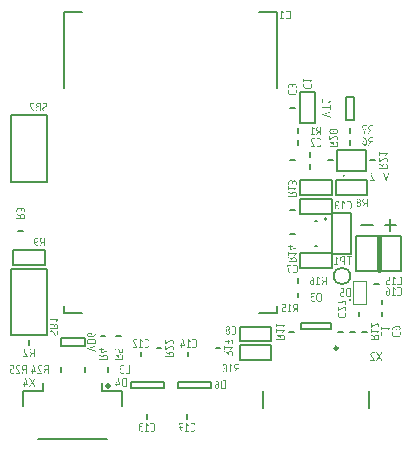
<source format=gbo>
G04*
G04 #@! TF.GenerationSoftware,Altium Limited,Altium Designer,24.10.1 (45)*
G04*
G04 Layer_Color=32896*
%FSLAX25Y25*%
%MOIN*%
G70*
G04*
G04 #@! TF.SameCoordinates,F1BA22F4-9FB4-4C3A-9B32-68D4286BD9C5*
G04*
G04*
G04 #@! TF.FilePolarity,Positive*
G04*
G01*
G75*
%ADD10C,0.00787*%
%ADD12C,0.00591*%
%ADD29C,0.01968*%
%ADD57C,0.01575*%
%ADD79C,0.00984*%
%ADD80C,0.00787*%
%ADD81C,0.00500*%
%ADD82C,0.00472*%
G36*
X36217Y36965D02*
X36269Y36962D01*
X36318Y36954D01*
X36362Y36946D01*
X36397Y36938D01*
X36427Y36932D01*
X36438Y36930D01*
X36446Y36927D01*
X36449Y36924D01*
X36452D01*
X36531Y36880D01*
X36599Y36834D01*
X36656Y36782D01*
X36708Y36730D01*
X36749Y36678D01*
X36785Y36624D01*
X36815Y36572D01*
X36839Y36520D01*
X36856Y36471D01*
X36869Y36427D01*
X36880Y36386D01*
X36889Y36351D01*
X36891Y36323D01*
X36894Y36302D01*
Y36130D01*
X36891Y36108D01*
X36889Y36089D01*
X36872Y36059D01*
X36850Y36034D01*
X36826Y36018D01*
X36799Y36007D01*
X36777Y36001D01*
X36760Y35996D01*
X36757D01*
X36755D01*
X36730Y35999D01*
X36706Y36001D01*
X36687Y36009D01*
X36670Y36018D01*
X36643Y36040D01*
X36626Y36064D01*
X36615Y36089D01*
X36610Y36108D01*
X36607Y36124D01*
Y36291D01*
X36605Y36329D01*
X36596Y36367D01*
X36594Y36381D01*
X36588Y36392D01*
X36586Y36400D01*
Y36403D01*
X36561Y36452D01*
X36534Y36495D01*
X36504Y36531D01*
X36471Y36564D01*
X36438Y36591D01*
X36403Y36613D01*
X36367Y36632D01*
X36334Y36646D01*
X36302Y36656D01*
X36272Y36667D01*
X36244Y36673D01*
X36220Y36676D01*
X36201Y36678D01*
X36187Y36681D01*
X36176D01*
X36173D01*
X35922D01*
X35900D01*
X35878Y36678D01*
X35832Y36676D01*
X35810Y36673D01*
X35794Y36670D01*
X35783Y36667D01*
X35780D01*
X35728Y36643D01*
X35682Y36613D01*
X35641Y36583D01*
X35605Y36553D01*
X35578Y36520D01*
X35554Y36487D01*
X35535Y36454D01*
X35518Y36424D01*
X35504Y36394D01*
X35496Y36367D01*
X35488Y36343D01*
X35485Y36321D01*
X35483Y36302D01*
X35480Y36288D01*
Y36239D01*
X35485Y36151D01*
X35510Y36097D01*
X35537Y36048D01*
X35567Y36004D01*
X35597Y35969D01*
X35630Y35939D01*
X35666Y35911D01*
X35698Y35892D01*
X35731Y35876D01*
X35761Y35862D01*
X35788Y35851D01*
X35816Y35846D01*
X35838Y35840D01*
X35857Y35838D01*
X35873Y35835D01*
X35881D01*
X35884D01*
X36495D01*
X36594D01*
X36681Y35838D01*
X36757Y35843D01*
X36826Y35846D01*
X36886Y35851D01*
X36938Y35859D01*
X36981Y35865D01*
X37017Y35873D01*
X37050Y35879D01*
X37074Y35884D01*
X37093Y35892D01*
X37107Y35898D01*
X37118Y35903D01*
X37123Y35906D01*
X37129Y35908D01*
X37205Y35947D01*
X37273Y35988D01*
X37339Y36031D01*
X37399Y36078D01*
X37454Y36127D01*
X37505Y36176D01*
X37549Y36228D01*
X37587Y36274D01*
X37623Y36321D01*
X37653Y36364D01*
X37677Y36403D01*
X37699Y36435D01*
X37716Y36465D01*
X37727Y36485D01*
X37732Y36498D01*
X37735Y36504D01*
X37740Y36534D01*
X37749Y36561D01*
X37757Y36586D01*
X37768Y36607D01*
X37778Y36624D01*
X37789Y36637D01*
X37811Y36659D01*
X37830Y36673D01*
X37850Y36678D01*
X37860Y36681D01*
X37866D01*
X37918D01*
X37940Y36676D01*
X37956Y36670D01*
X37986Y36651D01*
X38008Y36629D01*
X38021Y36605D01*
X38030Y36580D01*
X38032Y36561D01*
X38035Y36547D01*
Y36542D01*
X38032Y36517D01*
X38027Y36490D01*
X38019Y36463D01*
X38008Y36430D01*
X37978Y36364D01*
X37945Y36299D01*
X37910Y36239D01*
X37896Y36211D01*
X37882Y36190D01*
X37869Y36171D01*
X37860Y36157D01*
X37855Y36146D01*
X37852Y36143D01*
X37809Y36089D01*
X37765Y36040D01*
X37721Y35990D01*
X37677Y35947D01*
X37631Y35906D01*
X37585Y35868D01*
X37541Y35832D01*
X37495Y35799D01*
X37405Y35742D01*
X37317Y35693D01*
X37233Y35655D01*
X37151Y35622D01*
X37077Y35597D01*
X37006Y35581D01*
X36946Y35567D01*
X36891Y35556D01*
X36850Y35551D01*
X36831D01*
X36818Y35548D01*
X36807D01*
X36799D01*
X36793D01*
X36790D01*
X35878D01*
X35813Y35551D01*
X35753Y35562D01*
X35695Y35575D01*
X35646Y35592D01*
X35603Y35608D01*
X35586Y35616D01*
X35573Y35622D01*
X35562Y35627D01*
X35554Y35633D01*
X35548Y35636D01*
X35545D01*
X35483Y35679D01*
X35428Y35728D01*
X35382Y35778D01*
X35341Y35827D01*
X35308Y35879D01*
X35281Y35928D01*
X35256Y35977D01*
X35237Y36023D01*
X35223Y36067D01*
X35212Y36108D01*
X35204Y36146D01*
X35199Y36176D01*
X35196Y36203D01*
X35193Y36222D01*
Y36255D01*
X35196Y36304D01*
X35199Y36351D01*
X35204Y36392D01*
X35212Y36427D01*
X35218Y36457D01*
X35223Y36479D01*
X35226Y36493D01*
X35229Y36498D01*
X35250Y36542D01*
X35272Y36580D01*
X35319Y36654D01*
X35371Y36717D01*
X35423Y36768D01*
X35480Y36815D01*
X35535Y36853D01*
X35592Y36883D01*
X35646Y36910D01*
X35698Y36930D01*
X35747Y36943D01*
X35791Y36954D01*
X35829Y36960D01*
X35862Y36965D01*
X35887Y36968D01*
X35900D01*
X35906D01*
X36165D01*
X36217Y36965D01*
D02*
G37*
G36*
X37388Y34997D02*
X37429Y34994D01*
X37508Y34978D01*
X37579Y34953D01*
X37612Y34939D01*
X37639Y34926D01*
X37667Y34912D01*
X37688Y34898D01*
X37710Y34887D01*
X37727Y34874D01*
X37740Y34866D01*
X37749Y34857D01*
X37754Y34855D01*
X37757Y34852D01*
X37806Y34814D01*
X37850Y34770D01*
X37885Y34724D01*
X37918Y34672D01*
X37945Y34620D01*
X37967Y34565D01*
X37986Y34511D01*
X38000Y34459D01*
X38011Y34407D01*
X38021Y34358D01*
X38027Y34317D01*
X38030Y34279D01*
X38032Y34246D01*
X38035Y34221D01*
Y33452D01*
X38032Y33424D01*
X38030Y33405D01*
Y33391D01*
X38027Y33383D01*
X38024Y33380D01*
X38021Y33378D01*
X38019Y33361D01*
X38013Y33348D01*
X38002Y33337D01*
X37989Y33329D01*
X37956Y33312D01*
X37918Y33301D01*
X37879Y33296D01*
X37847Y33293D01*
X37833Y33290D01*
X37822D01*
X37817D01*
X37814D01*
X35376D01*
X35343Y33293D01*
X35316Y33296D01*
X35291Y33304D01*
X35270Y33312D01*
X35253Y33323D01*
X35237Y33337D01*
X35215Y33364D01*
X35204Y33389D01*
X35196Y33413D01*
X35193Y33430D01*
Y34306D01*
X35196Y34363D01*
X35204Y34415D01*
X35215Y34464D01*
X35226Y34508D01*
X35237Y34543D01*
X35248Y34571D01*
X35253Y34579D01*
X35256Y34587D01*
X35259Y34590D01*
Y34593D01*
X35302Y34664D01*
X35349Y34726D01*
X35398Y34781D01*
X35450Y34827D01*
X35502Y34868D01*
X35554Y34901D01*
X35605Y34928D01*
X35655Y34947D01*
X35701Y34967D01*
X35745Y34978D01*
X35783Y34986D01*
X35818Y34994D01*
X35846Y34997D01*
X35868Y34999D01*
X35878D01*
X35884D01*
X37345D01*
X37388Y34997D01*
D02*
G37*
G36*
X37901Y32734D02*
X37929Y32731D01*
X37948Y32723D01*
X37967Y32714D01*
X37983Y32704D01*
X37997Y32690D01*
X38016Y32662D01*
X38027Y32635D01*
X38032Y32611D01*
X38035Y32594D01*
Y32589D01*
X38032Y32564D01*
X38024Y32542D01*
X38016Y32523D01*
X38005Y32507D01*
X37994Y32491D01*
X37986Y32480D01*
X37980Y32474D01*
X37978Y32471D01*
X37877Y32439D01*
X37781Y32406D01*
X37686Y32373D01*
X37596Y32343D01*
X37505Y32313D01*
X37421Y32286D01*
X37339Y32258D01*
X37257Y32231D01*
X37181Y32204D01*
X37107Y32179D01*
X36968Y32133D01*
X36837Y32089D01*
X36717Y32051D01*
X36607Y32013D01*
X36504Y31980D01*
X36411Y31947D01*
X36329Y31920D01*
X36252Y31895D01*
X36182Y31874D01*
X36121Y31852D01*
X36067Y31833D01*
X36018Y31819D01*
X35974Y31803D01*
X35939Y31792D01*
X35906Y31781D01*
X35881Y31773D01*
X35857Y31764D01*
X35840Y31759D01*
X35824Y31753D01*
X35813Y31751D01*
X35805Y31748D01*
X35794Y31745D01*
X35788Y31743D01*
Y31734D01*
X35791D01*
X35796Y31732D01*
X35805Y31729D01*
X35816Y31726D01*
X35846Y31718D01*
X35884Y31704D01*
X35933Y31688D01*
X35990Y31669D01*
X36053Y31650D01*
X36127Y31625D01*
X36203Y31601D01*
X36285Y31573D01*
X36373Y31543D01*
X36465Y31513D01*
X36558Y31483D01*
X36656Y31450D01*
X36853Y31385D01*
X37050Y31319D01*
X37145Y31287D01*
X37238Y31257D01*
X37331Y31227D01*
X37415Y31196D01*
X37500Y31169D01*
X37576Y31145D01*
X37648Y31120D01*
X37710Y31101D01*
X37768Y31082D01*
X37814Y31065D01*
X37852Y31052D01*
X37879Y31044D01*
X37890Y31041D01*
X37899Y31038D01*
X37901Y31035D01*
X37904D01*
X37926Y31027D01*
X37948Y31016D01*
X37980Y30994D01*
X38002Y30973D01*
X38019Y30948D01*
X38030Y30926D01*
X38032Y30910D01*
X38035Y30899D01*
Y30869D01*
X38030Y30847D01*
X38024Y30825D01*
X38016Y30809D01*
X37997Y30784D01*
X37975Y30768D01*
X37951Y30757D01*
X37931Y30751D01*
X37918Y30749D01*
X37915D01*
X37912D01*
X37874D01*
X37871D01*
X37863Y30751D01*
X37855Y30754D01*
X37841Y30757D01*
X37825Y30762D01*
X37806Y30768D01*
X37784Y30776D01*
X37759Y30784D01*
X37702Y30801D01*
X37637Y30823D01*
X37563Y30847D01*
X37481Y30874D01*
X37391Y30904D01*
X37298Y30934D01*
X37197Y30967D01*
X37093Y31003D01*
X36987Y31038D01*
X36875Y31076D01*
X36651Y31150D01*
X36427Y31224D01*
X36318Y31262D01*
X36211Y31297D01*
X36110Y31333D01*
X36009Y31366D01*
X35917Y31396D01*
X35829Y31426D01*
X35750Y31453D01*
X35679Y31478D01*
X35614Y31499D01*
X35559Y31516D01*
X35537Y31524D01*
X35518Y31532D01*
X35499Y31538D01*
X35485Y31543D01*
X35474Y31546D01*
X35466Y31549D01*
X35461Y31551D01*
X35458D01*
X35412Y31562D01*
X35371Y31573D01*
X35335Y31587D01*
X35305Y31601D01*
X35281Y31617D01*
X35259Y31631D01*
X35240Y31644D01*
X35226Y31661D01*
X35215Y31674D01*
X35207Y31685D01*
X35199Y31710D01*
X35193Y31723D01*
Y31751D01*
X35196Y31773D01*
X35201Y31794D01*
X35212Y31813D01*
X35223Y31830D01*
X35231Y31841D01*
X35242Y31852D01*
X35248Y31857D01*
X35250Y31860D01*
X35253D01*
X35259Y31863D01*
X35270Y31868D01*
X35283Y31871D01*
X35300Y31879D01*
X35322Y31885D01*
X35343Y31893D01*
X35371Y31901D01*
X35398Y31912D01*
X35431Y31923D01*
X35502Y31947D01*
X35581Y31972D01*
X35671Y32002D01*
X35767Y32035D01*
X35868Y32070D01*
X35977Y32106D01*
X36091Y32144D01*
X36206Y32182D01*
X36326Y32223D01*
X36572Y32302D01*
X36815Y32384D01*
X36932Y32425D01*
X37050Y32463D01*
X37161Y32499D01*
X37271Y32537D01*
X37372Y32570D01*
X37467Y32603D01*
X37555Y32630D01*
X37634Y32657D01*
X37702Y32679D01*
X37735Y32690D01*
X37762Y32698D01*
X37787Y32709D01*
X37809Y32714D01*
X37828Y32723D01*
X37844Y32725D01*
X37858Y32731D01*
X37866Y32734D01*
X37871Y32736D01*
X37874D01*
X37901Y32734D01*
D02*
G37*
G36*
X14901Y26221D02*
X14931Y26219D01*
X14955Y26213D01*
X14977Y26205D01*
X14996Y26194D01*
X15012Y26183D01*
X15026Y26172D01*
X15034Y26159D01*
X15048Y26134D01*
X15056Y26115D01*
X15059Y26098D01*
Y26096D01*
Y26093D01*
Y23527D01*
X15056Y23502D01*
X15054Y23481D01*
X15048Y23459D01*
X15040Y23442D01*
X15021Y23418D01*
X14996Y23401D01*
X14974Y23390D01*
X14955Y23385D01*
X14942Y23382D01*
X14898D01*
X14876Y23385D01*
X14857Y23388D01*
X14824Y23404D01*
X14802Y23429D01*
X14789Y23456D01*
X14778Y23481D01*
X14775Y23505D01*
X14772Y23521D01*
Y23524D01*
Y23527D01*
Y25938D01*
X14101D01*
X14046Y25935D01*
X14021Y25932D01*
X14002D01*
X13989Y25929D01*
X13983D01*
X13923Y25907D01*
X13871Y25880D01*
X13825Y25850D01*
X13787Y25820D01*
X13754Y25787D01*
X13727Y25752D01*
X13705Y25719D01*
X13686Y25686D01*
X13672Y25654D01*
X13664Y25624D01*
X13656Y25596D01*
X13650Y25572D01*
X13647Y25552D01*
X13645Y25539D01*
Y25528D01*
Y25525D01*
Y25217D01*
X13647Y25170D01*
X13656Y25127D01*
X13669Y25088D01*
X13680Y25058D01*
X13694Y25031D01*
X13708Y25012D01*
X13716Y25001D01*
X13719Y24996D01*
X13740Y24963D01*
X13765Y24933D01*
X13795Y24905D01*
X13828Y24884D01*
X13863Y24865D01*
X13899Y24848D01*
X13934Y24837D01*
X13970Y24826D01*
X14005Y24818D01*
X14038Y24813D01*
X14068Y24807D01*
X14095Y24804D01*
X14117Y24802D01*
X14507D01*
X14521Y24796D01*
X14546Y24783D01*
X14562Y24764D01*
X14576Y24742D01*
X14584Y24717D01*
X14592Y24698D01*
X14595Y24684D01*
Y24682D01*
Y24679D01*
Y24671D01*
X14592Y24646D01*
X14589Y24622D01*
X14584Y24602D01*
X14576Y24586D01*
X14557Y24559D01*
X14532Y24542D01*
X14510Y24532D01*
X14491Y24526D01*
X14477Y24523D01*
X14161D01*
X13713Y23639D01*
X13694Y23592D01*
X13675Y23554D01*
X13658Y23519D01*
X13639Y23491D01*
X13623Y23467D01*
X13607Y23445D01*
X13593Y23429D01*
X13579Y23415D01*
X13566Y23404D01*
X13555Y23396D01*
X13536Y23388D01*
X13525Y23382D01*
X13492D01*
X13473Y23385D01*
X13454Y23388D01*
X13424Y23404D01*
X13399Y23426D01*
X13380Y23453D01*
X13366Y23478D01*
X13355Y23500D01*
X13353Y23516D01*
X13350Y23519D01*
Y23521D01*
Y23527D01*
X13353Y23535D01*
X13355Y23540D01*
X13358Y23543D01*
Y23549D01*
X13364Y23560D01*
X13369Y23576D01*
X13380Y23595D01*
X13391Y23620D01*
X13405Y23650D01*
X13418Y23680D01*
X13435Y23715D01*
X13473Y23792D01*
X13514Y23876D01*
X13560Y23969D01*
X13604Y24062D01*
X13650Y24152D01*
X13697Y24242D01*
X13738Y24327D01*
X13757Y24365D01*
X13776Y24400D01*
X13792Y24433D01*
X13806Y24463D01*
X13819Y24488D01*
X13830Y24512D01*
X13839Y24529D01*
X13847Y24542D01*
X13849Y24551D01*
X13852Y24553D01*
X13844D01*
X13830Y24556D01*
X13806Y24564D01*
X13795Y24570D01*
X13787Y24573D01*
X13781Y24575D01*
X13779D01*
X13705Y24619D01*
X13639Y24668D01*
X13585Y24717D01*
X13536Y24769D01*
X13495Y24821D01*
X13462Y24873D01*
X13432Y24925D01*
X13410Y24976D01*
X13394Y25023D01*
X13380Y25067D01*
X13372Y25108D01*
X13364Y25140D01*
X13361Y25170D01*
X13358Y25189D01*
Y25203D01*
Y25209D01*
Y25533D01*
X13361Y25577D01*
X13364Y25618D01*
X13380Y25697D01*
X13405Y25768D01*
X13418Y25801D01*
X13432Y25828D01*
X13445Y25856D01*
X13459Y25877D01*
X13470Y25899D01*
X13484Y25916D01*
X13492Y25929D01*
X13500Y25938D01*
X13503Y25943D01*
X13506Y25946D01*
X13544Y25995D01*
X13585Y26039D01*
X13634Y26074D01*
X13683Y26107D01*
X13738Y26134D01*
X13790Y26156D01*
X13844Y26175D01*
X13899Y26189D01*
X13948Y26199D01*
X13997Y26210D01*
X14038Y26216D01*
X14076Y26219D01*
X14109Y26221D01*
X14133Y26224D01*
X14868D01*
X14901Y26221D01*
D02*
G37*
G36*
X12692D02*
X12714Y26219D01*
X12736Y26210D01*
X12752Y26202D01*
X12779Y26180D01*
X12799Y26156D01*
X12809Y26129D01*
X12815Y26107D01*
X12818Y26090D01*
Y26088D01*
Y26085D01*
X12815Y26060D01*
X12812Y26036D01*
X12807Y26017D01*
X12799Y26000D01*
X12779Y25973D01*
X12755Y25957D01*
X12733Y25946D01*
X12714Y25940D01*
X12700Y25938D01*
X12154D01*
X12108Y25935D01*
X12067Y25932D01*
X12034Y25927D01*
X12007Y25924D01*
X11988Y25918D01*
X11974Y25916D01*
X11971D01*
X11919Y25888D01*
X11876Y25858D01*
X11838Y25828D01*
X11805Y25798D01*
X11778Y25765D01*
X11756Y25733D01*
X11737Y25703D01*
X11720Y25673D01*
X11709Y25645D01*
X11701Y25618D01*
X11693Y25594D01*
X11690Y25574D01*
X11687Y25558D01*
X11685Y25544D01*
Y25536D01*
Y25533D01*
Y25525D01*
X11687Y25493D01*
X11693Y25454D01*
X11701Y25419D01*
X11715Y25381D01*
X11745Y25307D01*
X11780Y25239D01*
X11797Y25206D01*
X11816Y25176D01*
X11832Y25151D01*
X11846Y25127D01*
X11859Y25108D01*
X11868Y25094D01*
X11873Y25086D01*
X11876Y25083D01*
X11928Y25001D01*
X11977Y24922D01*
X12020Y24851D01*
X12064Y24783D01*
X12102Y24720D01*
X12141Y24660D01*
X12173Y24605D01*
X12206Y24553D01*
X12236Y24507D01*
X12263Y24463D01*
X12288Y24422D01*
X12310Y24387D01*
X12329Y24354D01*
X12348Y24324D01*
X12364Y24297D01*
X12378Y24272D01*
X12405Y24231D01*
X12422Y24201D01*
X12435Y24177D01*
X12446Y24160D01*
X12452Y24149D01*
X12455Y24144D01*
X12457Y24141D01*
X12490Y24092D01*
X12520Y24046D01*
X12577Y23958D01*
X12624Y23882D01*
X12665Y23816D01*
X12700Y23756D01*
X12730Y23707D01*
X12752Y23663D01*
X12771Y23631D01*
X12788Y23601D01*
X12799Y23576D01*
X12807Y23560D01*
X12812Y23546D01*
X12815Y23538D01*
X12818Y23530D01*
Y23527D01*
Y23505D01*
X12815Y23486D01*
X12812Y23470D01*
X12799Y23439D01*
X12779Y23418D01*
X12755Y23404D01*
X12733Y23393D01*
X12714Y23385D01*
X12700Y23382D01*
X11455D01*
X11434Y23385D01*
X11414Y23388D01*
X11382Y23404D01*
X11360Y23426D01*
X11346Y23453D01*
X11335Y23478D01*
X11332Y23500D01*
X11330Y23516D01*
Y23519D01*
Y23521D01*
X11332Y23549D01*
X11335Y23571D01*
X11343Y23590D01*
X11354Y23606D01*
X11379Y23633D01*
X11406Y23650D01*
X11436Y23661D01*
X11461Y23666D01*
X11472Y23669D01*
X12414D01*
Y23674D01*
X12351Y23773D01*
X12293Y23865D01*
X12239Y23953D01*
X12187Y24037D01*
X12141Y24114D01*
X12094Y24185D01*
X12053Y24250D01*
X12015Y24313D01*
X11980Y24370D01*
X11947Y24425D01*
X11917Y24474D01*
X11889Y24518D01*
X11862Y24559D01*
X11840Y24597D01*
X11818Y24630D01*
X11802Y24660D01*
X11786Y24687D01*
X11769Y24712D01*
X11756Y24734D01*
X11745Y24753D01*
X11728Y24783D01*
X11715Y24804D01*
X11706Y24818D01*
X11701Y24826D01*
X11698Y24832D01*
X11646Y24908D01*
X11600Y24979D01*
X11559Y25045D01*
X11524Y25110D01*
X11496Y25170D01*
X11472Y25225D01*
X11453Y25274D01*
X11436Y25321D01*
X11423Y25361D01*
X11414Y25400D01*
X11406Y25430D01*
X11404Y25457D01*
X11401Y25476D01*
X11398Y25493D01*
Y25501D01*
Y25503D01*
Y25517D01*
Y25558D01*
X11404Y25599D01*
X11417Y25675D01*
X11436Y25741D01*
X11458Y25798D01*
X11472Y25823D01*
X11483Y25845D01*
X11494Y25864D01*
X11502Y25880D01*
X11510Y25891D01*
X11515Y25899D01*
X11518Y25905D01*
X11521Y25907D01*
X11559Y25962D01*
X11605Y26011D01*
X11655Y26055D01*
X11706Y26090D01*
X11764Y26120D01*
X11821Y26148D01*
X11876Y26167D01*
X11933Y26186D01*
X11985Y26197D01*
X12037Y26208D01*
X12081Y26213D01*
X12122Y26219D01*
X12154Y26221D01*
X12179Y26224D01*
X12665D01*
X12692Y26221D01*
D02*
G37*
G36*
X10642Y26219D02*
X10666Y26213D01*
X10688Y26205D01*
X10707Y26197D01*
X10724Y26186D01*
X10737Y26175D01*
X10746Y26164D01*
X10759Y26140D01*
X10767Y26120D01*
X10770Y26107D01*
Y26104D01*
Y26101D01*
Y24914D01*
X10767Y24892D01*
X10762Y24875D01*
X10751Y24859D01*
X10737Y24846D01*
X10705Y24826D01*
X10666Y24810D01*
X10631Y24802D01*
X10598Y24799D01*
X10584Y24796D01*
X10028D01*
X9989Y24794D01*
X9951Y24785D01*
X9937Y24783D01*
X9927Y24777D01*
X9918Y24775D01*
X9916D01*
X9866Y24750D01*
X9823Y24723D01*
X9787Y24693D01*
X9754Y24660D01*
X9727Y24627D01*
X9705Y24592D01*
X9686Y24556D01*
X9673Y24523D01*
X9662Y24491D01*
X9651Y24461D01*
X9645Y24433D01*
X9643Y24409D01*
X9640Y24390D01*
X9637Y24376D01*
Y24365D01*
Y24362D01*
Y24117D01*
X9640Y24062D01*
X9643Y24037D01*
Y24015D01*
X9645Y23996D01*
X9648Y23983D01*
X9651Y23972D01*
Y23969D01*
X9675Y23917D01*
X9703Y23871D01*
X9733Y23830D01*
X9763Y23794D01*
X9796Y23767D01*
X9828Y23742D01*
X9861Y23723D01*
X9891Y23707D01*
X9921Y23693D01*
X9951Y23685D01*
X9976Y23677D01*
X9997Y23674D01*
X10017Y23672D01*
X10030Y23669D01*
X10644D01*
X10666Y23663D01*
X10688Y23658D01*
X10705Y23650D01*
X10732Y23628D01*
X10751Y23606D01*
X10762Y23584D01*
X10767Y23562D01*
X10770Y23549D01*
Y23546D01*
Y23543D01*
Y23505D01*
X10767Y23486D01*
X10765Y23467D01*
X10751Y23439D01*
X10732Y23418D01*
X10707Y23401D01*
X10685Y23390D01*
X10666Y23385D01*
X10653Y23382D01*
X10049D01*
X9976Y23388D01*
X9940Y23390D01*
X9907Y23396D01*
X9880Y23401D01*
X9855Y23404D01*
X9842Y23410D01*
X9836D01*
X9793Y23431D01*
X9752Y23453D01*
X9675Y23502D01*
X9610Y23554D01*
X9555Y23609D01*
X9509Y23663D01*
X9468Y23721D01*
X9438Y23778D01*
X9411Y23833D01*
X9392Y23885D01*
X9375Y23931D01*
X9364Y23975D01*
X9359Y24013D01*
X9353Y24046D01*
X9351Y24070D01*
Y24084D01*
Y24089D01*
Y24376D01*
X9356Y24450D01*
X9367Y24518D01*
X9383Y24581D01*
X9400Y24635D01*
X9411Y24660D01*
X9419Y24682D01*
X9427Y24698D01*
X9435Y24714D01*
X9443Y24728D01*
X9446Y24736D01*
X9452Y24742D01*
Y24745D01*
X9479Y24788D01*
X9509Y24824D01*
X9536Y24856D01*
X9563Y24881D01*
X9585Y24900D01*
X9604Y24916D01*
X9615Y24925D01*
X9621Y24927D01*
X9651Y24957D01*
X9686Y24982D01*
X9727Y25004D01*
X9771Y25023D01*
X9817Y25039D01*
X9866Y25050D01*
X9962Y25072D01*
X10008Y25078D01*
X10052Y25083D01*
X10093Y25086D01*
X10126Y25088D01*
X10156Y25091D01*
X10484D01*
Y25938D01*
X9599D01*
X9563Y25951D01*
X9536Y25967D01*
X9517Y25992D01*
X9503Y26017D01*
X9495Y26039D01*
X9493Y26058D01*
X9490Y26071D01*
Y26077D01*
Y26082D01*
X9493Y26093D01*
X9495Y26123D01*
X9498Y26137D01*
X9501Y26148D01*
X9503Y26156D01*
Y26159D01*
X9512Y26169D01*
X9520Y26180D01*
X9547Y26197D01*
X9577Y26208D01*
X9607Y26216D01*
X9640Y26221D01*
X9664Y26224D01*
X10612D01*
X10642Y26219D01*
D02*
G37*
G36*
X16885Y24903D02*
X16909Y24900D01*
X16928Y24895D01*
X16945Y24886D01*
X16972Y24865D01*
X16989Y24840D01*
X16999Y24815D01*
X17005Y24796D01*
X17008Y24780D01*
Y24777D01*
Y24775D01*
Y24532D01*
X17005Y24510D01*
X17002Y24491D01*
X16986Y24461D01*
X16964Y24436D01*
X16937Y24420D01*
X16912Y24409D01*
X16890Y24403D01*
X16874Y24398D01*
X16869D01*
X16841Y24400D01*
X16819Y24403D01*
X16800Y24411D01*
X16784Y24420D01*
X16757Y24441D01*
X16740Y24466D01*
X16729Y24491D01*
X16724Y24510D01*
X16721Y24526D01*
Y24529D01*
Y24532D01*
Y24775D01*
X16724Y24796D01*
X16726Y24815D01*
X16743Y24846D01*
X16765Y24870D01*
X16789Y24886D01*
X16817Y24895D01*
X16838Y24903D01*
X16855Y24905D01*
X16860D01*
X16885Y24903D01*
D02*
G37*
G36*
X22132Y26221D02*
X22162Y26219D01*
X22186Y26213D01*
X22208Y26205D01*
X22227Y26194D01*
X22244Y26183D01*
X22257Y26172D01*
X22266Y26159D01*
X22279Y26134D01*
X22287Y26115D01*
X22290Y26098D01*
Y26096D01*
Y26093D01*
Y23527D01*
X22287Y23502D01*
X22285Y23481D01*
X22279Y23459D01*
X22271Y23442D01*
X22252Y23418D01*
X22227Y23401D01*
X22206Y23390D01*
X22186Y23385D01*
X22173Y23382D01*
X22129D01*
X22107Y23385D01*
X22088Y23388D01*
X22055Y23404D01*
X22034Y23429D01*
X22020Y23456D01*
X22009Y23481D01*
X22006Y23505D01*
X22004Y23521D01*
Y23524D01*
Y23527D01*
Y25938D01*
X21332D01*
X21277Y25935D01*
X21253Y25932D01*
X21234D01*
X21220Y25929D01*
X21215D01*
X21155Y25907D01*
X21103Y25880D01*
X21056Y25850D01*
X21018Y25820D01*
X20985Y25787D01*
X20958Y25752D01*
X20936Y25719D01*
X20917Y25686D01*
X20903Y25654D01*
X20895Y25624D01*
X20887Y25596D01*
X20882Y25572D01*
X20879Y25552D01*
X20876Y25539D01*
Y25528D01*
Y25525D01*
Y25217D01*
X20879Y25170D01*
X20887Y25127D01*
X20901Y25088D01*
X20912Y25058D01*
X20925Y25031D01*
X20939Y25012D01*
X20947Y25001D01*
X20950Y24996D01*
X20972Y24963D01*
X20996Y24933D01*
X21026Y24905D01*
X21059Y24884D01*
X21094Y24865D01*
X21130Y24848D01*
X21166Y24837D01*
X21201Y24826D01*
X21237Y24818D01*
X21269Y24813D01*
X21299Y24807D01*
X21327Y24804D01*
X21348Y24802D01*
X21739D01*
X21752Y24796D01*
X21777Y24783D01*
X21793Y24764D01*
X21807Y24742D01*
X21815Y24717D01*
X21823Y24698D01*
X21826Y24684D01*
Y24682D01*
Y24679D01*
Y24671D01*
X21823Y24646D01*
X21821Y24622D01*
X21815Y24602D01*
X21807Y24586D01*
X21788Y24559D01*
X21763Y24542D01*
X21742Y24532D01*
X21722Y24526D01*
X21709Y24523D01*
X21392D01*
X20944Y23639D01*
X20925Y23592D01*
X20906Y23554D01*
X20890Y23519D01*
X20871Y23491D01*
X20854Y23467D01*
X20838Y23445D01*
X20824Y23429D01*
X20811Y23415D01*
X20797Y23404D01*
X20786Y23396D01*
X20767Y23388D01*
X20756Y23382D01*
X20723D01*
X20704Y23385D01*
X20685Y23388D01*
X20655Y23404D01*
X20630Y23426D01*
X20611Y23453D01*
X20598Y23478D01*
X20587Y23500D01*
X20584Y23516D01*
X20581Y23519D01*
Y23521D01*
Y23527D01*
X20584Y23535D01*
X20587Y23540D01*
X20589Y23543D01*
Y23549D01*
X20595Y23560D01*
X20600Y23576D01*
X20611Y23595D01*
X20622Y23620D01*
X20636Y23650D01*
X20650Y23680D01*
X20666Y23715D01*
X20704Y23792D01*
X20745Y23876D01*
X20791Y23969D01*
X20835Y24062D01*
X20882Y24152D01*
X20928Y24242D01*
X20969Y24327D01*
X20988Y24365D01*
X21007Y24400D01*
X21023Y24433D01*
X21037Y24463D01*
X21051Y24488D01*
X21062Y24512D01*
X21070Y24529D01*
X21078Y24542D01*
X21081Y24551D01*
X21084Y24553D01*
X21075D01*
X21062Y24556D01*
X21037Y24564D01*
X21026Y24570D01*
X21018Y24573D01*
X21013Y24575D01*
X21010D01*
X20936Y24619D01*
X20871Y24668D01*
X20816Y24717D01*
X20767Y24769D01*
X20726Y24821D01*
X20693Y24873D01*
X20663Y24925D01*
X20641Y24976D01*
X20625Y25023D01*
X20611Y25067D01*
X20603Y25108D01*
X20595Y25140D01*
X20592Y25170D01*
X20589Y25189D01*
Y25203D01*
Y25209D01*
Y25533D01*
X20592Y25577D01*
X20595Y25618D01*
X20611Y25697D01*
X20636Y25768D01*
X20650Y25801D01*
X20663Y25828D01*
X20677Y25856D01*
X20691Y25877D01*
X20701Y25899D01*
X20715Y25916D01*
X20723Y25929D01*
X20731Y25938D01*
X20734Y25943D01*
X20737Y25946D01*
X20775Y25995D01*
X20816Y26039D01*
X20865Y26074D01*
X20914Y26107D01*
X20969Y26134D01*
X21021Y26156D01*
X21075Y26175D01*
X21130Y26189D01*
X21179Y26199D01*
X21228Y26210D01*
X21269Y26216D01*
X21307Y26219D01*
X21340Y26221D01*
X21365Y26224D01*
X22099D01*
X22132Y26221D01*
D02*
G37*
G36*
X19923D02*
X19945Y26219D01*
X19967Y26210D01*
X19983Y26202D01*
X20011Y26180D01*
X20030Y26156D01*
X20041Y26129D01*
X20046Y26107D01*
X20049Y26090D01*
Y26088D01*
Y26085D01*
X20046Y26060D01*
X20043Y26036D01*
X20038Y26017D01*
X20030Y26000D01*
X20011Y25973D01*
X19986Y25957D01*
X19964Y25946D01*
X19945Y25940D01*
X19931Y25938D01*
X19386D01*
X19339Y25935D01*
X19298Y25932D01*
X19265Y25927D01*
X19238Y25924D01*
X19219Y25918D01*
X19205Y25916D01*
X19203D01*
X19151Y25888D01*
X19107Y25858D01*
X19069Y25828D01*
X19036Y25798D01*
X19009Y25765D01*
X18987Y25733D01*
X18968Y25703D01*
X18951Y25673D01*
X18940Y25645D01*
X18932Y25618D01*
X18924Y25594D01*
X18921Y25574D01*
X18919Y25558D01*
X18916Y25544D01*
Y25536D01*
Y25533D01*
Y25525D01*
X18919Y25493D01*
X18924Y25454D01*
X18932Y25419D01*
X18946Y25381D01*
X18976Y25307D01*
X19012Y25239D01*
X19028Y25206D01*
X19047Y25176D01*
X19063Y25151D01*
X19077Y25127D01*
X19091Y25108D01*
X19099Y25094D01*
X19104Y25086D01*
X19107Y25083D01*
X19159Y25001D01*
X19208Y24922D01*
X19252Y24851D01*
X19295Y24783D01*
X19334Y24720D01*
X19372Y24660D01*
X19405Y24605D01*
X19437Y24553D01*
X19467Y24507D01*
X19495Y24463D01*
X19519Y24422D01*
X19541Y24387D01*
X19560Y24354D01*
X19579Y24324D01*
X19596Y24297D01*
X19609Y24272D01*
X19637Y24231D01*
X19653Y24201D01*
X19667Y24177D01*
X19678Y24160D01*
X19683Y24149D01*
X19686Y24144D01*
X19689Y24141D01*
X19721Y24092D01*
X19751Y24046D01*
X19809Y23958D01*
X19855Y23882D01*
X19896Y23816D01*
X19931Y23756D01*
X19962Y23707D01*
X19983Y23663D01*
X20003Y23631D01*
X20019Y23601D01*
X20030Y23576D01*
X20038Y23560D01*
X20043Y23546D01*
X20046Y23538D01*
X20049Y23530D01*
Y23527D01*
Y23505D01*
X20046Y23486D01*
X20043Y23470D01*
X20030Y23439D01*
X20011Y23418D01*
X19986Y23404D01*
X19964Y23393D01*
X19945Y23385D01*
X19931Y23382D01*
X18687D01*
X18665Y23385D01*
X18646Y23388D01*
X18613Y23404D01*
X18591Y23426D01*
X18577Y23453D01*
X18566Y23478D01*
X18564Y23500D01*
X18561Y23516D01*
Y23519D01*
Y23521D01*
X18564Y23549D01*
X18566Y23571D01*
X18575Y23590D01*
X18586Y23606D01*
X18610Y23633D01*
X18638Y23650D01*
X18667Y23661D01*
X18692Y23666D01*
X18703Y23669D01*
X19645D01*
Y23674D01*
X19582Y23773D01*
X19525Y23865D01*
X19470Y23953D01*
X19418Y24037D01*
X19372Y24114D01*
X19326Y24185D01*
X19285Y24250D01*
X19246Y24313D01*
X19211Y24370D01*
X19178Y24425D01*
X19148Y24474D01*
X19121Y24518D01*
X19093Y24559D01*
X19072Y24597D01*
X19050Y24630D01*
X19033Y24660D01*
X19017Y24687D01*
X19001Y24712D01*
X18987Y24734D01*
X18976Y24753D01*
X18960Y24783D01*
X18946Y24804D01*
X18938Y24818D01*
X18932Y24826D01*
X18930Y24832D01*
X18878Y24908D01*
X18831Y24979D01*
X18790Y25045D01*
X18755Y25110D01*
X18728Y25170D01*
X18703Y25225D01*
X18684Y25274D01*
X18667Y25321D01*
X18654Y25361D01*
X18646Y25400D01*
X18638Y25430D01*
X18635Y25457D01*
X18632Y25476D01*
X18629Y25493D01*
Y25501D01*
Y25503D01*
Y25517D01*
Y25558D01*
X18635Y25599D01*
X18648Y25675D01*
X18667Y25741D01*
X18689Y25798D01*
X18703Y25823D01*
X18714Y25845D01*
X18725Y25864D01*
X18733Y25880D01*
X18741Y25891D01*
X18747Y25899D01*
X18749Y25905D01*
X18752Y25907D01*
X18790Y25962D01*
X18837Y26011D01*
X18886Y26055D01*
X18938Y26090D01*
X18995Y26120D01*
X19052Y26148D01*
X19107Y26167D01*
X19164Y26186D01*
X19216Y26197D01*
X19268Y26208D01*
X19312Y26213D01*
X19353Y26219D01*
X19386Y26221D01*
X19410Y26224D01*
X19896D01*
X19923Y26221D01*
D02*
G37*
G36*
X17316D02*
X17338Y26216D01*
X17357Y26205D01*
X17373Y26197D01*
X17387Y26186D01*
X17398Y26175D01*
X17403Y26169D01*
X17406Y26167D01*
X17409Y26161D01*
X17412Y26153D01*
X17420Y26131D01*
X17428Y26098D01*
X17442Y26055D01*
X17458Y26006D01*
X17474Y25946D01*
X17494Y25883D01*
X17515Y25809D01*
X17537Y25733D01*
X17559Y25651D01*
X17584Y25566D01*
X17611Y25476D01*
X17663Y25291D01*
X17718Y25099D01*
X17769Y24911D01*
X17797Y24818D01*
X17821Y24725D01*
X17846Y24638D01*
X17870Y24556D01*
X17892Y24477D01*
X17914Y24403D01*
X17933Y24335D01*
X17950Y24275D01*
X17963Y24220D01*
X17977Y24177D01*
X17988Y24138D01*
X17996Y24111D01*
X17999Y24103D01*
Y24095D01*
X18001Y24092D01*
Y24089D01*
X17999Y24065D01*
X17996Y24043D01*
X17988Y24024D01*
X17980Y24007D01*
X17955Y23983D01*
X17928Y23966D01*
X17903Y23956D01*
X17879Y23950D01*
X17862Y23947D01*
X17330D01*
X17253Y23945D01*
X17111D01*
X17084Y23942D01*
X17008D01*
Y23573D01*
X17005Y23540D01*
X17002Y23510D01*
X16997Y23486D01*
X16989Y23464D01*
X16978Y23445D01*
X16967Y23429D01*
X16956Y23415D01*
X16945Y23407D01*
X16923Y23393D01*
X16901Y23385D01*
X16888Y23382D01*
X16860D01*
X16836Y23385D01*
X16814Y23388D01*
X16795Y23393D01*
X16778Y23401D01*
X16754Y23420D01*
X16737Y23442D01*
X16729Y23461D01*
X16724Y23481D01*
X16721Y23494D01*
Y23500D01*
Y23942D01*
X16555D01*
X16522Y23945D01*
X16486D01*
X16475Y23947D01*
X16470D01*
X16440Y23950D01*
X16412Y23953D01*
X16388Y23958D01*
X16366Y23966D01*
X16350Y23977D01*
X16336Y23988D01*
X16314Y24010D01*
X16301Y24032D01*
X16295Y24054D01*
X16292Y24067D01*
Y24073D01*
Y24111D01*
X16295Y24133D01*
X16298Y24152D01*
X16314Y24185D01*
X16339Y24207D01*
X16366Y24220D01*
X16393Y24231D01*
X16418Y24234D01*
X16434Y24237D01*
X17663D01*
X17616Y24398D01*
X17573Y24548D01*
X17532Y24690D01*
X17494Y24824D01*
X17458Y24949D01*
X17425Y25064D01*
X17395Y25173D01*
X17368Y25271D01*
X17341Y25364D01*
X17316Y25449D01*
X17294Y25528D01*
X17275Y25599D01*
X17256Y25664D01*
X17240Y25722D01*
X17226Y25776D01*
X17212Y25826D01*
X17199Y25866D01*
X17191Y25905D01*
X17180Y25938D01*
X17172Y25967D01*
X17166Y25992D01*
X17161Y26014D01*
X17155Y26030D01*
X17152Y26044D01*
X17150Y26058D01*
X17147Y26066D01*
X17144Y26079D01*
X17142Y26085D01*
X17144Y26109D01*
X17147Y26131D01*
X17155Y26150D01*
X17166Y26167D01*
X17191Y26191D01*
X17218Y26208D01*
X17245Y26216D01*
X17270Y26221D01*
X17289Y26224D01*
X17294D01*
X17316Y26221D01*
D02*
G37*
G36*
X49201D02*
X49209Y26219D01*
X49214D01*
X49236Y26216D01*
X49253Y26210D01*
X49269Y26199D01*
X49283Y26186D01*
X49302Y26153D01*
X49318Y26115D01*
X49326Y26077D01*
X49329Y26044D01*
X49332Y26030D01*
Y26019D01*
Y26014D01*
Y26011D01*
Y23587D01*
X49329Y23551D01*
X49326Y23519D01*
X49321Y23491D01*
X49313Y23470D01*
X49305Y23448D01*
X49294Y23431D01*
X49283Y23418D01*
X49269Y23407D01*
X49247Y23393D01*
X49228Y23385D01*
X49214Y23382D01*
X48021D01*
X48000Y23388D01*
X47983Y23393D01*
X47953Y23412D01*
X47931Y23434D01*
X47918Y23459D01*
X47909Y23481D01*
X47907Y23502D01*
X47904Y23516D01*
Y23521D01*
X47907Y23549D01*
X47912Y23571D01*
X47920Y23590D01*
X47931Y23606D01*
X47959Y23633D01*
X47989Y23650D01*
X48019Y23661D01*
X48046Y23666D01*
X48057Y23669D01*
X49040D01*
Y26041D01*
X49042Y26074D01*
X49045Y26101D01*
X49053Y26126D01*
X49062Y26148D01*
X49072Y26164D01*
X49086Y26180D01*
X49113Y26202D01*
X49141Y26213D01*
X49165Y26221D01*
X49182Y26224D01*
X49187D01*
X49201Y26221D01*
D02*
G37*
G36*
X47213D02*
X47241Y26219D01*
X47265Y26210D01*
X47287Y26202D01*
X47303Y26191D01*
X47320Y26178D01*
X47342Y26150D01*
X47352Y26123D01*
X47361Y26098D01*
X47363Y26082D01*
Y26079D01*
Y26077D01*
Y26063D01*
X47361Y26041D01*
X47355Y26022D01*
X47342Y25989D01*
X47322Y25967D01*
X47301Y25954D01*
X47282Y25943D01*
X47262Y25940D01*
X47251Y25938D01*
X46716D01*
X46684Y25935D01*
X46654D01*
X46626Y25932D01*
X46583Y25927D01*
X46544Y25921D01*
X46520Y25913D01*
X46501Y25907D01*
X46490Y25905D01*
X46487Y25902D01*
X46441Y25875D01*
X46402Y25847D01*
X46367Y25817D01*
X46340Y25785D01*
X46315Y25755D01*
X46293Y25722D01*
X46277Y25689D01*
X46263Y25659D01*
X46252Y25632D01*
X46244Y25604D01*
X46239Y25580D01*
X46233Y25558D01*
Y25542D01*
X46231Y25528D01*
Y25520D01*
Y25517D01*
Y25503D01*
X46233Y25473D01*
X46236Y25443D01*
X46241Y25416D01*
X46247Y25389D01*
X46255Y25367D01*
X46260Y25350D01*
X46263Y25340D01*
X46266Y25334D01*
X46293Y25291D01*
X46321Y25255D01*
X46351Y25222D01*
X46378Y25195D01*
X46408Y25170D01*
X46438Y25151D01*
X46465Y25135D01*
X46493Y25121D01*
X46517Y25110D01*
X46539Y25105D01*
X46561Y25099D01*
X46577Y25094D01*
X46594D01*
X46604Y25091D01*
X46894D01*
X46927Y25088D01*
X46957Y25086D01*
X46981Y25078D01*
X47003Y25069D01*
X47022Y25058D01*
X47039Y25045D01*
X47052Y25031D01*
X47060Y25017D01*
X47074Y24990D01*
X47082Y24966D01*
X47085Y24949D01*
Y24947D01*
Y24944D01*
X47080Y24919D01*
X47077Y24900D01*
X47074Y24886D01*
Y24875D01*
X47071Y24867D01*
Y24865D01*
Y24862D01*
X47063Y24851D01*
X47052Y24840D01*
X47025Y24824D01*
X46995Y24813D01*
X46959Y24804D01*
X46927Y24799D01*
X46899Y24796D01*
X46629D01*
X46591Y24794D01*
X46558Y24788D01*
X46544Y24785D01*
X46534Y24783D01*
X46528Y24780D01*
X46525D01*
X46474Y24755D01*
X46427Y24728D01*
X46389Y24698D01*
X46356Y24665D01*
X46326Y24630D01*
X46301Y24597D01*
X46282Y24562D01*
X46266Y24526D01*
X46255Y24493D01*
X46247Y24463D01*
X46239Y24436D01*
X46236Y24411D01*
X46233Y24390D01*
X46231Y24376D01*
Y24365D01*
Y24362D01*
Y24103D01*
X46233Y24057D01*
X46236Y24035D01*
Y24013D01*
X46239Y23996D01*
X46241Y23983D01*
X46244Y23972D01*
Y23969D01*
X46269Y23917D01*
X46296Y23871D01*
X46326Y23830D01*
X46356Y23794D01*
X46389Y23767D01*
X46422Y23742D01*
X46452Y23723D01*
X46484Y23707D01*
X46514Y23693D01*
X46542Y23685D01*
X46569Y23677D01*
X46591Y23674D01*
X46610Y23672D01*
X46624Y23669D01*
X47211D01*
X47238Y23666D01*
X47260Y23663D01*
X47282Y23655D01*
X47298Y23647D01*
X47325Y23622D01*
X47344Y23595D01*
X47355Y23568D01*
X47361Y23543D01*
X47363Y23527D01*
Y23524D01*
Y23521D01*
Y23505D01*
X47361Y23486D01*
X47358Y23467D01*
X47344Y23439D01*
X47325Y23418D01*
X47301Y23401D01*
X47279Y23390D01*
X47260Y23385D01*
X47246Y23382D01*
X46656D01*
X46607Y23385D01*
X46561Y23388D01*
X46520Y23393D01*
X46484Y23401D01*
X46454Y23407D01*
X46433Y23412D01*
X46419Y23415D01*
X46413Y23418D01*
X46370Y23439D01*
X46332Y23461D01*
X46258Y23508D01*
X46195Y23560D01*
X46143Y23611D01*
X46097Y23669D01*
X46058Y23723D01*
X46029Y23778D01*
X46001Y23833D01*
X45982Y23885D01*
X45968Y23934D01*
X45957Y23977D01*
X45952Y24015D01*
X45947Y24046D01*
X45944Y24070D01*
Y24084D01*
Y24089D01*
Y24376D01*
X45947Y24439D01*
X45955Y24499D01*
X45968Y24556D01*
X45987Y24608D01*
X46009Y24660D01*
X46031Y24706D01*
X46056Y24750D01*
X46083Y24788D01*
X46108Y24824D01*
X46135Y24854D01*
X46157Y24881D01*
X46179Y24903D01*
X46198Y24922D01*
X46211Y24933D01*
X46220Y24941D01*
X46222Y24944D01*
X46173Y24987D01*
X46130Y25034D01*
X46094Y25080D01*
X46061Y25127D01*
X46034Y25176D01*
X46012Y25222D01*
X45993Y25269D01*
X45979Y25312D01*
X45968Y25353D01*
X45957Y25392D01*
X45952Y25424D01*
X45949Y25454D01*
X45947Y25479D01*
X45944Y25495D01*
Y25509D01*
Y25512D01*
X45947Y25561D01*
X45952Y25607D01*
X45960Y25651D01*
X45971Y25695D01*
X45982Y25735D01*
X45998Y25771D01*
X46012Y25806D01*
X46029Y25839D01*
X46045Y25866D01*
X46058Y25894D01*
X46075Y25916D01*
X46086Y25935D01*
X46097Y25948D01*
X46105Y25959D01*
X46110Y25965D01*
X46113Y25967D01*
X46151Y26014D01*
X46195Y26052D01*
X46241Y26088D01*
X46290Y26115D01*
X46342Y26140D01*
X46397Y26161D01*
X46449Y26178D01*
X46501Y26191D01*
X46550Y26202D01*
X46596Y26210D01*
X46637Y26216D01*
X46673Y26221D01*
X46703D01*
X46727Y26224D01*
X47181D01*
X47213Y26221D01*
D02*
G37*
G36*
X16063Y21888D02*
X16088Y21880D01*
X16099Y21874D01*
X16107Y21872D01*
X16110Y21866D01*
X16113D01*
X16123Y21853D01*
X16142Y21831D01*
X16162Y21801D01*
X16186Y21765D01*
X16214Y21724D01*
X16243Y21680D01*
X16304Y21590D01*
X16334Y21544D01*
X16364Y21500D01*
X16388Y21459D01*
X16413Y21424D01*
X16432Y21394D01*
X16445Y21369D01*
X16456Y21356D01*
X16459Y21353D01*
Y21350D01*
X16511Y21279D01*
X16555Y21216D01*
X16593Y21159D01*
X16626Y21110D01*
X16656Y21066D01*
X16678Y21031D01*
X16697Y20998D01*
X16713Y20971D01*
X16724Y20946D01*
X16732Y20930D01*
X16740Y20913D01*
X16743Y20902D01*
X16746Y20894D01*
X16749Y20889D01*
Y20886D01*
Y20878D01*
X16743Y20853D01*
X16738Y20834D01*
X16729Y20815D01*
X16721Y20801D01*
X16702Y20777D01*
X16680Y20761D01*
X16658Y20752D01*
X16639Y20747D01*
X16628Y20744D01*
X16593D01*
X16577Y20747D01*
X16563Y20750D01*
X16536Y20761D01*
X16525Y20766D01*
X16517Y20769D01*
X16514Y20774D01*
X16511D01*
X16506Y20780D01*
X16500Y20788D01*
X16484Y20810D01*
X16462Y20842D01*
X16435Y20881D01*
X16402Y20924D01*
X16369Y20973D01*
X16298Y21077D01*
X16263Y21132D01*
X16230Y21181D01*
X16197Y21227D01*
X16170Y21271D01*
X16145Y21304D01*
X16129Y21331D01*
X16121Y21342D01*
X16115Y21350D01*
X16113Y21353D01*
Y21356D01*
X16071Y21416D01*
X16036Y21470D01*
X16003Y21517D01*
X15976Y21560D01*
X15954Y21596D01*
X15935Y21629D01*
X15919Y21656D01*
X15908Y21680D01*
X15897Y21700D01*
X15891Y21716D01*
X15886Y21730D01*
X15880Y21741D01*
X15878Y21751D01*
Y21754D01*
Y21762D01*
X15880Y21784D01*
X15886Y21806D01*
X15902Y21839D01*
X15924Y21861D01*
X15946Y21877D01*
X15968Y21888D01*
X15984Y21891D01*
X15998Y21893D01*
X16033D01*
X16063Y21888D01*
D02*
G37*
G36*
X14215Y20572D02*
X14240Y20569D01*
X14259Y20564D01*
X14275Y20556D01*
X14302Y20534D01*
X14319Y20509D01*
X14330Y20485D01*
X14335Y20466D01*
X14338Y20449D01*
Y20447D01*
Y20444D01*
Y20201D01*
X14335Y20179D01*
X14333Y20160D01*
X14316Y20130D01*
X14294Y20105D01*
X14267Y20089D01*
X14242Y20078D01*
X14221Y20073D01*
X14204Y20067D01*
X14199D01*
X14171Y20070D01*
X14150Y20073D01*
X14130Y20081D01*
X14114Y20089D01*
X14087Y20111D01*
X14070Y20135D01*
X14060Y20160D01*
X14054Y20179D01*
X14051Y20195D01*
Y20198D01*
Y20201D01*
Y20444D01*
X14054Y20466D01*
X14057Y20485D01*
X14073Y20515D01*
X14095Y20539D01*
X14120Y20556D01*
X14147Y20564D01*
X14169Y20572D01*
X14185Y20575D01*
X14191D01*
X14215Y20572D01*
D02*
G37*
G36*
X17770Y21891D02*
X17789Y21888D01*
X17816Y21872D01*
X17838Y21847D01*
X17854Y21820D01*
X17865Y21792D01*
X17871Y21768D01*
X17873Y21751D01*
Y21749D01*
Y21746D01*
X17871Y21735D01*
X17865Y21719D01*
X17854Y21697D01*
X17841Y21672D01*
X17824Y21645D01*
X17805Y21615D01*
X17767Y21555D01*
X17729Y21495D01*
X17709Y21467D01*
X17693Y21443D01*
X17680Y21424D01*
X17669Y21407D01*
X17663Y21396D01*
X17660Y21394D01*
X17606Y21315D01*
X17557Y21238D01*
X17510Y21170D01*
X17467Y21104D01*
X17426Y21042D01*
X17387Y20984D01*
X17352Y20930D01*
X17319Y20881D01*
X17289Y20834D01*
X17259Y20790D01*
X17234Y20752D01*
X17210Y20717D01*
X17188Y20684D01*
X17169Y20654D01*
X17153Y20627D01*
X17136Y20602D01*
X17109Y20561D01*
X17087Y20528D01*
X17073Y20504D01*
X17063Y20488D01*
X17054Y20477D01*
X17052Y20471D01*
X17049Y20466D01*
X17101Y20392D01*
X17147Y20321D01*
X17191Y20255D01*
X17234Y20195D01*
X17273Y20138D01*
X17308Y20083D01*
X17341Y20034D01*
X17371Y19988D01*
X17401Y19947D01*
X17426Y19909D01*
X17450Y19873D01*
X17472Y19840D01*
X17491Y19810D01*
X17507Y19783D01*
X17537Y19739D01*
X17562Y19701D01*
X17579Y19674D01*
X17592Y19655D01*
X17600Y19641D01*
X17606Y19633D01*
X17608Y19627D01*
Y19625D01*
X17655Y19559D01*
X17696Y19502D01*
X17731Y19450D01*
X17761Y19404D01*
X17786Y19363D01*
X17808Y19327D01*
X17827Y19297D01*
X17841Y19273D01*
X17852Y19251D01*
X17860Y19232D01*
X17865Y19218D01*
X17868Y19207D01*
X17871Y19199D01*
X17873Y19193D01*
Y19191D01*
Y19183D01*
X17871Y19163D01*
X17868Y19144D01*
X17852Y19114D01*
X17827Y19090D01*
X17800Y19073D01*
X17775Y19062D01*
X17751Y19057D01*
X17734Y19051D01*
X17729D01*
X17709Y19054D01*
X17690Y19060D01*
X17658Y19073D01*
X17644Y19082D01*
X17633Y19090D01*
X17628Y19092D01*
X17625Y19095D01*
X17557Y19196D01*
X17494Y19292D01*
X17434Y19379D01*
X17379Y19461D01*
X17327Y19540D01*
X17278Y19611D01*
X17234Y19677D01*
X17194Y19737D01*
X17155Y19794D01*
X17120Y19846D01*
X17087Y19892D01*
X17060Y19936D01*
X17032Y19974D01*
X17008Y20010D01*
X16989Y20040D01*
X16970Y20067D01*
X16951Y20092D01*
X16937Y20113D01*
X16923Y20133D01*
X16912Y20149D01*
X16896Y20174D01*
X16885Y20190D01*
X16877Y20198D01*
X16874Y20203D01*
X16871Y20206D01*
X16866D01*
X16809Y20119D01*
X16757Y20040D01*
X16708Y19963D01*
X16661Y19892D01*
X16617Y19827D01*
X16577Y19767D01*
X16538Y19709D01*
X16506Y19658D01*
X16473Y19608D01*
X16443Y19565D01*
X16416Y19524D01*
X16391Y19488D01*
X16369Y19455D01*
X16350Y19425D01*
X16331Y19398D01*
X16315Y19376D01*
X16301Y19354D01*
X16290Y19335D01*
X16268Y19305D01*
X16254Y19286D01*
X16243Y19270D01*
X16238Y19262D01*
X16235Y19259D01*
X16233Y19256D01*
X16214Y19221D01*
X16194Y19188D01*
X16175Y19161D01*
X16156Y19139D01*
X16137Y19117D01*
X16118Y19101D01*
X16102Y19087D01*
X16085Y19076D01*
X16058Y19062D01*
X16036Y19054D01*
X16022Y19051D01*
X16017D01*
X15995Y19054D01*
X15976Y19057D01*
X15943Y19073D01*
X15919Y19095D01*
X15900Y19123D01*
X15889Y19147D01*
X15880Y19169D01*
X15878Y19185D01*
Y19188D01*
Y19191D01*
X15886Y19234D01*
Y19237D01*
X15891Y19245D01*
X15897Y19253D01*
X15905Y19267D01*
X15913Y19284D01*
X15927Y19300D01*
X15940Y19322D01*
X15954Y19346D01*
X15992Y19404D01*
X16033Y19469D01*
X16082Y19543D01*
X16137Y19625D01*
X16194Y19712D01*
X16257Y19808D01*
X16325Y19909D01*
X16394Y20012D01*
X16465Y20119D01*
X16538Y20231D01*
X16689Y20455D01*
X16839Y20679D01*
X16912Y20788D01*
X16983Y20894D01*
X17052Y20998D01*
X17120Y21096D01*
X17183Y21189D01*
X17240Y21276D01*
X17295Y21358D01*
X17344Y21429D01*
X17385Y21495D01*
X17423Y21547D01*
X17436Y21571D01*
X17450Y21590D01*
X17464Y21610D01*
X17472Y21623D01*
X17480Y21634D01*
X17486Y21645D01*
X17491Y21648D01*
Y21650D01*
X17516Y21694D01*
X17537Y21730D01*
X17559Y21762D01*
X17579Y21790D01*
X17598Y21814D01*
X17617Y21833D01*
X17633Y21850D01*
X17647Y21863D01*
X17660Y21874D01*
X17671Y21880D01*
X17690Y21891D01*
X17701Y21893D01*
X17751D01*
X17770Y21891D01*
D02*
G37*
G36*
X14647D02*
X14668Y21885D01*
X14687Y21874D01*
X14704Y21866D01*
X14717Y21855D01*
X14728Y21844D01*
X14734Y21839D01*
X14737Y21836D01*
X14739Y21831D01*
X14742Y21822D01*
X14750Y21801D01*
X14758Y21768D01*
X14772Y21724D01*
X14788Y21675D01*
X14805Y21615D01*
X14824Y21552D01*
X14846Y21478D01*
X14868Y21402D01*
X14889Y21320D01*
X14914Y21236D01*
X14941Y21145D01*
X14993Y20960D01*
X15048Y20769D01*
X15100Y20580D01*
X15127Y20488D01*
X15152Y20395D01*
X15176Y20307D01*
X15201Y20225D01*
X15223Y20146D01*
X15244Y20073D01*
X15263Y20004D01*
X15280Y19944D01*
X15293Y19890D01*
X15307Y19846D01*
X15318Y19808D01*
X15326Y19780D01*
X15329Y19772D01*
Y19764D01*
X15332Y19761D01*
Y19759D01*
X15329Y19734D01*
X15326Y19712D01*
X15318Y19693D01*
X15310Y19677D01*
X15285Y19652D01*
X15258Y19636D01*
X15233Y19625D01*
X15209Y19619D01*
X15192Y19617D01*
X14660D01*
X14584Y19614D01*
X14442D01*
X14414Y19611D01*
X14338D01*
Y19243D01*
X14335Y19210D01*
X14333Y19180D01*
X14327Y19155D01*
X14319Y19133D01*
X14308Y19114D01*
X14297Y19098D01*
X14286Y19084D01*
X14275Y19076D01*
X14253Y19062D01*
X14232Y19054D01*
X14218Y19051D01*
X14191D01*
X14166Y19054D01*
X14144Y19057D01*
X14125Y19062D01*
X14109Y19071D01*
X14084Y19090D01*
X14068Y19112D01*
X14060Y19131D01*
X14054Y19150D01*
X14051Y19163D01*
Y19169D01*
Y19611D01*
X13885D01*
X13852Y19614D01*
X13817D01*
X13806Y19617D01*
X13800D01*
X13770Y19619D01*
X13743Y19622D01*
X13718Y19627D01*
X13696Y19636D01*
X13680Y19647D01*
X13666Y19658D01*
X13645Y19679D01*
X13631Y19701D01*
X13625Y19723D01*
X13623Y19737D01*
Y19742D01*
Y19780D01*
X13625Y19802D01*
X13628Y19821D01*
X13645Y19854D01*
X13669Y19876D01*
X13696Y19890D01*
X13724Y19900D01*
X13748Y19903D01*
X13765Y19906D01*
X14993D01*
X14947Y20067D01*
X14903Y20217D01*
X14862Y20359D01*
X14824Y20493D01*
X14788Y20618D01*
X14756Y20733D01*
X14726Y20842D01*
X14698Y20941D01*
X14671Y21034D01*
X14647Y21118D01*
X14625Y21197D01*
X14605Y21268D01*
X14586Y21334D01*
X14570Y21391D01*
X14556Y21446D01*
X14543Y21495D01*
X14529Y21536D01*
X14521Y21574D01*
X14510Y21607D01*
X14502Y21637D01*
X14496Y21661D01*
X14491Y21683D01*
X14485Y21700D01*
X14483Y21713D01*
X14480Y21727D01*
X14477Y21735D01*
X14475Y21749D01*
X14472Y21754D01*
X14475Y21779D01*
X14477Y21801D01*
X14485Y21820D01*
X14496Y21836D01*
X14521Y21861D01*
X14548Y21877D01*
X14575Y21885D01*
X14600Y21891D01*
X14619Y21893D01*
X14625D01*
X14647Y21891D01*
D02*
G37*
G36*
X135727Y90392D02*
X135748Y90386D01*
X135765Y90378D01*
X135789Y90359D01*
X135806Y90337D01*
X135817Y90313D01*
X135822Y90294D01*
X135825Y90280D01*
Y90277D01*
Y90275D01*
Y90236D01*
Y90234D01*
X135822Y90225D01*
X135819Y90217D01*
X135817Y90203D01*
X135811Y90187D01*
X135806Y90168D01*
X135798Y90146D01*
X135789Y90122D01*
X135773Y90064D01*
X135751Y89999D01*
X135727Y89925D01*
X135699Y89843D01*
X135669Y89753D01*
X135639Y89660D01*
X135607Y89559D01*
X135571Y89455D01*
X135536Y89349D01*
X135497Y89237D01*
X135424Y89013D01*
X135350Y88789D01*
X135312Y88680D01*
X135276Y88574D01*
X135241Y88473D01*
X135208Y88372D01*
X135178Y88279D01*
X135148Y88191D01*
X135120Y88112D01*
X135096Y88041D01*
X135074Y87976D01*
X135058Y87921D01*
X135049Y87899D01*
X135041Y87880D01*
X135036Y87861D01*
X135030Y87848D01*
X135028Y87837D01*
X135025Y87828D01*
X135022Y87823D01*
Y87820D01*
X135011Y87774D01*
X135000Y87733D01*
X134987Y87697D01*
X134973Y87667D01*
X134957Y87643D01*
X134943Y87621D01*
X134929Y87602D01*
X134913Y87588D01*
X134899Y87577D01*
X134889Y87569D01*
X134864Y87561D01*
X134850Y87555D01*
X134823D01*
X134801Y87558D01*
X134779Y87564D01*
X134760Y87574D01*
X134744Y87586D01*
X134733Y87594D01*
X134722Y87605D01*
X134716Y87610D01*
X134714Y87613D01*
Y87616D01*
X134711Y87621D01*
X134706Y87632D01*
X134703Y87646D01*
X134695Y87662D01*
X134689Y87684D01*
X134681Y87706D01*
X134673Y87733D01*
X134662Y87760D01*
X134651Y87793D01*
X134626Y87864D01*
X134602Y87943D01*
X134572Y88033D01*
X134539Y88129D01*
X134503Y88230D01*
X134468Y88339D01*
X134430Y88454D01*
X134392Y88568D01*
X134351Y88688D01*
X134272Y88934D01*
X134190Y89177D01*
X134149Y89294D01*
X134110Y89412D01*
X134075Y89524D01*
X134037Y89633D01*
X134004Y89734D01*
X133971Y89829D01*
X133944Y89917D01*
X133917Y89996D01*
X133895Y90064D01*
X133884Y90097D01*
X133876Y90124D01*
X133865Y90149D01*
X133859Y90171D01*
X133851Y90190D01*
X133848Y90206D01*
X133843Y90220D01*
X133840Y90228D01*
X133837Y90234D01*
Y90236D01*
X133840Y90264D01*
X133843Y90291D01*
X133851Y90310D01*
X133859Y90329D01*
X133870Y90346D01*
X133884Y90359D01*
X133911Y90378D01*
X133938Y90389D01*
X133963Y90395D01*
X133979Y90397D01*
X133985D01*
X134009Y90395D01*
X134031Y90386D01*
X134050Y90378D01*
X134067Y90367D01*
X134083Y90356D01*
X134094Y90348D01*
X134099Y90343D01*
X134102Y90340D01*
X134135Y90239D01*
X134168Y90144D01*
X134201Y90048D01*
X134230Y89958D01*
X134261Y89868D01*
X134288Y89783D01*
X134315Y89701D01*
X134343Y89619D01*
X134370Y89543D01*
X134394Y89469D01*
X134441Y89330D01*
X134484Y89199D01*
X134523Y89079D01*
X134561Y88970D01*
X134594Y88866D01*
X134626Y88773D01*
X134654Y88691D01*
X134678Y88615D01*
X134700Y88544D01*
X134722Y88484D01*
X134741Y88429D01*
X134755Y88380D01*
X134771Y88336D01*
X134782Y88301D01*
X134793Y88268D01*
X134801Y88243D01*
X134809Y88219D01*
X134815Y88202D01*
X134820Y88186D01*
X134823Y88175D01*
X134826Y88167D01*
X134828Y88156D01*
X134831Y88151D01*
X134839D01*
Y88153D01*
X134842Y88159D01*
X134845Y88167D01*
X134847Y88178D01*
X134856Y88208D01*
X134869Y88246D01*
X134886Y88295D01*
X134905Y88353D01*
X134924Y88415D01*
X134949Y88489D01*
X134973Y88565D01*
X135000Y88647D01*
X135030Y88735D01*
X135061Y88828D01*
X135090Y88920D01*
X135123Y89019D01*
X135189Y89215D01*
X135254Y89412D01*
X135287Y89507D01*
X135317Y89600D01*
X135347Y89693D01*
X135377Y89778D01*
X135404Y89862D01*
X135429Y89939D01*
X135454Y90010D01*
X135473Y90073D01*
X135492Y90130D01*
X135508Y90176D01*
X135522Y90214D01*
X135530Y90242D01*
X135533Y90253D01*
X135536Y90261D01*
X135538Y90264D01*
Y90266D01*
X135546Y90288D01*
X135557Y90310D01*
X135579Y90343D01*
X135601Y90365D01*
X135626Y90381D01*
X135647Y90392D01*
X135664Y90395D01*
X135675Y90397D01*
X135705D01*
X135727Y90392D01*
D02*
G37*
G36*
X133133Y90395D02*
X133160Y90392D01*
X133185Y90384D01*
X133207Y90376D01*
X133223Y90365D01*
X133240Y90351D01*
X133261Y90324D01*
X133272Y90296D01*
X133281Y90272D01*
X133283Y90255D01*
Y90253D01*
Y90250D01*
Y90236D01*
X133281Y90214D01*
X133275Y90195D01*
X133259Y90163D01*
X133240Y90141D01*
X133220Y90127D01*
X133199Y90116D01*
X133182Y90113D01*
X133171Y90111D01*
X132576D01*
Y87708D01*
X132573Y87681D01*
X132571Y87659D01*
X132565Y87637D01*
X132557Y87621D01*
X132535Y87594D01*
X132513Y87574D01*
X132492Y87564D01*
X132470Y87558D01*
X132456Y87555D01*
X132415D01*
X132393Y87558D01*
X132374Y87564D01*
X132341Y87577D01*
X132319Y87596D01*
X132306Y87618D01*
X132295Y87637D01*
X132292Y87656D01*
X132290Y87667D01*
Y87673D01*
Y90111D01*
X131692D01*
X131670Y90116D01*
X131653Y90122D01*
X131623Y90141D01*
X131602Y90163D01*
X131588Y90187D01*
X131580Y90212D01*
X131577Y90231D01*
X131574Y90245D01*
Y90250D01*
X131580Y90275D01*
X131582Y90294D01*
X131588Y90307D01*
Y90318D01*
X131591Y90326D01*
Y90329D01*
Y90332D01*
X131599Y90343D01*
X131607Y90354D01*
X131632Y90370D01*
X131662Y90381D01*
X131694Y90389D01*
X131724Y90395D01*
X131749Y90397D01*
X133100D01*
X133133Y90395D01*
D02*
G37*
G36*
X130892D02*
X130914Y90392D01*
X130935Y90384D01*
X130952Y90376D01*
X130979Y90354D01*
X130998Y90329D01*
X131009Y90302D01*
X131015Y90280D01*
X131017Y90264D01*
Y90261D01*
Y90258D01*
X131015Y90234D01*
X131012Y90209D01*
X131006Y90190D01*
X130998Y90174D01*
X130979Y90146D01*
X130955Y90130D01*
X130933Y90119D01*
X130914Y90113D01*
X130900Y90111D01*
X130354D01*
X130307Y90108D01*
X130267Y90105D01*
X130234Y90100D01*
X130207Y90097D01*
X130187Y90092D01*
X130174Y90089D01*
X130171D01*
X130119Y90062D01*
X130076Y90031D01*
X130037Y90001D01*
X130005Y89972D01*
X129977Y89939D01*
X129955Y89906D01*
X129936Y89876D01*
X129920Y89846D01*
X129909Y89819D01*
X129901Y89791D01*
X129893Y89767D01*
X129890Y89748D01*
X129887Y89731D01*
X129884Y89718D01*
Y89709D01*
Y89707D01*
Y89698D01*
X129887Y89666D01*
X129893Y89627D01*
X129901Y89592D01*
X129914Y89554D01*
X129944Y89480D01*
X129980Y89412D01*
X129996Y89379D01*
X130015Y89349D01*
X130032Y89324D01*
X130045Y89300D01*
X130059Y89281D01*
X130067Y89267D01*
X130073Y89259D01*
X130076Y89256D01*
X130127Y89174D01*
X130176Y89095D01*
X130220Y89024D01*
X130264Y88956D01*
X130302Y88893D01*
X130340Y88833D01*
X130373Y88779D01*
X130406Y88727D01*
X130436Y88680D01*
X130463Y88636D01*
X130488Y88596D01*
X130509Y88560D01*
X130529Y88527D01*
X130548Y88497D01*
X130564Y88470D01*
X130578Y88445D01*
X130605Y88404D01*
X130622Y88374D01*
X130635Y88350D01*
X130646Y88333D01*
X130651Y88323D01*
X130654Y88317D01*
X130657Y88314D01*
X130690Y88265D01*
X130720Y88219D01*
X130777Y88131D01*
X130824Y88055D01*
X130865Y87989D01*
X130900Y87929D01*
X130930Y87880D01*
X130952Y87837D01*
X130971Y87804D01*
X130987Y87774D01*
X130998Y87749D01*
X131006Y87733D01*
X131012Y87719D01*
X131015Y87711D01*
X131017Y87703D01*
Y87700D01*
Y87678D01*
X131015Y87659D01*
X131012Y87643D01*
X130998Y87613D01*
X130979Y87591D01*
X130955Y87577D01*
X130933Y87566D01*
X130914Y87558D01*
X130900Y87555D01*
X129655D01*
X129633Y87558D01*
X129614Y87561D01*
X129581Y87577D01*
X129560Y87599D01*
X129546Y87626D01*
X129535Y87651D01*
X129532Y87673D01*
X129530Y87689D01*
Y87692D01*
Y87695D01*
X129532Y87722D01*
X129535Y87744D01*
X129543Y87763D01*
X129554Y87779D01*
X129579Y87807D01*
X129606Y87823D01*
X129636Y87834D01*
X129660Y87839D01*
X129671Y87842D01*
X130613D01*
Y87848D01*
X130551Y87946D01*
X130493Y88039D01*
X130439Y88126D01*
X130387Y88211D01*
X130340Y88287D01*
X130294Y88358D01*
X130253Y88424D01*
X130215Y88486D01*
X130179Y88544D01*
X130147Y88598D01*
X130116Y88647D01*
X130089Y88691D01*
X130062Y88732D01*
X130040Y88770D01*
X130018Y88803D01*
X130002Y88833D01*
X129985Y88860D01*
X129969Y88885D01*
X129955Y88907D01*
X129944Y88926D01*
X129928Y88956D01*
X129914Y88978D01*
X129906Y88991D01*
X129901Y89000D01*
X129898Y89005D01*
X129846Y89082D01*
X129800Y89152D01*
X129759Y89218D01*
X129723Y89284D01*
X129696Y89344D01*
X129671Y89398D01*
X129652Y89447D01*
X129636Y89494D01*
X129622Y89535D01*
X129614Y89573D01*
X129606Y89603D01*
X129603Y89630D01*
X129601Y89649D01*
X129598Y89666D01*
Y89674D01*
Y89677D01*
Y89690D01*
Y89731D01*
X129603Y89772D01*
X129617Y89849D01*
X129636Y89914D01*
X129658Y89972D01*
X129671Y89996D01*
X129682Y90018D01*
X129693Y90037D01*
X129701Y90053D01*
X129710Y90064D01*
X129715Y90073D01*
X129718Y90078D01*
X129721Y90081D01*
X129759Y90135D01*
X129805Y90184D01*
X129854Y90228D01*
X129906Y90264D01*
X129964Y90294D01*
X130021Y90321D01*
X130076Y90340D01*
X130133Y90359D01*
X130185Y90370D01*
X130237Y90381D01*
X130280Y90386D01*
X130321Y90392D01*
X130354Y90395D01*
X130378Y90397D01*
X130865D01*
X130892Y90395D01*
D02*
G37*
G36*
X61344Y34775D02*
X61366Y34773D01*
X61385Y34764D01*
X61401Y34754D01*
X61429Y34729D01*
X61445Y34702D01*
X61456Y34672D01*
X61461Y34647D01*
X61464Y34636D01*
Y33694D01*
X61470D01*
X61568Y33757D01*
X61661Y33814D01*
X61748Y33869D01*
X61833Y33921D01*
X61909Y33967D01*
X61980Y34014D01*
X62046Y34055D01*
X62108Y34093D01*
X62166Y34128D01*
X62220Y34161D01*
X62270Y34191D01*
X62313Y34218D01*
X62354Y34246D01*
X62392Y34268D01*
X62425Y34289D01*
X62455Y34306D01*
X62482Y34322D01*
X62507Y34339D01*
X62529Y34352D01*
X62548Y34363D01*
X62578Y34380D01*
X62600Y34393D01*
X62613Y34401D01*
X62622Y34407D01*
X62627Y34410D01*
X62704Y34461D01*
X62774Y34508D01*
X62840Y34549D01*
X62906Y34584D01*
X62966Y34612D01*
X63020Y34636D01*
X63069Y34655D01*
X63116Y34672D01*
X63157Y34685D01*
X63195Y34694D01*
X63225Y34702D01*
X63252Y34704D01*
X63271Y34707D01*
X63288Y34710D01*
X63296D01*
X63299D01*
X63312D01*
X63353D01*
X63394Y34704D01*
X63471Y34691D01*
X63536Y34672D01*
X63594Y34650D01*
X63618Y34636D01*
X63640Y34625D01*
X63659Y34614D01*
X63675Y34606D01*
X63686Y34598D01*
X63695Y34593D01*
X63700Y34590D01*
X63703Y34587D01*
X63757Y34549D01*
X63806Y34502D01*
X63850Y34453D01*
X63886Y34401D01*
X63916Y34344D01*
X63943Y34287D01*
X63962Y34232D01*
X63981Y34175D01*
X63992Y34123D01*
X64003Y34071D01*
X64008Y34027D01*
X64014Y33986D01*
X64017Y33954D01*
X64019Y33929D01*
Y33443D01*
X64017Y33416D01*
X64014Y33394D01*
X64006Y33372D01*
X63998Y33356D01*
X63976Y33329D01*
X63951Y33309D01*
X63924Y33298D01*
X63902Y33293D01*
X63886Y33290D01*
X63883D01*
X63880D01*
X63856Y33293D01*
X63831Y33296D01*
X63812Y33301D01*
X63796Y33309D01*
X63768Y33329D01*
X63752Y33353D01*
X63741Y33375D01*
X63736Y33394D01*
X63733Y33408D01*
Y33954D01*
X63730Y34000D01*
X63727Y34041D01*
X63722Y34074D01*
X63719Y34101D01*
X63714Y34120D01*
X63711Y34134D01*
Y34137D01*
X63684Y34188D01*
X63654Y34232D01*
X63624Y34270D01*
X63594Y34303D01*
X63561Y34330D01*
X63528Y34352D01*
X63498Y34371D01*
X63468Y34388D01*
X63441Y34399D01*
X63413Y34407D01*
X63389Y34415D01*
X63370Y34418D01*
X63353Y34420D01*
X63340Y34423D01*
X63331D01*
X63329D01*
X63320D01*
X63288Y34420D01*
X63249Y34415D01*
X63214Y34407D01*
X63176Y34393D01*
X63102Y34363D01*
X63034Y34328D01*
X63001Y34311D01*
X62971Y34292D01*
X62946Y34276D01*
X62922Y34262D01*
X62903Y34249D01*
X62889Y34240D01*
X62881Y34235D01*
X62878Y34232D01*
X62796Y34180D01*
X62717Y34131D01*
X62646Y34087D01*
X62578Y34044D01*
X62515Y34005D01*
X62455Y33967D01*
X62401Y33935D01*
X62349Y33902D01*
X62302Y33872D01*
X62259Y33844D01*
X62218Y33820D01*
X62182Y33798D01*
X62149Y33779D01*
X62119Y33760D01*
X62092Y33743D01*
X62067Y33730D01*
X62027Y33702D01*
X61997Y33686D01*
X61972Y33672D01*
X61955Y33661D01*
X61945Y33656D01*
X61939Y33653D01*
X61936Y33651D01*
X61887Y33618D01*
X61841Y33588D01*
X61753Y33531D01*
X61677Y33484D01*
X61611Y33443D01*
X61551Y33408D01*
X61502Y33378D01*
X61459Y33356D01*
X61426Y33337D01*
X61396Y33320D01*
X61371Y33309D01*
X61355Y33301D01*
X61341Y33296D01*
X61333Y33293D01*
X61325Y33290D01*
X61322D01*
X61300D01*
X61281Y33293D01*
X61265Y33296D01*
X61235Y33309D01*
X61213Y33329D01*
X61199Y33353D01*
X61188Y33375D01*
X61180Y33394D01*
X61177Y33408D01*
Y34653D01*
X61180Y34674D01*
X61183Y34694D01*
X61199Y34726D01*
X61221Y34748D01*
X61248Y34762D01*
X61273Y34773D01*
X61295Y34775D01*
X61311Y34778D01*
X61314D01*
X61317D01*
X61344Y34775D01*
D02*
G37*
G36*
Y32728D02*
X61366Y32725D01*
X61385Y32717D01*
X61401Y32706D01*
X61429Y32682D01*
X61445Y32654D01*
X61456Y32624D01*
X61461Y32600D01*
X61464Y32589D01*
Y31647D01*
X61470D01*
X61568Y31710D01*
X61661Y31767D01*
X61748Y31822D01*
X61833Y31873D01*
X61909Y31920D01*
X61980Y31966D01*
X62046Y32007D01*
X62108Y32045D01*
X62166Y32081D01*
X62220Y32114D01*
X62270Y32144D01*
X62313Y32171D01*
X62354Y32198D01*
X62392Y32220D01*
X62425Y32242D01*
X62455Y32258D01*
X62482Y32275D01*
X62507Y32291D01*
X62529Y32305D01*
X62548Y32316D01*
X62578Y32332D01*
X62600Y32346D01*
X62613Y32354D01*
X62622Y32359D01*
X62627Y32362D01*
X62704Y32414D01*
X62774Y32460D01*
X62840Y32501D01*
X62906Y32537D01*
X62966Y32564D01*
X63020Y32589D01*
X63069Y32608D01*
X63116Y32624D01*
X63157Y32638D01*
X63195Y32646D01*
X63225Y32654D01*
X63252Y32657D01*
X63271Y32660D01*
X63288Y32662D01*
X63296D01*
X63299D01*
X63312D01*
X63353D01*
X63394Y32657D01*
X63471Y32643D01*
X63536Y32624D01*
X63594Y32602D01*
X63618Y32589D01*
X63640Y32578D01*
X63659Y32567D01*
X63675Y32559D01*
X63686Y32550D01*
X63695Y32545D01*
X63700Y32542D01*
X63703Y32539D01*
X63757Y32501D01*
X63806Y32455D01*
X63850Y32406D01*
X63886Y32354D01*
X63916Y32296D01*
X63943Y32239D01*
X63962Y32185D01*
X63981Y32127D01*
X63992Y32075D01*
X64003Y32024D01*
X64008Y31980D01*
X64014Y31939D01*
X64017Y31906D01*
X64019Y31882D01*
Y31396D01*
X64017Y31368D01*
X64014Y31346D01*
X64006Y31325D01*
X63998Y31308D01*
X63976Y31281D01*
X63951Y31262D01*
X63924Y31251D01*
X63902Y31245D01*
X63886Y31243D01*
X63883D01*
X63880D01*
X63856Y31245D01*
X63831Y31248D01*
X63812Y31254D01*
X63796Y31262D01*
X63768Y31281D01*
X63752Y31306D01*
X63741Y31327D01*
X63736Y31346D01*
X63733Y31360D01*
Y31906D01*
X63730Y31953D01*
X63727Y31993D01*
X63722Y32026D01*
X63719Y32054D01*
X63714Y32073D01*
X63711Y32086D01*
Y32089D01*
X63684Y32141D01*
X63654Y32185D01*
X63624Y32223D01*
X63594Y32256D01*
X63561Y32283D01*
X63528Y32305D01*
X63498Y32324D01*
X63468Y32340D01*
X63441Y32351D01*
X63413Y32359D01*
X63389Y32368D01*
X63370Y32370D01*
X63353Y32373D01*
X63340Y32376D01*
X63331D01*
X63329D01*
X63320D01*
X63288Y32373D01*
X63249Y32368D01*
X63214Y32359D01*
X63176Y32346D01*
X63102Y32316D01*
X63034Y32280D01*
X63001Y32264D01*
X62971Y32245D01*
X62946Y32228D01*
X62922Y32215D01*
X62903Y32201D01*
X62889Y32193D01*
X62881Y32187D01*
X62878Y32185D01*
X62796Y32133D01*
X62717Y32084D01*
X62646Y32040D01*
X62578Y31996D01*
X62515Y31958D01*
X62455Y31920D01*
X62401Y31887D01*
X62349Y31854D01*
X62302Y31824D01*
X62259Y31797D01*
X62218Y31772D01*
X62182Y31751D01*
X62149Y31731D01*
X62119Y31712D01*
X62092Y31696D01*
X62067Y31682D01*
X62027Y31655D01*
X61997Y31639D01*
X61972Y31625D01*
X61955Y31614D01*
X61945Y31609D01*
X61939Y31606D01*
X61936Y31603D01*
X61887Y31570D01*
X61841Y31540D01*
X61753Y31483D01*
X61677Y31437D01*
X61611Y31396D01*
X61551Y31360D01*
X61502Y31330D01*
X61459Y31308D01*
X61426Y31289D01*
X61396Y31273D01*
X61371Y31262D01*
X61355Y31254D01*
X61341Y31248D01*
X61333Y31245D01*
X61325Y31243D01*
X61322D01*
X61300D01*
X61281Y31245D01*
X61265Y31248D01*
X61235Y31262D01*
X61213Y31281D01*
X61199Y31306D01*
X61188Y31327D01*
X61180Y31346D01*
X61177Y31360D01*
Y32605D01*
X61180Y32627D01*
X61183Y32646D01*
X61199Y32679D01*
X61221Y32701D01*
X61248Y32714D01*
X61273Y32725D01*
X61295Y32728D01*
X61311Y32731D01*
X61314D01*
X61317D01*
X61344Y32728D01*
D02*
G37*
G36*
X61330Y30708D02*
X61336Y30705D01*
X61339Y30702D01*
X61344D01*
X61355Y30697D01*
X61371Y30691D01*
X61390Y30680D01*
X61415Y30670D01*
X61445Y30656D01*
X61475Y30642D01*
X61510Y30626D01*
X61587Y30588D01*
X61672Y30547D01*
X61764Y30500D01*
X61857Y30457D01*
X61947Y30410D01*
X62037Y30364D01*
X62122Y30323D01*
X62160Y30304D01*
X62196Y30285D01*
X62229Y30268D01*
X62259Y30255D01*
X62283Y30241D01*
X62308Y30230D01*
X62324Y30222D01*
X62338Y30213D01*
X62346Y30211D01*
X62349Y30208D01*
Y30216D01*
X62351Y30230D01*
X62360Y30255D01*
X62365Y30265D01*
X62368Y30274D01*
X62371Y30279D01*
Y30282D01*
X62414Y30356D01*
X62463Y30421D01*
X62512Y30476D01*
X62564Y30525D01*
X62616Y30566D01*
X62668Y30599D01*
X62720Y30628D01*
X62772Y30650D01*
X62818Y30667D01*
X62862Y30680D01*
X62903Y30689D01*
X62936Y30697D01*
X62966Y30700D01*
X62985Y30702D01*
X62998D01*
X63004D01*
X63329D01*
X63372Y30700D01*
X63413Y30697D01*
X63493Y30680D01*
X63564Y30656D01*
X63596Y30642D01*
X63624Y30628D01*
X63651Y30615D01*
X63673Y30601D01*
X63695Y30590D01*
X63711Y30577D01*
X63725Y30568D01*
X63733Y30560D01*
X63738Y30558D01*
X63741Y30555D01*
X63790Y30517D01*
X63834Y30476D01*
X63869Y30426D01*
X63902Y30377D01*
X63929Y30323D01*
X63951Y30271D01*
X63970Y30216D01*
X63984Y30162D01*
X63995Y30112D01*
X64006Y30063D01*
X64011Y30022D01*
X64014Y29984D01*
X64017Y29952D01*
X64019Y29927D01*
Y29193D01*
X64017Y29160D01*
X64014Y29130D01*
X64008Y29105D01*
X64000Y29083D01*
X63989Y29064D01*
X63978Y29048D01*
X63968Y29034D01*
X63954Y29026D01*
X63929Y29012D01*
X63910Y29004D01*
X63894Y29001D01*
X63891D01*
X63888D01*
X61322D01*
X61298Y29004D01*
X61276Y29007D01*
X61254Y29012D01*
X61238Y29021D01*
X61213Y29040D01*
X61197Y29064D01*
X61186Y29086D01*
X61180Y29105D01*
X61177Y29119D01*
Y29162D01*
X61180Y29184D01*
X61183Y29203D01*
X61199Y29236D01*
X61224Y29258D01*
X61251Y29272D01*
X61276Y29283D01*
X61300Y29285D01*
X61317Y29288D01*
X61319D01*
X61322D01*
X63733D01*
Y29960D01*
X63730Y30014D01*
X63727Y30039D01*
Y30058D01*
X63725Y30072D01*
Y30077D01*
X63703Y30137D01*
X63675Y30189D01*
X63645Y30235D01*
X63615Y30274D01*
X63583Y30306D01*
X63547Y30334D01*
X63514Y30356D01*
X63482Y30375D01*
X63449Y30388D01*
X63419Y30396D01*
X63392Y30405D01*
X63367Y30410D01*
X63348Y30413D01*
X63334Y30416D01*
X63323D01*
X63320D01*
X63012D01*
X62966Y30413D01*
X62922Y30405D01*
X62884Y30391D01*
X62854Y30380D01*
X62826Y30366D01*
X62807Y30353D01*
X62796Y30345D01*
X62791Y30342D01*
X62758Y30320D01*
X62728Y30295D01*
X62701Y30265D01*
X62679Y30233D01*
X62660Y30197D01*
X62643Y30162D01*
X62633Y30126D01*
X62622Y30091D01*
X62613Y30055D01*
X62608Y30022D01*
X62603Y29992D01*
X62600Y29965D01*
X62597Y29943D01*
Y29553D01*
X62592Y29539D01*
X62578Y29515D01*
X62559Y29498D01*
X62537Y29485D01*
X62512Y29476D01*
X62493Y29468D01*
X62480Y29465D01*
X62477D01*
X62474D01*
X62466D01*
X62441Y29468D01*
X62417Y29471D01*
X62398Y29476D01*
X62381Y29485D01*
X62354Y29504D01*
X62338Y29528D01*
X62327Y29550D01*
X62321Y29569D01*
X62319Y29583D01*
Y29900D01*
X61434Y30347D01*
X61388Y30366D01*
X61349Y30386D01*
X61314Y30402D01*
X61287Y30421D01*
X61262Y30437D01*
X61240Y30454D01*
X61224Y30467D01*
X61210Y30481D01*
X61199Y30495D01*
X61191Y30506D01*
X61183Y30525D01*
X61177Y30536D01*
Y30568D01*
X61180Y30588D01*
X61183Y30607D01*
X61199Y30637D01*
X61221Y30661D01*
X61248Y30680D01*
X61273Y30694D01*
X61295Y30705D01*
X61311Y30708D01*
X61314Y30710D01*
X61317D01*
X61322D01*
X61330Y30708D01*
D02*
G37*
G36*
X132604Y97281D02*
X132626Y97278D01*
X132645Y97270D01*
X132661Y97259D01*
X132688Y97235D01*
X132705Y97207D01*
X132716Y97180D01*
X132721Y97155D01*
X132724Y97136D01*
Y96841D01*
X135096D01*
X135129Y96839D01*
X135156Y96836D01*
X135181Y96828D01*
X135203Y96820D01*
X135219Y96809D01*
X135236Y96795D01*
X135257Y96768D01*
X135268Y96740D01*
X135276Y96716D01*
X135279Y96700D01*
Y96694D01*
X135276Y96683D01*
X135274Y96672D01*
Y96658D01*
X135268Y96648D01*
X135255Y96626D01*
X135230Y96599D01*
X135200Y96566D01*
X135167Y96527D01*
X135126Y96487D01*
X135042Y96399D01*
X134998Y96358D01*
X134957Y96315D01*
X134916Y96276D01*
X134883Y96244D01*
X134853Y96214D01*
X134829Y96192D01*
X134815Y96178D01*
X134810Y96173D01*
X134780Y96140D01*
X134752Y96110D01*
X134728Y96085D01*
X134703Y96063D01*
X134681Y96044D01*
X134662Y96028D01*
X134643Y96014D01*
X134627Y96006D01*
X134599Y95992D01*
X134583Y95984D01*
X134569Y95982D01*
X134567D01*
X134542Y95987D01*
X134520Y95992D01*
X134501Y95998D01*
X134485Y96006D01*
X134460Y96025D01*
X134444Y96044D01*
X134433Y96061D01*
X134427Y96077D01*
X134425Y96088D01*
Y96143D01*
X134427Y96159D01*
X134430Y96170D01*
X134433Y96175D01*
Y96178D01*
X134436Y96186D01*
X134447Y96200D01*
X134466Y96219D01*
X134487Y96246D01*
X134512Y96274D01*
X134542Y96304D01*
X134608Y96372D01*
X134670Y96435D01*
X134701Y96465D01*
X134725Y96492D01*
X134747Y96514D01*
X134766Y96533D01*
X134777Y96544D01*
X134780Y96547D01*
X132724D01*
Y96143D01*
X132721Y96115D01*
X132719Y96091D01*
X132710Y96072D01*
X132702Y96052D01*
X132691Y96039D01*
X132680Y96025D01*
X132653Y96006D01*
X132626Y95995D01*
X132604Y95990D01*
X132588Y95987D01*
X132585D01*
X132582D01*
X132557Y95990D01*
X132536Y95992D01*
X132514Y95998D01*
X132497Y96006D01*
X132473Y96028D01*
X132456Y96050D01*
X132446Y96072D01*
X132440Y96093D01*
X132437Y96107D01*
Y97158D01*
X132440Y97180D01*
X132443Y97199D01*
X132459Y97232D01*
X132481Y97254D01*
X132508Y97267D01*
X132533Y97278D01*
X132555Y97281D01*
X132571Y97284D01*
X132574D01*
X132577D01*
X132604Y97281D01*
D02*
G37*
G36*
Y95419D02*
X132626Y95416D01*
X132645Y95408D01*
X132661Y95397D01*
X132688Y95373D01*
X132705Y95345D01*
X132716Y95315D01*
X132721Y95291D01*
X132724Y95280D01*
Y94338D01*
X132729D01*
X132828Y94401D01*
X132921Y94458D01*
X133008Y94513D01*
X133092Y94565D01*
X133169Y94611D01*
X133240Y94657D01*
X133305Y94698D01*
X133368Y94737D01*
X133426Y94772D01*
X133480Y94805D01*
X133529Y94835D01*
X133573Y94862D01*
X133614Y94889D01*
X133652Y94911D01*
X133685Y94933D01*
X133715Y94950D01*
X133742Y94966D01*
X133767Y94982D01*
X133789Y94996D01*
X133808Y95007D01*
X133838Y95023D01*
X133860Y95037D01*
X133873Y95045D01*
X133881Y95051D01*
X133887Y95053D01*
X133963Y95105D01*
X134034Y95152D01*
X134100Y95192D01*
X134165Y95228D01*
X134225Y95255D01*
X134280Y95280D01*
X134329Y95299D01*
X134376Y95315D01*
X134417Y95329D01*
X134455Y95337D01*
X134485Y95345D01*
X134512Y95348D01*
X134531Y95351D01*
X134548Y95354D01*
X134556D01*
X134558D01*
X134572D01*
X134613D01*
X134654Y95348D01*
X134731Y95335D01*
X134796Y95315D01*
X134853Y95293D01*
X134878Y95280D01*
X134900Y95269D01*
X134919Y95258D01*
X134935Y95250D01*
X134946Y95242D01*
X134954Y95236D01*
X134960Y95234D01*
X134963Y95231D01*
X135017Y95192D01*
X135066Y95146D01*
X135110Y95097D01*
X135145Y95045D01*
X135176Y94988D01*
X135203Y94930D01*
X135222Y94876D01*
X135241Y94819D01*
X135252Y94767D01*
X135263Y94715D01*
X135268Y94671D01*
X135274Y94630D01*
X135276Y94597D01*
X135279Y94573D01*
Y94087D01*
X135276Y94060D01*
X135274Y94038D01*
X135266Y94016D01*
X135257Y93999D01*
X135236Y93972D01*
X135211Y93953D01*
X135184Y93942D01*
X135162Y93937D01*
X135145Y93934D01*
X135143D01*
X135140D01*
X135115Y93937D01*
X135091Y93940D01*
X135072Y93945D01*
X135055Y93953D01*
X135028Y93972D01*
X135012Y93997D01*
X135001Y94019D01*
X134995Y94038D01*
X134993Y94051D01*
Y94597D01*
X134990Y94644D01*
X134987Y94685D01*
X134982Y94718D01*
X134979Y94745D01*
X134974Y94764D01*
X134971Y94778D01*
Y94780D01*
X134943Y94832D01*
X134913Y94876D01*
X134883Y94914D01*
X134853Y94947D01*
X134821Y94974D01*
X134788Y94996D01*
X134758Y95015D01*
X134728Y95031D01*
X134701Y95042D01*
X134673Y95051D01*
X134649Y95059D01*
X134629Y95061D01*
X134613Y95064D01*
X134599Y95067D01*
X134591D01*
X134589D01*
X134580D01*
X134548Y95064D01*
X134509Y95059D01*
X134474Y95051D01*
X134436Y95037D01*
X134362Y95007D01*
X134294Y94971D01*
X134261Y94955D01*
X134231Y94936D01*
X134206Y94920D01*
X134182Y94906D01*
X134163Y94892D01*
X134149Y94884D01*
X134141Y94879D01*
X134138Y94876D01*
X134056Y94824D01*
X133977Y94775D01*
X133906Y94731D01*
X133838Y94687D01*
X133775Y94649D01*
X133715Y94611D01*
X133660Y94578D01*
X133608Y94546D01*
X133562Y94516D01*
X133518Y94488D01*
X133477Y94464D01*
X133442Y94442D01*
X133409Y94423D01*
X133379Y94404D01*
X133352Y94387D01*
X133327Y94374D01*
X133286Y94346D01*
X133256Y94330D01*
X133232Y94316D01*
X133215Y94305D01*
X133204Y94300D01*
X133199Y94297D01*
X133196Y94294D01*
X133147Y94262D01*
X133101Y94232D01*
X133013Y94174D01*
X132937Y94128D01*
X132871Y94087D01*
X132811Y94051D01*
X132762Y94021D01*
X132719Y93999D01*
X132686Y93980D01*
X132656Y93964D01*
X132631Y93953D01*
X132615Y93945D01*
X132601Y93940D01*
X132593Y93937D01*
X132585Y93934D01*
X132582D01*
X132560D01*
X132541Y93937D01*
X132525Y93940D01*
X132495Y93953D01*
X132473Y93972D01*
X132459Y93997D01*
X132448Y94019D01*
X132440Y94038D01*
X132437Y94051D01*
Y95296D01*
X132440Y95318D01*
X132443Y95337D01*
X132459Y95370D01*
X132481Y95392D01*
X132508Y95406D01*
X132533Y95416D01*
X132555Y95419D01*
X132571Y95422D01*
X132574D01*
X132577D01*
X132604Y95419D01*
D02*
G37*
G36*
X132590Y93399D02*
X132596Y93396D01*
X132598Y93393D01*
X132604D01*
X132615Y93388D01*
X132631Y93383D01*
X132650Y93372D01*
X132675Y93361D01*
X132705Y93347D01*
X132735Y93333D01*
X132770Y93317D01*
X132847Y93279D01*
X132931Y93238D01*
X133024Y93191D01*
X133117Y93148D01*
X133207Y93101D01*
X133297Y93055D01*
X133382Y93014D01*
X133420Y92995D01*
X133456Y92976D01*
X133488Y92959D01*
X133518Y92946D01*
X133543Y92932D01*
X133568Y92921D01*
X133584Y92913D01*
X133598Y92905D01*
X133606Y92902D01*
X133608Y92899D01*
Y92908D01*
X133611Y92921D01*
X133619Y92946D01*
X133625Y92957D01*
X133628Y92965D01*
X133630Y92970D01*
Y92973D01*
X133674Y93047D01*
X133723Y93112D01*
X133772Y93167D01*
X133824Y93216D01*
X133876Y93257D01*
X133928Y93290D01*
X133980Y93320D01*
X134032Y93342D01*
X134078Y93358D01*
X134122Y93372D01*
X134163Y93380D01*
X134195Y93388D01*
X134225Y93391D01*
X134245Y93393D01*
X134258D01*
X134264D01*
X134589D01*
X134632Y93391D01*
X134673Y93388D01*
X134752Y93372D01*
X134823Y93347D01*
X134856Y93333D01*
X134883Y93320D01*
X134911Y93306D01*
X134932Y93292D01*
X134954Y93282D01*
X134971Y93268D01*
X134984Y93260D01*
X134993Y93252D01*
X134998Y93249D01*
X135001Y93246D01*
X135050Y93208D01*
X135094Y93167D01*
X135129Y93118D01*
X135162Y93069D01*
X135189Y93014D01*
X135211Y92962D01*
X135230Y92908D01*
X135244Y92853D01*
X135255Y92804D01*
X135266Y92755D01*
X135271Y92714D01*
X135274Y92676D01*
X135276Y92643D01*
X135279Y92618D01*
Y91884D01*
X135276Y91851D01*
X135274Y91821D01*
X135268Y91796D01*
X135260Y91775D01*
X135249Y91755D01*
X135238Y91739D01*
X135227Y91725D01*
X135214Y91717D01*
X135189Y91704D01*
X135170Y91695D01*
X135154Y91693D01*
X135151D01*
X135148D01*
X132582D01*
X132557Y91695D01*
X132536Y91698D01*
X132514Y91704D01*
X132497Y91712D01*
X132473Y91731D01*
X132456Y91755D01*
X132446Y91777D01*
X132440Y91796D01*
X132437Y91810D01*
Y91854D01*
X132440Y91876D01*
X132443Y91895D01*
X132459Y91927D01*
X132484Y91949D01*
X132511Y91963D01*
X132536Y91974D01*
X132560Y91977D01*
X132577Y91979D01*
X132579D01*
X132582D01*
X134993D01*
Y92651D01*
X134990Y92706D01*
X134987Y92730D01*
Y92749D01*
X134984Y92763D01*
Y92768D01*
X134963Y92828D01*
X134935Y92880D01*
X134905Y92927D01*
X134875Y92965D01*
X134842Y92998D01*
X134807Y93025D01*
X134774Y93047D01*
X134741Y93066D01*
X134709Y93080D01*
X134679Y93088D01*
X134651Y93096D01*
X134627Y93101D01*
X134608Y93104D01*
X134594Y93107D01*
X134583D01*
X134580D01*
X134272D01*
X134225Y93104D01*
X134182Y93096D01*
X134144Y93082D01*
X134114Y93071D01*
X134086Y93058D01*
X134067Y93044D01*
X134056Y93036D01*
X134051Y93033D01*
X134018Y93011D01*
X133988Y92987D01*
X133961Y92957D01*
X133939Y92924D01*
X133920Y92888D01*
X133903Y92853D01*
X133892Y92817D01*
X133881Y92782D01*
X133873Y92747D01*
X133868Y92714D01*
X133862Y92684D01*
X133860Y92656D01*
X133857Y92634D01*
Y92244D01*
X133851Y92230D01*
X133838Y92206D01*
X133819Y92190D01*
X133797Y92176D01*
X133772Y92168D01*
X133753Y92159D01*
X133739Y92157D01*
X133737D01*
X133734D01*
X133726D01*
X133701Y92159D01*
X133677Y92162D01*
X133658Y92168D01*
X133641Y92176D01*
X133614Y92195D01*
X133598Y92220D01*
X133587Y92241D01*
X133581Y92260D01*
X133578Y92274D01*
Y92591D01*
X132694Y93039D01*
X132648Y93058D01*
X132609Y93077D01*
X132574Y93093D01*
X132546Y93112D01*
X132522Y93129D01*
X132500Y93145D01*
X132484Y93159D01*
X132470Y93172D01*
X132459Y93186D01*
X132451Y93197D01*
X132443Y93216D01*
X132437Y93227D01*
Y93260D01*
X132440Y93279D01*
X132443Y93298D01*
X132459Y93328D01*
X132481Y93353D01*
X132508Y93372D01*
X132533Y93385D01*
X132555Y93396D01*
X132571Y93399D01*
X132574Y93402D01*
X132577D01*
X132582D01*
X132590Y93399D01*
D02*
G37*
G36*
X118095Y104876D02*
X118136Y104873D01*
X118172Y104868D01*
X118207Y104860D01*
X118235Y104851D01*
X118256Y104846D01*
X118270Y104843D01*
X118276Y104841D01*
X118319Y104821D01*
X118358Y104802D01*
X118431Y104756D01*
X118494Y104704D01*
X118549Y104647D01*
X118595Y104589D01*
X118633Y104529D01*
X118663Y104469D01*
X118688Y104409D01*
X118710Y104352D01*
X118723Y104297D01*
X118734Y104248D01*
X118740Y104204D01*
X118745Y104169D01*
X118748Y104144D01*
Y104120D01*
X118745Y104054D01*
X118742Y103994D01*
X118734Y103940D01*
X118726Y103890D01*
X118718Y103852D01*
X118715Y103836D01*
X118712Y103819D01*
X118710Y103808D01*
X118707Y103800D01*
X118704Y103798D01*
Y103795D01*
X118660Y103716D01*
X118611Y103647D01*
X118562Y103587D01*
X118508Y103535D01*
X118453Y103492D01*
X118401Y103456D01*
X118347Y103426D01*
X118295Y103404D01*
X118246Y103385D01*
X118202Y103372D01*
X118161Y103361D01*
X118125Y103355D01*
X118095Y103350D01*
X118074Y103347D01*
X118060D01*
X118054D01*
X116588D01*
X116548Y103350D01*
X116509Y103353D01*
X116471Y103358D01*
X116438Y103366D01*
X116408Y103372D01*
X116386Y103377D01*
X116373Y103380D01*
X116367Y103383D01*
X116324Y103402D01*
X116285Y103424D01*
X116212Y103470D01*
X116149Y103519D01*
X116097Y103577D01*
X116051Y103637D01*
X116012Y103697D01*
X115982Y103757D01*
X115958Y103817D01*
X115936Y103874D01*
X115922Y103929D01*
X115911Y103978D01*
X115906Y104019D01*
X115901Y104057D01*
X115898Y104084D01*
Y104106D01*
X115901Y104169D01*
X115906Y104229D01*
X115911Y104283D01*
X115920Y104333D01*
X115928Y104374D01*
X115930Y104390D01*
X115936Y104404D01*
X115939Y104415D01*
Y104423D01*
X115942Y104426D01*
Y104428D01*
X115985Y104507D01*
X116032Y104576D01*
X116083Y104638D01*
X116135Y104688D01*
X116190Y104731D01*
X116244Y104770D01*
X116296Y104799D01*
X116348Y104821D01*
X116397Y104841D01*
X116441Y104854D01*
X116482Y104865D01*
X116517Y104870D01*
X116548Y104876D01*
X116569Y104879D01*
X116583D01*
X116588D01*
X118054D01*
X118095Y104876D01*
D02*
G37*
G36*
X116064Y102785D02*
X116086Y102782D01*
X116105Y102774D01*
X116122Y102763D01*
X116149Y102738D01*
X116165Y102711D01*
X116176Y102681D01*
X116182Y102656D01*
X116184Y102646D01*
Y101704D01*
X116190D01*
X116288Y101767D01*
X116381Y101824D01*
X116468Y101878D01*
X116553Y101930D01*
X116629Y101977D01*
X116700Y102023D01*
X116766Y102064D01*
X116829Y102102D01*
X116886Y102138D01*
X116941Y102171D01*
X116990Y102200D01*
X117033Y102228D01*
X117074Y102255D01*
X117113Y102277D01*
X117145Y102299D01*
X117175Y102315D01*
X117203Y102332D01*
X117227Y102348D01*
X117249Y102362D01*
X117268Y102373D01*
X117298Y102389D01*
X117320Y102403D01*
X117334Y102411D01*
X117342Y102416D01*
X117347Y102419D01*
X117424Y102471D01*
X117495Y102517D01*
X117560Y102558D01*
X117626Y102594D01*
X117686Y102621D01*
X117740Y102646D01*
X117790Y102665D01*
X117836Y102681D01*
X117877Y102695D01*
X117915Y102703D01*
X117945Y102711D01*
X117973Y102714D01*
X117992Y102717D01*
X118008Y102719D01*
X118016D01*
X118019D01*
X118033D01*
X118074D01*
X118114Y102714D01*
X118191Y102700D01*
X118256Y102681D01*
X118314Y102659D01*
X118338Y102646D01*
X118360Y102635D01*
X118379Y102624D01*
X118396Y102615D01*
X118407Y102607D01*
X118415Y102602D01*
X118420Y102599D01*
X118423Y102596D01*
X118478Y102558D01*
X118527Y102512D01*
X118570Y102463D01*
X118606Y102411D01*
X118636Y102353D01*
X118663Y102296D01*
X118682Y102242D01*
X118702Y102184D01*
X118712Y102132D01*
X118723Y102080D01*
X118729Y102037D01*
X118734Y101996D01*
X118737Y101963D01*
X118740Y101938D01*
Y101453D01*
X118737Y101425D01*
X118734Y101403D01*
X118726Y101382D01*
X118718Y101365D01*
X118696Y101338D01*
X118672Y101319D01*
X118644Y101308D01*
X118622Y101302D01*
X118606Y101300D01*
X118603D01*
X118600D01*
X118576Y101302D01*
X118551Y101305D01*
X118532Y101311D01*
X118516Y101319D01*
X118489Y101338D01*
X118472Y101362D01*
X118461Y101384D01*
X118456Y101403D01*
X118453Y101417D01*
Y101963D01*
X118450Y102009D01*
X118448Y102050D01*
X118442Y102083D01*
X118439Y102111D01*
X118434Y102130D01*
X118431Y102143D01*
Y102146D01*
X118404Y102198D01*
X118374Y102242D01*
X118344Y102280D01*
X118314Y102313D01*
X118281Y102340D01*
X118248Y102362D01*
X118218Y102381D01*
X118188Y102397D01*
X118161Y102408D01*
X118134Y102416D01*
X118109Y102424D01*
X118090Y102427D01*
X118074Y102430D01*
X118060Y102433D01*
X118052D01*
X118049D01*
X118041D01*
X118008Y102430D01*
X117970Y102424D01*
X117934Y102416D01*
X117896Y102403D01*
X117822Y102373D01*
X117754Y102337D01*
X117721Y102321D01*
X117691Y102302D01*
X117667Y102285D01*
X117642Y102271D01*
X117623Y102258D01*
X117610Y102250D01*
X117601Y102244D01*
X117599Y102242D01*
X117517Y102190D01*
X117438Y102140D01*
X117367Y102097D01*
X117298Y102053D01*
X117236Y102015D01*
X117175Y101977D01*
X117121Y101944D01*
X117069Y101911D01*
X117023Y101881D01*
X116979Y101854D01*
X116938Y101829D01*
X116902Y101807D01*
X116870Y101788D01*
X116840Y101769D01*
X116812Y101753D01*
X116788Y101739D01*
X116747Y101712D01*
X116717Y101696D01*
X116692Y101682D01*
X116676Y101671D01*
X116665Y101665D01*
X116659Y101663D01*
X116657Y101660D01*
X116608Y101627D01*
X116561Y101597D01*
X116474Y101540D01*
X116397Y101494D01*
X116332Y101453D01*
X116272Y101417D01*
X116223Y101387D01*
X116179Y101365D01*
X116146Y101346D01*
X116116Y101330D01*
X116092Y101319D01*
X116075Y101311D01*
X116062Y101305D01*
X116053Y101302D01*
X116045Y101300D01*
X116042D01*
X116021D01*
X116001Y101302D01*
X115985Y101305D01*
X115955Y101319D01*
X115933Y101338D01*
X115920Y101362D01*
X115909Y101384D01*
X115901Y101403D01*
X115898Y101417D01*
Y102662D01*
X115901Y102684D01*
X115903Y102703D01*
X115920Y102736D01*
X115942Y102758D01*
X115969Y102771D01*
X115993Y102782D01*
X116015Y102785D01*
X116032Y102787D01*
X116034D01*
X116037D01*
X116064Y102785D01*
D02*
G37*
G36*
X116051Y100765D02*
X116056Y100762D01*
X116059Y100759D01*
X116064D01*
X116075Y100754D01*
X116092Y100748D01*
X116111Y100737D01*
X116135Y100726D01*
X116165Y100713D01*
X116195Y100699D01*
X116231Y100683D01*
X116307Y100644D01*
X116392Y100603D01*
X116485Y100557D01*
X116577Y100513D01*
X116668Y100467D01*
X116758Y100421D01*
X116842Y100380D01*
X116881Y100361D01*
X116916Y100341D01*
X116949Y100325D01*
X116979Y100311D01*
X117003Y100298D01*
X117028Y100287D01*
X117044Y100279D01*
X117058Y100270D01*
X117066Y100268D01*
X117069Y100265D01*
Y100273D01*
X117072Y100287D01*
X117080Y100311D01*
X117085Y100322D01*
X117088Y100330D01*
X117091Y100336D01*
Y100339D01*
X117134Y100412D01*
X117184Y100478D01*
X117233Y100532D01*
X117285Y100582D01*
X117336Y100623D01*
X117388Y100655D01*
X117440Y100685D01*
X117492Y100707D01*
X117538Y100724D01*
X117582Y100737D01*
X117623Y100745D01*
X117656Y100754D01*
X117686Y100756D01*
X117705Y100759D01*
X117719D01*
X117724D01*
X118049D01*
X118093Y100756D01*
X118134Y100754D01*
X118213Y100737D01*
X118284Y100713D01*
X118317Y100699D01*
X118344Y100685D01*
X118371Y100672D01*
X118393Y100658D01*
X118415Y100647D01*
X118431Y100634D01*
X118445Y100625D01*
X118453Y100617D01*
X118458Y100614D01*
X118461Y100612D01*
X118510Y100574D01*
X118554Y100532D01*
X118590Y100483D01*
X118622Y100434D01*
X118650Y100380D01*
X118672Y100328D01*
X118691Y100273D01*
X118704Y100219D01*
X118715Y100169D01*
X118726Y100120D01*
X118731Y100079D01*
X118734Y100041D01*
X118737Y100008D01*
X118740Y99984D01*
Y99249D01*
X118737Y99217D01*
X118734Y99187D01*
X118729Y99162D01*
X118721Y99140D01*
X118710Y99121D01*
X118699Y99105D01*
X118688Y99091D01*
X118674Y99083D01*
X118650Y99069D01*
X118631Y99061D01*
X118614Y99058D01*
X118611D01*
X118609D01*
X116042D01*
X116018Y99061D01*
X115996Y99064D01*
X115974Y99069D01*
X115958Y99077D01*
X115933Y99097D01*
X115917Y99121D01*
X115906Y99143D01*
X115901Y99162D01*
X115898Y99176D01*
Y99219D01*
X115901Y99241D01*
X115903Y99260D01*
X115920Y99293D01*
X115944Y99315D01*
X115972Y99329D01*
X115996Y99339D01*
X116021Y99342D01*
X116037Y99345D01*
X116040D01*
X116042D01*
X118453D01*
Y100016D01*
X118450Y100071D01*
X118448Y100096D01*
Y100115D01*
X118445Y100128D01*
Y100134D01*
X118423Y100194D01*
X118396Y100246D01*
X118366Y100292D01*
X118336Y100330D01*
X118303Y100363D01*
X118267Y100391D01*
X118235Y100412D01*
X118202Y100432D01*
X118169Y100445D01*
X118139Y100453D01*
X118112Y100461D01*
X118087Y100467D01*
X118068Y100470D01*
X118054Y100472D01*
X118044D01*
X118041D01*
X117732D01*
X117686Y100470D01*
X117642Y100461D01*
X117604Y100448D01*
X117574Y100437D01*
X117547Y100423D01*
X117528Y100410D01*
X117517Y100401D01*
X117511Y100399D01*
X117478Y100377D01*
X117448Y100352D01*
X117421Y100322D01*
X117399Y100289D01*
X117380Y100254D01*
X117364Y100219D01*
X117353Y100183D01*
X117342Y100148D01*
X117334Y100112D01*
X117328Y100079D01*
X117323Y100049D01*
X117320Y100022D01*
X117317Y100000D01*
Y99610D01*
X117312Y99596D01*
X117298Y99572D01*
X117279Y99555D01*
X117257Y99541D01*
X117233Y99533D01*
X117214Y99525D01*
X117200Y99522D01*
X117197D01*
X117194D01*
X117186D01*
X117162Y99525D01*
X117137Y99528D01*
X117118Y99533D01*
X117102Y99541D01*
X117074Y99561D01*
X117058Y99585D01*
X117047Y99607D01*
X117042Y99626D01*
X117039Y99640D01*
Y99957D01*
X116154Y100404D01*
X116108Y100423D01*
X116070Y100442D01*
X116034Y100459D01*
X116007Y100478D01*
X115982Y100494D01*
X115961Y100511D01*
X115944Y100524D01*
X115930Y100538D01*
X115920Y100552D01*
X115911Y100563D01*
X115903Y100582D01*
X115898Y100593D01*
Y100625D01*
X115901Y100644D01*
X115903Y100664D01*
X115920Y100694D01*
X115942Y100718D01*
X115969Y100737D01*
X115993Y100751D01*
X116015Y100762D01*
X116032Y100765D01*
X116034Y100767D01*
X116037D01*
X116042D01*
X116051Y100765D01*
D02*
G37*
G36*
X118163Y62442D02*
X118174Y62439D01*
X118187D01*
X118198Y62434D01*
X118220Y62420D01*
X118247Y62396D01*
X118280Y62365D01*
X118318Y62333D01*
X118359Y62292D01*
X118447Y62207D01*
X118488Y62163D01*
X118531Y62122D01*
X118570Y62081D01*
X118602Y62049D01*
X118632Y62019D01*
X118654Y61994D01*
X118668Y61980D01*
X118673Y61975D01*
X118706Y61945D01*
X118736Y61918D01*
X118761Y61893D01*
X118783Y61869D01*
X118802Y61847D01*
X118818Y61828D01*
X118832Y61809D01*
X118840Y61792D01*
X118853Y61765D01*
X118862Y61748D01*
X118865Y61735D01*
Y61732D01*
X118859Y61708D01*
X118853Y61686D01*
X118848Y61667D01*
X118840Y61650D01*
X118821Y61626D01*
X118802Y61609D01*
X118785Y61598D01*
X118769Y61593D01*
X118758Y61590D01*
X118703D01*
X118687Y61593D01*
X118676Y61596D01*
X118671Y61598D01*
X118668D01*
X118660Y61601D01*
X118646Y61612D01*
X118627Y61631D01*
X118600Y61653D01*
X118572Y61677D01*
X118542Y61708D01*
X118474Y61773D01*
X118411Y61836D01*
X118381Y61866D01*
X118354Y61890D01*
X118332Y61912D01*
X118313Y61931D01*
X118302Y61942D01*
X118299Y61945D01*
Y59889D01*
X118703D01*
X118731Y59887D01*
X118755Y59884D01*
X118774Y59876D01*
X118793Y59868D01*
X118807Y59857D01*
X118821Y59846D01*
X118840Y59818D01*
X118851Y59791D01*
X118856Y59769D01*
X118859Y59753D01*
Y59750D01*
Y59747D01*
X118856Y59723D01*
X118853Y59701D01*
X118848Y59679D01*
X118840Y59663D01*
X118818Y59638D01*
X118796Y59622D01*
X118774Y59611D01*
X118753Y59605D01*
X118739Y59603D01*
X117688D01*
X117666Y59605D01*
X117647Y59608D01*
X117614Y59624D01*
X117592Y59646D01*
X117579Y59674D01*
X117568Y59698D01*
X117565Y59720D01*
X117562Y59736D01*
Y59739D01*
Y59742D01*
X117565Y59769D01*
X117568Y59791D01*
X117576Y59810D01*
X117587Y59826D01*
X117611Y59854D01*
X117639Y59870D01*
X117666Y59881D01*
X117691Y59887D01*
X117710Y59889D01*
X118005D01*
Y62262D01*
X118007Y62294D01*
X118010Y62322D01*
X118018Y62346D01*
X118026Y62368D01*
X118037Y62384D01*
X118051Y62401D01*
X118078Y62423D01*
X118105Y62434D01*
X118130Y62442D01*
X118147Y62445D01*
X118152D01*
X118163Y62442D01*
D02*
G37*
G36*
X123232D02*
X123260Y62439D01*
X123284Y62431D01*
X123306Y62423D01*
X123323Y62412D01*
X123339Y62398D01*
X123361Y62371D01*
X123372Y62344D01*
X123380Y62319D01*
X123383Y62303D01*
Y62300D01*
Y62297D01*
Y62283D01*
X123380Y62262D01*
X123374Y62243D01*
X123358Y62210D01*
X123339Y62188D01*
X123320Y62174D01*
X123298Y62163D01*
X123282Y62161D01*
X123271Y62158D01*
X122676D01*
Y59755D01*
X122673Y59728D01*
X122670Y59706D01*
X122665Y59685D01*
X122656Y59668D01*
X122635Y59641D01*
X122613Y59622D01*
X122591Y59611D01*
X122569Y59605D01*
X122555Y59603D01*
X122514D01*
X122493Y59605D01*
X122474Y59611D01*
X122441Y59624D01*
X122419Y59644D01*
X122405Y59665D01*
X122394Y59685D01*
X122392Y59704D01*
X122389Y59715D01*
Y59720D01*
Y62158D01*
X121791D01*
X121769Y62163D01*
X121753Y62169D01*
X121723Y62188D01*
X121701Y62210D01*
X121687Y62234D01*
X121679Y62259D01*
X121676Y62278D01*
X121674Y62292D01*
Y62297D01*
X121679Y62322D01*
X121682Y62341D01*
X121687Y62354D01*
Y62365D01*
X121690Y62374D01*
Y62376D01*
Y62379D01*
X121698Y62390D01*
X121706Y62401D01*
X121731Y62417D01*
X121761Y62428D01*
X121794Y62436D01*
X121824Y62442D01*
X121848Y62445D01*
X123200D01*
X123232Y62442D01*
D02*
G37*
G36*
X120988Y62439D02*
X121013Y62434D01*
X121035Y62426D01*
X121054Y62417D01*
X121070Y62406D01*
X121084Y62396D01*
X121092Y62384D01*
X121106Y62360D01*
X121114Y62341D01*
X121117Y62327D01*
Y62325D01*
Y62322D01*
Y59747D01*
X121114Y59723D01*
X121111Y59701D01*
X121106Y59679D01*
X121098Y59663D01*
X121079Y59638D01*
X121054Y59622D01*
X121032Y59611D01*
X121013Y59605D01*
X120999Y59603D01*
X120956D01*
X120937Y59605D01*
X120920Y59608D01*
X120890Y59622D01*
X120868Y59641D01*
X120852Y59665D01*
X120841Y59687D01*
X120835Y59706D01*
X120830Y59720D01*
Y59725D01*
Y62158D01*
X120159D01*
X120104Y62155D01*
X120079Y62152D01*
X120060D01*
X120047Y62150D01*
X120041D01*
X119981Y62128D01*
X119929Y62101D01*
X119883Y62071D01*
X119844Y62041D01*
X119812Y62008D01*
X119784Y61972D01*
X119763Y61940D01*
X119744Y61907D01*
X119730Y61874D01*
X119722Y61844D01*
X119713Y61817D01*
X119708Y61792D01*
X119705Y61773D01*
X119703Y61759D01*
Y61748D01*
Y61746D01*
Y61437D01*
X119705Y61391D01*
X119713Y61347D01*
X119727Y61309D01*
X119738Y61279D01*
X119752Y61252D01*
X119765Y61233D01*
X119774Y61222D01*
X119776Y61216D01*
X119798Y61183D01*
X119823Y61153D01*
X119853Y61126D01*
X119886Y61104D01*
X119921Y61085D01*
X119957Y61069D01*
X119992Y61058D01*
X120027Y61047D01*
X120063Y61039D01*
X120096Y61033D01*
X120126Y61028D01*
X120153Y61025D01*
X120175Y61022D01*
X120565D01*
X120579Y61017D01*
X120604Y61003D01*
X120620Y60984D01*
X120633Y60962D01*
X120642Y60938D01*
X120650Y60918D01*
X120653Y60905D01*
Y60902D01*
Y60899D01*
Y60891D01*
X120650Y60867D01*
X120647Y60842D01*
X120642Y60823D01*
X120633Y60807D01*
X120614Y60779D01*
X120590Y60763D01*
X120568Y60752D01*
X120549Y60747D01*
X120535Y60744D01*
X120079D01*
X120041Y60747D01*
X120000Y60752D01*
X119962Y60757D01*
X119926Y60766D01*
X119896Y60774D01*
X119872Y60782D01*
X119855Y60785D01*
X119853Y60787D01*
X119850D01*
X119774Y60831D01*
X119705Y60880D01*
X119648Y60929D01*
X119599Y60981D01*
X119558Y61036D01*
X119522Y61088D01*
X119492Y61142D01*
X119471Y61191D01*
X119451Y61241D01*
X119438Y61284D01*
X119430Y61325D01*
X119421Y61361D01*
X119419Y61388D01*
X119416Y61410D01*
Y61424D01*
Y61429D01*
Y61754D01*
X119419Y61798D01*
X119421Y61839D01*
X119438Y61918D01*
X119462Y61989D01*
X119476Y62021D01*
X119490Y62049D01*
X119503Y62076D01*
X119517Y62098D01*
X119528Y62120D01*
X119542Y62136D01*
X119550Y62150D01*
X119558Y62158D01*
X119561Y62163D01*
X119563Y62166D01*
X119602Y62215D01*
X119642Y62259D01*
X119692Y62294D01*
X119741Y62327D01*
X119795Y62354D01*
X119847Y62376D01*
X119902Y62396D01*
X119957Y62409D01*
X120006Y62420D01*
X120055Y62431D01*
X120096Y62436D01*
X120134Y62439D01*
X120167Y62442D01*
X120191Y62445D01*
X120958D01*
X120988Y62439D01*
D02*
G37*
G36*
X131701Y30549D02*
X131725Y30541D01*
X131736Y30536D01*
X131745Y30533D01*
X131747Y30527D01*
X131750D01*
X131761Y30514D01*
X131780Y30492D01*
X131799Y30462D01*
X131824Y30426D01*
X131851Y30386D01*
X131881Y30342D01*
X131941Y30252D01*
X131971Y30205D01*
X132001Y30162D01*
X132026Y30121D01*
X132050Y30085D01*
X132069Y30055D01*
X132083Y30031D01*
X132094Y30017D01*
X132097Y30014D01*
Y30012D01*
X132149Y29941D01*
X132192Y29878D01*
X132230Y29820D01*
X132263Y29771D01*
X132293Y29728D01*
X132315Y29692D01*
X132334Y29659D01*
X132351Y29632D01*
X132361Y29607D01*
X132370Y29591D01*
X132378Y29575D01*
X132381Y29564D01*
X132383Y29556D01*
X132386Y29550D01*
Y29548D01*
Y29539D01*
X132381Y29515D01*
X132375Y29496D01*
X132367Y29476D01*
X132359Y29463D01*
X132340Y29438D01*
X132318Y29422D01*
X132296Y29414D01*
X132277Y29408D01*
X132266Y29406D01*
X132230D01*
X132214Y29408D01*
X132200Y29411D01*
X132173Y29422D01*
X132162Y29427D01*
X132154Y29430D01*
X132151Y29436D01*
X132149D01*
X132143Y29441D01*
X132138Y29449D01*
X132121Y29471D01*
X132099Y29504D01*
X132072Y29542D01*
X132039Y29586D01*
X132007Y29635D01*
X131936Y29739D01*
X131900Y29793D01*
X131867Y29842D01*
X131835Y29889D01*
X131807Y29932D01*
X131783Y29965D01*
X131766Y29992D01*
X131758Y30003D01*
X131753Y30012D01*
X131750Y30014D01*
Y30017D01*
X131709Y30077D01*
X131674Y30132D01*
X131641Y30178D01*
X131613Y30222D01*
X131592Y30257D01*
X131572Y30290D01*
X131556Y30317D01*
X131545Y30342D01*
X131534Y30361D01*
X131529Y30377D01*
X131523Y30391D01*
X131518Y30402D01*
X131515Y30413D01*
Y30416D01*
Y30424D01*
X131518Y30446D01*
X131523Y30468D01*
X131540Y30500D01*
X131562Y30522D01*
X131583Y30538D01*
X131605Y30549D01*
X131622Y30552D01*
X131635Y30555D01*
X131671D01*
X131701Y30549D01*
D02*
G37*
G36*
X133407Y30552D02*
X133426Y30549D01*
X133454Y30533D01*
X133475Y30508D01*
X133492Y30481D01*
X133503Y30454D01*
X133508Y30429D01*
X133511Y30413D01*
Y30410D01*
Y30407D01*
X133508Y30397D01*
X133503Y30380D01*
X133492Y30358D01*
X133478Y30334D01*
X133462Y30306D01*
X133443Y30276D01*
X133404Y30216D01*
X133366Y30156D01*
X133347Y30129D01*
X133331Y30104D01*
X133317Y30085D01*
X133306Y30069D01*
X133301Y30058D01*
X133298Y30055D01*
X133243Y29976D01*
X133194Y29900D01*
X133148Y29831D01*
X133104Y29766D01*
X133063Y29703D01*
X133025Y29646D01*
X132989Y29591D01*
X132957Y29542D01*
X132927Y29496D01*
X132897Y29452D01*
X132872Y29414D01*
X132847Y29378D01*
X132826Y29345D01*
X132807Y29315D01*
X132790Y29288D01*
X132774Y29263D01*
X132746Y29223D01*
X132725Y29190D01*
X132711Y29165D01*
X132700Y29149D01*
X132692Y29138D01*
X132689Y29133D01*
X132686Y29127D01*
X132738Y29053D01*
X132785Y28982D01*
X132828Y28917D01*
X132872Y28857D01*
X132910Y28799D01*
X132946Y28745D01*
X132978Y28696D01*
X133009Y28649D01*
X133038Y28608D01*
X133063Y28570D01*
X133088Y28535D01*
X133109Y28502D01*
X133129Y28472D01*
X133145Y28444D01*
X133175Y28401D01*
X133200Y28363D01*
X133216Y28335D01*
X133230Y28316D01*
X133238Y28303D01*
X133243Y28294D01*
X133246Y28289D01*
Y28286D01*
X133292Y28221D01*
X133333Y28163D01*
X133369Y28111D01*
X133399Y28065D01*
X133423Y28024D01*
X133445Y27989D01*
X133464Y27959D01*
X133478Y27934D01*
X133489Y27912D01*
X133497Y27893D01*
X133503Y27879D01*
X133505Y27869D01*
X133508Y27860D01*
X133511Y27855D01*
Y27852D01*
Y27844D01*
X133508Y27825D01*
X133505Y27806D01*
X133489Y27776D01*
X133464Y27751D01*
X133437Y27735D01*
X133413Y27724D01*
X133388Y27718D01*
X133372Y27713D01*
X133366D01*
X133347Y27716D01*
X133328Y27721D01*
X133295Y27735D01*
X133282Y27743D01*
X133271Y27751D01*
X133265Y27754D01*
X133262Y27757D01*
X133194Y27858D01*
X133131Y27953D01*
X133071Y28041D01*
X133017Y28122D01*
X132965Y28202D01*
X132916Y28273D01*
X132872Y28338D01*
X132831Y28398D01*
X132793Y28455D01*
X132757Y28507D01*
X132725Y28554D01*
X132697Y28597D01*
X132670Y28636D01*
X132645Y28671D01*
X132626Y28701D01*
X132607Y28729D01*
X132588Y28753D01*
X132574Y28775D01*
X132561Y28794D01*
X132550Y28810D01*
X132534Y28835D01*
X132522Y28851D01*
X132514Y28859D01*
X132512Y28865D01*
X132509Y28868D01*
X132503D01*
X132446Y28780D01*
X132394Y28701D01*
X132345Y28625D01*
X132299Y28554D01*
X132255Y28488D01*
X132214Y28428D01*
X132176Y28371D01*
X132143Y28319D01*
X132110Y28270D01*
X132080Y28226D01*
X132053Y28185D01*
X132028Y28150D01*
X132007Y28117D01*
X131988Y28087D01*
X131968Y28060D01*
X131952Y28038D01*
X131938Y28016D01*
X131927Y27997D01*
X131906Y27967D01*
X131892Y27948D01*
X131881Y27931D01*
X131876Y27923D01*
X131873Y27920D01*
X131870Y27918D01*
X131851Y27882D01*
X131832Y27849D01*
X131813Y27822D01*
X131794Y27800D01*
X131774Y27778D01*
X131755Y27762D01*
X131739Y27748D01*
X131723Y27738D01*
X131695Y27724D01*
X131674Y27716D01*
X131660Y27713D01*
X131654D01*
X131633Y27716D01*
X131613Y27718D01*
X131581Y27735D01*
X131556Y27757D01*
X131537Y27784D01*
X131526Y27808D01*
X131518Y27830D01*
X131515Y27847D01*
Y27849D01*
Y27852D01*
X131523Y27896D01*
Y27898D01*
X131529Y27907D01*
X131534Y27915D01*
X131543Y27929D01*
X131551Y27945D01*
X131564Y27961D01*
X131578Y27983D01*
X131592Y28008D01*
X131630Y28065D01*
X131671Y28131D01*
X131720Y28204D01*
X131774Y28286D01*
X131832Y28374D01*
X131895Y28469D01*
X131963Y28570D01*
X132031Y28674D01*
X132102Y28780D01*
X132176Y28892D01*
X132326Y29116D01*
X132476Y29340D01*
X132550Y29449D01*
X132621Y29556D01*
X132689Y29659D01*
X132757Y29758D01*
X132820Y29851D01*
X132877Y29938D01*
X132932Y30020D01*
X132981Y30091D01*
X133022Y30156D01*
X133060Y30208D01*
X133074Y30233D01*
X133088Y30252D01*
X133101Y30271D01*
X133109Y30285D01*
X133118Y30296D01*
X133123Y30306D01*
X133129Y30309D01*
Y30312D01*
X133153Y30356D01*
X133175Y30391D01*
X133197Y30424D01*
X133216Y30451D01*
X133235Y30476D01*
X133254Y30495D01*
X133271Y30511D01*
X133284Y30525D01*
X133298Y30536D01*
X133309Y30541D01*
X133328Y30552D01*
X133339Y30555D01*
X133388D01*
X133407Y30552D01*
D02*
G37*
G36*
X130844D02*
X130865Y30549D01*
X130887Y30541D01*
X130904Y30533D01*
X130931Y30511D01*
X130950Y30487D01*
X130961Y30459D01*
X130966Y30437D01*
X130969Y30421D01*
Y30418D01*
Y30416D01*
X130966Y30391D01*
X130964Y30367D01*
X130958Y30347D01*
X130950Y30331D01*
X130931Y30304D01*
X130906Y30287D01*
X130885Y30276D01*
X130865Y30271D01*
X130852Y30268D01*
X130306D01*
X130259Y30265D01*
X130218Y30263D01*
X130186Y30257D01*
X130158Y30255D01*
X130139Y30249D01*
X130126Y30246D01*
X130123D01*
X130071Y30219D01*
X130027Y30189D01*
X129989Y30159D01*
X129956Y30129D01*
X129929Y30096D01*
X129907Y30063D01*
X129888Y30033D01*
X129872Y30003D01*
X129861Y29976D01*
X129853Y29949D01*
X129844Y29924D01*
X129842Y29905D01*
X129839Y29889D01*
X129836Y29875D01*
Y29867D01*
Y29864D01*
Y29856D01*
X129839Y29823D01*
X129844Y29785D01*
X129853Y29750D01*
X129866Y29711D01*
X129896Y29638D01*
X129932Y29569D01*
X129948Y29537D01*
X129967Y29506D01*
X129984Y29482D01*
X129997Y29457D01*
X130011Y29438D01*
X130019Y29425D01*
X130025Y29416D01*
X130027Y29414D01*
X130079Y29332D01*
X130128Y29253D01*
X130172Y29182D01*
X130216Y29113D01*
X130254Y29051D01*
X130292Y28991D01*
X130325Y28936D01*
X130358Y28884D01*
X130388Y28838D01*
X130415Y28794D01*
X130440Y28753D01*
X130461Y28717D01*
X130481Y28685D01*
X130500Y28655D01*
X130516Y28627D01*
X130530Y28603D01*
X130557Y28562D01*
X130573Y28532D01*
X130587Y28507D01*
X130598Y28491D01*
X130603Y28480D01*
X130606Y28475D01*
X130609Y28472D01*
X130642Y28423D01*
X130672Y28376D01*
X130729Y28289D01*
X130775Y28212D01*
X130816Y28147D01*
X130852Y28087D01*
X130882Y28038D01*
X130904Y27994D01*
X130923Y27961D01*
X130939Y27931D01*
X130950Y27907D01*
X130958Y27890D01*
X130964Y27877D01*
X130966Y27869D01*
X130969Y27860D01*
Y27858D01*
Y27836D01*
X130966Y27817D01*
X130964Y27800D01*
X130950Y27770D01*
X130931Y27748D01*
X130906Y27735D01*
X130885Y27724D01*
X130865Y27716D01*
X130852Y27713D01*
X129607D01*
X129585Y27716D01*
X129566Y27718D01*
X129533Y27735D01*
X129511Y27757D01*
X129498Y27784D01*
X129487Y27808D01*
X129484Y27830D01*
X129481Y27847D01*
Y27849D01*
Y27852D01*
X129484Y27879D01*
X129487Y27901D01*
X129495Y27920D01*
X129506Y27937D01*
X129531Y27964D01*
X129558Y27980D01*
X129588Y27991D01*
X129612Y27997D01*
X129623Y27999D01*
X130565D01*
Y28005D01*
X130502Y28103D01*
X130445Y28196D01*
X130390Y28284D01*
X130339Y28368D01*
X130292Y28444D01*
X130246Y28515D01*
X130205Y28581D01*
X130167Y28644D01*
X130131Y28701D01*
X130098Y28756D01*
X130068Y28805D01*
X130041Y28849D01*
X130014Y28890D01*
X129992Y28928D01*
X129970Y28960D01*
X129954Y28991D01*
X129937Y29018D01*
X129921Y29042D01*
X129907Y29064D01*
X129896Y29083D01*
X129880Y29113D01*
X129866Y29135D01*
X129858Y29149D01*
X129853Y29157D01*
X129850Y29162D01*
X129798Y29239D01*
X129752Y29310D01*
X129711Y29375D01*
X129675Y29441D01*
X129648Y29501D01*
X129623Y29556D01*
X129604Y29605D01*
X129588Y29651D01*
X129574Y29692D01*
X129566Y29730D01*
X129558Y29760D01*
X129555Y29788D01*
X129552Y29807D01*
X129550Y29823D01*
Y29831D01*
Y29834D01*
Y29848D01*
Y29889D01*
X129555Y29930D01*
X129569Y30006D01*
X129588Y30072D01*
X129610Y30129D01*
X129623Y30154D01*
X129634Y30175D01*
X129645Y30195D01*
X129653Y30211D01*
X129662Y30222D01*
X129667Y30230D01*
X129670Y30235D01*
X129672Y30238D01*
X129711Y30293D01*
X129757Y30342D01*
X129806Y30386D01*
X129858Y30421D01*
X129915Y30451D01*
X129973Y30478D01*
X130027Y30498D01*
X130085Y30517D01*
X130137Y30527D01*
X130188Y30538D01*
X130232Y30544D01*
X130273Y30549D01*
X130306Y30552D01*
X130330Y30555D01*
X130816D01*
X130844Y30552D01*
D02*
G37*
G36*
X113122Y50237D02*
X113141Y50234D01*
X113155D01*
X113163Y50232D01*
X113166Y50229D01*
X113169Y50226D01*
X113185Y50223D01*
X113199Y50218D01*
X113210Y50207D01*
X113218Y50194D01*
X113234Y50161D01*
X113245Y50122D01*
X113251Y50084D01*
X113253Y50051D01*
X113256Y50038D01*
Y50027D01*
Y50021D01*
Y50019D01*
Y47581D01*
X113253Y47548D01*
X113251Y47521D01*
X113242Y47496D01*
X113234Y47474D01*
X113223Y47458D01*
X113210Y47442D01*
X113182Y47420D01*
X113158Y47409D01*
X113133Y47401D01*
X113117Y47398D01*
X112240D01*
X112183Y47401D01*
X112131Y47409D01*
X112082Y47420D01*
X112038Y47431D01*
X112003Y47442D01*
X111976Y47453D01*
X111967Y47458D01*
X111959Y47461D01*
X111957Y47464D01*
X111954D01*
X111883Y47507D01*
X111820Y47554D01*
X111765Y47603D01*
X111719Y47655D01*
X111678Y47706D01*
X111645Y47758D01*
X111618Y47810D01*
X111599Y47859D01*
X111580Y47906D01*
X111569Y47949D01*
X111561Y47988D01*
X111552Y48023D01*
X111550Y48050D01*
X111547Y48072D01*
Y48083D01*
Y48089D01*
Y49549D01*
X111550Y49593D01*
X111552Y49634D01*
X111569Y49713D01*
X111593Y49784D01*
X111607Y49817D01*
X111621Y49844D01*
X111634Y49871D01*
X111648Y49893D01*
X111659Y49915D01*
X111673Y49931D01*
X111681Y49945D01*
X111689Y49953D01*
X111692Y49959D01*
X111694Y49961D01*
X111733Y50011D01*
X111776Y50054D01*
X111823Y50090D01*
X111875Y50122D01*
X111926Y50150D01*
X111981Y50172D01*
X112036Y50191D01*
X112088Y50204D01*
X112139Y50215D01*
X112188Y50226D01*
X112230Y50232D01*
X112268Y50234D01*
X112301Y50237D01*
X112325Y50240D01*
X113095D01*
X113122Y50237D01*
D02*
G37*
G36*
X110848D02*
X110875Y50234D01*
X110900Y50226D01*
X110922Y50218D01*
X110938Y50207D01*
X110955Y50194D01*
X110976Y50166D01*
X110987Y50139D01*
X110995Y50114D01*
X110998Y50098D01*
Y50095D01*
Y50093D01*
Y50079D01*
X110995Y50057D01*
X110990Y50038D01*
X110976Y50005D01*
X110957Y49983D01*
X110935Y49970D01*
X110916Y49959D01*
X110897Y49956D01*
X110886Y49953D01*
X110351D01*
X110319Y49951D01*
X110289D01*
X110261Y49948D01*
X110217Y49942D01*
X110179Y49937D01*
X110155Y49929D01*
X110136Y49923D01*
X110125Y49920D01*
X110122Y49918D01*
X110075Y49890D01*
X110037Y49863D01*
X110002Y49833D01*
X109975Y49800D01*
X109950Y49770D01*
X109928Y49738D01*
X109912Y49705D01*
X109898Y49675D01*
X109887Y49648D01*
X109879Y49620D01*
X109873Y49596D01*
X109868Y49574D01*
Y49557D01*
X109865Y49544D01*
Y49536D01*
Y49533D01*
Y49519D01*
X109868Y49489D01*
X109871Y49459D01*
X109876Y49432D01*
X109882Y49404D01*
X109890Y49383D01*
X109895Y49366D01*
X109898Y49355D01*
X109901Y49350D01*
X109928Y49306D01*
X109955Y49271D01*
X109985Y49238D01*
X110013Y49211D01*
X110043Y49186D01*
X110073Y49167D01*
X110100Y49151D01*
X110127Y49137D01*
X110152Y49126D01*
X110174Y49121D01*
X110196Y49115D01*
X110212Y49110D01*
X110228D01*
X110239Y49107D01*
X110529D01*
X110562Y49104D01*
X110591Y49101D01*
X110616Y49093D01*
X110638Y49085D01*
X110657Y49074D01*
X110673Y49060D01*
X110687Y49047D01*
X110695Y49033D01*
X110709Y49006D01*
X110717Y48981D01*
X110720Y48965D01*
Y48962D01*
Y48959D01*
X110714Y48935D01*
X110712Y48916D01*
X110709Y48902D01*
Y48891D01*
X110706Y48883D01*
Y48880D01*
Y48878D01*
X110698Y48867D01*
X110687Y48856D01*
X110660Y48839D01*
X110630Y48829D01*
X110594Y48820D01*
X110562Y48815D01*
X110534Y48812D01*
X110264D01*
X110226Y48809D01*
X110193Y48804D01*
X110179Y48801D01*
X110168Y48798D01*
X110163Y48796D01*
X110160D01*
X110108Y48771D01*
X110062Y48744D01*
X110024Y48714D01*
X109991Y48681D01*
X109961Y48645D01*
X109936Y48613D01*
X109917Y48577D01*
X109901Y48542D01*
X109890Y48509D01*
X109882Y48479D01*
X109873Y48452D01*
X109871Y48427D01*
X109868Y48405D01*
X109865Y48392D01*
Y48381D01*
Y48378D01*
Y48119D01*
X109868Y48072D01*
X109871Y48050D01*
Y48029D01*
X109873Y48012D01*
X109876Y47998D01*
X109879Y47988D01*
Y47985D01*
X109904Y47933D01*
X109931Y47887D01*
X109961Y47846D01*
X109991Y47810D01*
X110024Y47783D01*
X110056Y47758D01*
X110086Y47739D01*
X110119Y47723D01*
X110149Y47709D01*
X110177Y47701D01*
X110204Y47693D01*
X110226Y47690D01*
X110245Y47687D01*
X110258Y47685D01*
X110845D01*
X110873Y47682D01*
X110895Y47679D01*
X110916Y47671D01*
X110933Y47663D01*
X110960Y47638D01*
X110979Y47611D01*
X110990Y47584D01*
X110995Y47559D01*
X110998Y47543D01*
Y47540D01*
Y47537D01*
Y47521D01*
X110995Y47502D01*
X110993Y47483D01*
X110979Y47455D01*
X110960Y47433D01*
X110935Y47417D01*
X110914Y47406D01*
X110895Y47401D01*
X110881Y47398D01*
X110291D01*
X110242Y47401D01*
X110196Y47403D01*
X110155Y47409D01*
X110119Y47417D01*
X110089Y47423D01*
X110067Y47428D01*
X110054Y47431D01*
X110048Y47433D01*
X110004Y47455D01*
X109966Y47477D01*
X109893Y47523D01*
X109830Y47575D01*
X109778Y47627D01*
X109731Y47685D01*
X109693Y47739D01*
X109663Y47794D01*
X109636Y47848D01*
X109617Y47900D01*
X109603Y47949D01*
X109592Y47993D01*
X109587Y48031D01*
X109581Y48061D01*
X109579Y48086D01*
Y48099D01*
Y48105D01*
Y48392D01*
X109581Y48454D01*
X109590Y48515D01*
X109603Y48572D01*
X109622Y48624D01*
X109644Y48676D01*
X109666Y48722D01*
X109691Y48766D01*
X109718Y48804D01*
X109742Y48839D01*
X109770Y48869D01*
X109792Y48897D01*
X109813Y48919D01*
X109833Y48938D01*
X109846Y48949D01*
X109854Y48957D01*
X109857Y48959D01*
X109808Y49003D01*
X109764Y49050D01*
X109729Y49096D01*
X109696Y49142D01*
X109669Y49192D01*
X109647Y49238D01*
X109628Y49284D01*
X109614Y49328D01*
X109603Y49369D01*
X109592Y49407D01*
X109587Y49440D01*
X109584Y49470D01*
X109581Y49495D01*
X109579Y49511D01*
Y49525D01*
Y49527D01*
X109581Y49577D01*
X109587Y49623D01*
X109595Y49667D01*
X109606Y49710D01*
X109617Y49751D01*
X109633Y49787D01*
X109647Y49822D01*
X109663Y49855D01*
X109680Y49882D01*
X109693Y49909D01*
X109710Y49931D01*
X109721Y49951D01*
X109731Y49964D01*
X109740Y49975D01*
X109745Y49981D01*
X109748Y49983D01*
X109786Y50030D01*
X109830Y50068D01*
X109876Y50103D01*
X109925Y50131D01*
X109977Y50155D01*
X110032Y50177D01*
X110084Y50194D01*
X110136Y50207D01*
X110185Y50218D01*
X110231Y50226D01*
X110272Y50232D01*
X110308Y50237D01*
X110338D01*
X110362Y50240D01*
X110815D01*
X110848Y50237D01*
D02*
G37*
G36*
X113706Y114863D02*
X113728Y114860D01*
X113747Y114852D01*
X113763Y114841D01*
X113791Y114817D01*
X113807Y114789D01*
X113818Y114762D01*
X113824Y114738D01*
X113826Y114718D01*
Y114424D01*
X116199D01*
X116231Y114421D01*
X116259Y114418D01*
X116283Y114410D01*
X116305Y114402D01*
X116322Y114391D01*
X116338Y114377D01*
X116360Y114350D01*
X116371Y114323D01*
X116379Y114298D01*
X116382Y114282D01*
Y114276D01*
X116379Y114265D01*
X116376Y114254D01*
Y114241D01*
X116371Y114230D01*
X116357Y114208D01*
X116332Y114181D01*
X116302Y114148D01*
X116270Y114110D01*
X116229Y114069D01*
X116144Y113981D01*
X116100Y113940D01*
X116060Y113897D01*
X116018Y113858D01*
X115986Y113826D01*
X115956Y113796D01*
X115931Y113774D01*
X115918Y113760D01*
X115912Y113755D01*
X115882Y113722D01*
X115855Y113692D01*
X115830Y113667D01*
X115806Y113646D01*
X115784Y113627D01*
X115765Y113610D01*
X115745Y113596D01*
X115729Y113588D01*
X115702Y113575D01*
X115685Y113566D01*
X115672Y113564D01*
X115669D01*
X115645Y113569D01*
X115623Y113575D01*
X115603Y113580D01*
X115587Y113588D01*
X115563Y113607D01*
X115546Y113627D01*
X115535Y113643D01*
X115530Y113659D01*
X115527Y113670D01*
Y113725D01*
X115530Y113741D01*
X115533Y113752D01*
X115535Y113758D01*
Y113760D01*
X115538Y113768D01*
X115549Y113782D01*
X115568Y113801D01*
X115590Y113829D01*
X115614Y113856D01*
X115645Y113886D01*
X115710Y113954D01*
X115773Y114017D01*
X115803Y114047D01*
X115827Y114074D01*
X115849Y114096D01*
X115868Y114115D01*
X115879Y114126D01*
X115882Y114129D01*
X113826D01*
Y113725D01*
X113824Y113698D01*
X113821Y113673D01*
X113813Y113654D01*
X113804Y113635D01*
X113794Y113621D01*
X113783Y113607D01*
X113755Y113588D01*
X113728Y113577D01*
X113706Y113572D01*
X113690Y113569D01*
X113687D01*
X113684D01*
X113660Y113572D01*
X113638Y113575D01*
X113616Y113580D01*
X113600Y113588D01*
X113575Y113610D01*
X113559Y113632D01*
X113548Y113654D01*
X113542Y113676D01*
X113540Y113689D01*
Y114740D01*
X113542Y114762D01*
X113545Y114781D01*
X113561Y114814D01*
X113583Y114836D01*
X113611Y114849D01*
X113635Y114860D01*
X113657Y114863D01*
X113673Y114866D01*
X113676D01*
X113679D01*
X113706Y114863D01*
D02*
G37*
G36*
X116259Y113001D02*
X116278Y112999D01*
X116291Y112993D01*
X116302D01*
X116311Y112990D01*
X116313D01*
X116316D01*
X116327Y112982D01*
X116338Y112974D01*
X116354Y112949D01*
X116365Y112919D01*
X116373Y112887D01*
X116379Y112857D01*
X116382Y112832D01*
Y111481D01*
X116379Y111448D01*
X116376Y111421D01*
X116368Y111396D01*
X116360Y111374D01*
X116349Y111358D01*
X116335Y111342D01*
X116308Y111320D01*
X116281Y111309D01*
X116256Y111301D01*
X116240Y111298D01*
X116237D01*
X116234D01*
X116220D01*
X116199Y111301D01*
X116180Y111306D01*
X116147Y111322D01*
X116125Y111342D01*
X116111Y111361D01*
X116100Y111382D01*
X116098Y111399D01*
X116095Y111410D01*
Y112005D01*
X113693D01*
X113665Y112008D01*
X113643Y112010D01*
X113622Y112016D01*
X113605Y112024D01*
X113578Y112046D01*
X113559Y112068D01*
X113548Y112090D01*
X113542Y112111D01*
X113540Y112125D01*
Y112166D01*
X113542Y112188D01*
X113548Y112207D01*
X113561Y112240D01*
X113581Y112261D01*
X113602Y112275D01*
X113622Y112286D01*
X113641Y112289D01*
X113652Y112292D01*
X113657D01*
X116095D01*
Y112889D01*
X116100Y112911D01*
X116106Y112928D01*
X116125Y112958D01*
X116147Y112979D01*
X116171Y112993D01*
X116196Y113001D01*
X116215Y113004D01*
X116229Y113007D01*
X116234D01*
X116259Y113001D01*
D02*
G37*
G36*
X116248Y110741D02*
X116275Y110738D01*
X116294Y110730D01*
X116313Y110722D01*
X116330Y110711D01*
X116343Y110697D01*
X116363Y110670D01*
X116373Y110643D01*
X116379Y110618D01*
X116382Y110602D01*
Y110596D01*
X116379Y110572D01*
X116371Y110550D01*
X116363Y110531D01*
X116352Y110514D01*
X116341Y110498D01*
X116332Y110487D01*
X116327Y110482D01*
X116324Y110479D01*
X116223Y110446D01*
X116128Y110413D01*
X116032Y110380D01*
X115942Y110351D01*
X115852Y110320D01*
X115767Y110293D01*
X115685Y110266D01*
X115603Y110239D01*
X115527Y110211D01*
X115453Y110187D01*
X115314Y110140D01*
X115183Y110097D01*
X115063Y110058D01*
X114954Y110020D01*
X114850Y109987D01*
X114757Y109955D01*
X114675Y109927D01*
X114599Y109903D01*
X114528Y109881D01*
X114468Y109859D01*
X114413Y109840D01*
X114364Y109826D01*
X114321Y109810D01*
X114285Y109799D01*
X114252Y109788D01*
X114228Y109780D01*
X114203Y109772D01*
X114187Y109766D01*
X114170Y109761D01*
X114159Y109758D01*
X114151Y109755D01*
X114140Y109753D01*
X114135Y109750D01*
Y109742D01*
X114137D01*
X114143Y109739D01*
X114151Y109736D01*
X114162Y109733D01*
X114192Y109725D01*
X114230Y109712D01*
X114279Y109695D01*
X114337Y109676D01*
X114400Y109657D01*
X114473Y109633D01*
X114550Y109608D01*
X114632Y109581D01*
X114719Y109551D01*
X114812Y109521D01*
X114905Y109491D01*
X115003Y109458D01*
X115199Y109392D01*
X115396Y109327D01*
X115492Y109294D01*
X115584Y109264D01*
X115677Y109234D01*
X115762Y109204D01*
X115847Y109177D01*
X115923Y109152D01*
X115994Y109127D01*
X116057Y109108D01*
X116114Y109089D01*
X116161Y109073D01*
X116199Y109059D01*
X116226Y109051D01*
X116237Y109048D01*
X116245Y109046D01*
X116248Y109043D01*
X116251D01*
X116272Y109035D01*
X116294Y109024D01*
X116327Y109002D01*
X116349Y108980D01*
X116365Y108955D01*
X116376Y108934D01*
X116379Y108917D01*
X116382Y108906D01*
Y108876D01*
X116376Y108854D01*
X116371Y108833D01*
X116363Y108816D01*
X116343Y108792D01*
X116322Y108775D01*
X116297Y108764D01*
X116278Y108759D01*
X116264Y108756D01*
X116261D01*
X116259D01*
X116220D01*
X116218D01*
X116210Y108759D01*
X116201Y108762D01*
X116188Y108764D01*
X116171Y108770D01*
X116152Y108775D01*
X116130Y108783D01*
X116106Y108792D01*
X116049Y108808D01*
X115983Y108830D01*
X115909Y108854D01*
X115827Y108882D01*
X115737Y108912D01*
X115645Y108942D01*
X115543Y108975D01*
X115440Y109010D01*
X115333Y109046D01*
X115221Y109084D01*
X114997Y109158D01*
X114774Y109231D01*
X114664Y109269D01*
X114558Y109305D01*
X114457Y109340D01*
X114356Y109373D01*
X114263Y109403D01*
X114176Y109433D01*
X114097Y109460D01*
X114026Y109485D01*
X113960Y109507D01*
X113906Y109523D01*
X113884Y109531D01*
X113865Y109540D01*
X113845Y109545D01*
X113832Y109551D01*
X113821Y109553D01*
X113813Y109556D01*
X113807Y109559D01*
X113804D01*
X113758Y109570D01*
X113717Y109581D01*
X113682Y109594D01*
X113652Y109608D01*
X113627Y109624D01*
X113605Y109638D01*
X113586Y109652D01*
X113572Y109668D01*
X113561Y109682D01*
X113553Y109693D01*
X113545Y109717D01*
X113540Y109731D01*
Y109758D01*
X113542Y109780D01*
X113548Y109802D01*
X113559Y109821D01*
X113570Y109837D01*
X113578Y109848D01*
X113589Y109859D01*
X113594Y109864D01*
X113597Y109867D01*
X113600D01*
X113605Y109870D01*
X113616Y109876D01*
X113630Y109878D01*
X113646Y109886D01*
X113668Y109892D01*
X113690Y109900D01*
X113717Y109908D01*
X113744Y109919D01*
X113777Y109930D01*
X113848Y109955D01*
X113927Y109979D01*
X114017Y110009D01*
X114113Y110042D01*
X114214Y110078D01*
X114323Y110113D01*
X114438Y110151D01*
X114552Y110189D01*
X114673Y110230D01*
X114918Y110310D01*
X115161Y110391D01*
X115279Y110432D01*
X115396Y110471D01*
X115508Y110506D01*
X115617Y110544D01*
X115718Y110577D01*
X115814Y110610D01*
X115901Y110637D01*
X115980Y110664D01*
X116049Y110686D01*
X116081Y110697D01*
X116109Y110705D01*
X116133Y110716D01*
X116155Y110722D01*
X116174Y110730D01*
X116191Y110733D01*
X116204Y110738D01*
X116212Y110741D01*
X116218Y110744D01*
X116220D01*
X116248Y110741D01*
D02*
G37*
G36*
X128444Y81733D02*
X128474Y81731D01*
X128498Y81725D01*
X128520Y81717D01*
X128539Y81706D01*
X128556Y81695D01*
X128569Y81684D01*
X128577Y81670D01*
X128591Y81646D01*
X128599Y81627D01*
X128602Y81610D01*
Y81608D01*
Y81605D01*
Y79039D01*
X128599Y79014D01*
X128597Y78992D01*
X128591Y78970D01*
X128583Y78954D01*
X128564Y78930D01*
X128539Y78913D01*
X128517Y78902D01*
X128498Y78897D01*
X128485Y78894D01*
X128441D01*
X128419Y78897D01*
X128400Y78900D01*
X128367Y78916D01*
X128346Y78940D01*
X128332Y78968D01*
X128321Y78992D01*
X128318Y79017D01*
X128315Y79033D01*
Y79036D01*
Y79039D01*
Y81449D01*
X127644D01*
X127589Y81447D01*
X127565Y81444D01*
X127546D01*
X127532Y81441D01*
X127526D01*
X127466Y81419D01*
X127415Y81392D01*
X127368Y81362D01*
X127330Y81332D01*
X127297Y81299D01*
X127270Y81264D01*
X127248Y81231D01*
X127229Y81198D01*
X127215Y81165D01*
X127207Y81135D01*
X127199Y81108D01*
X127193Y81084D01*
X127191Y81064D01*
X127188Y81051D01*
Y81040D01*
Y81037D01*
Y80729D01*
X127191Y80682D01*
X127199Y80638D01*
X127213Y80600D01*
X127224Y80570D01*
X127237Y80543D01*
X127251Y80524D01*
X127259Y80513D01*
X127262Y80507D01*
X127284Y80475D01*
X127308Y80445D01*
X127338Y80417D01*
X127371Y80396D01*
X127406Y80376D01*
X127442Y80360D01*
X127477Y80349D01*
X127513Y80338D01*
X127548Y80330D01*
X127581Y80325D01*
X127611Y80319D01*
X127638Y80316D01*
X127660Y80314D01*
X128051D01*
X128064Y80308D01*
X128089Y80295D01*
X128105Y80275D01*
X128119Y80253D01*
X128127Y80229D01*
X128135Y80210D01*
X128138Y80196D01*
Y80194D01*
Y80191D01*
Y80183D01*
X128135Y80158D01*
X128132Y80133D01*
X128127Y80114D01*
X128119Y80098D01*
X128100Y80071D01*
X128075Y80054D01*
X128053Y80043D01*
X128034Y80038D01*
X128021Y80035D01*
X127704D01*
X127256Y79151D01*
X127237Y79104D01*
X127218Y79066D01*
X127202Y79031D01*
X127182Y79003D01*
X127166Y78979D01*
X127150Y78957D01*
X127136Y78940D01*
X127122Y78927D01*
X127109Y78916D01*
X127098Y78908D01*
X127079Y78900D01*
X127068Y78894D01*
X127035D01*
X127016Y78897D01*
X126997Y78900D01*
X126967Y78916D01*
X126942Y78938D01*
X126923Y78965D01*
X126909Y78989D01*
X126899Y79011D01*
X126896Y79028D01*
X126893Y79031D01*
Y79033D01*
Y79039D01*
X126896Y79047D01*
X126899Y79052D01*
X126901Y79055D01*
Y79061D01*
X126907Y79071D01*
X126912Y79088D01*
X126923Y79107D01*
X126934Y79132D01*
X126948Y79162D01*
X126961Y79192D01*
X126978Y79227D01*
X127016Y79303D01*
X127057Y79388D01*
X127103Y79481D01*
X127147Y79574D01*
X127193Y79664D01*
X127240Y79754D01*
X127281Y79839D01*
X127300Y79877D01*
X127319Y79912D01*
X127335Y79945D01*
X127349Y79975D01*
X127363Y80000D01*
X127374Y80024D01*
X127382Y80041D01*
X127390Y80054D01*
X127393Y80062D01*
X127395Y80065D01*
X127387D01*
X127374Y80068D01*
X127349Y80076D01*
X127338Y80082D01*
X127330Y80084D01*
X127324Y80087D01*
X127322D01*
X127248Y80131D01*
X127182Y80180D01*
X127128Y80229D01*
X127079Y80281D01*
X127038Y80333D01*
X127005Y80385D01*
X126975Y80436D01*
X126953Y80488D01*
X126937Y80535D01*
X126923Y80578D01*
X126915Y80619D01*
X126907Y80652D01*
X126904Y80682D01*
X126901Y80701D01*
Y80715D01*
Y80720D01*
Y81045D01*
X126904Y81089D01*
X126907Y81130D01*
X126923Y81209D01*
X126948Y81280D01*
X126961Y81313D01*
X126975Y81340D01*
X126989Y81367D01*
X127002Y81389D01*
X127013Y81411D01*
X127027Y81427D01*
X127035Y81441D01*
X127043Y81449D01*
X127046Y81455D01*
X127049Y81458D01*
X127087Y81507D01*
X127128Y81550D01*
X127177Y81586D01*
X127226Y81618D01*
X127281Y81646D01*
X127333Y81668D01*
X127387Y81687D01*
X127442Y81700D01*
X127491Y81711D01*
X127540Y81722D01*
X127581Y81728D01*
X127619Y81731D01*
X127652Y81733D01*
X127677Y81736D01*
X128411D01*
X128444Y81733D01*
D02*
G37*
G36*
X125695D02*
X125741Y81728D01*
X125787Y81720D01*
X125831Y81711D01*
X125869Y81703D01*
X125899Y81695D01*
X125910Y81692D01*
X125918Y81690D01*
X125924Y81687D01*
X125927D01*
X126003Y81640D01*
X126069Y81594D01*
X126129Y81542D01*
X126178Y81488D01*
X126219Y81436D01*
X126254Y81381D01*
X126284Y81329D01*
X126306Y81280D01*
X126325Y81231D01*
X126339Y81187D01*
X126347Y81146D01*
X126353Y81113D01*
X126358Y81084D01*
X126361Y81064D01*
Y81051D01*
Y81045D01*
Y80999D01*
X126358Y80941D01*
X126350Y80884D01*
X126336Y80830D01*
X126317Y80780D01*
X126295Y80731D01*
X126273Y80685D01*
X126246Y80644D01*
X126222Y80606D01*
X126194Y80570D01*
X126170Y80537D01*
X126148Y80513D01*
X126126Y80488D01*
X126107Y80472D01*
X126093Y80458D01*
X126085Y80450D01*
X126082Y80447D01*
X126131Y80406D01*
X126175Y80366D01*
X126211Y80322D01*
X126243Y80278D01*
X126271Y80232D01*
X126293Y80188D01*
X126312Y80144D01*
X126325Y80101D01*
X126336Y80062D01*
X126347Y80027D01*
X126353Y79994D01*
X126355Y79964D01*
X126358Y79942D01*
X126361Y79923D01*
Y79912D01*
Y79910D01*
Y79579D01*
X126358Y79525D01*
X126350Y79473D01*
X126339Y79424D01*
X126328Y79380D01*
X126317Y79342D01*
X126306Y79314D01*
X126301Y79303D01*
X126298Y79295D01*
X126295Y79293D01*
Y79290D01*
X126252Y79222D01*
X126202Y79159D01*
X126153Y79107D01*
X126101Y79061D01*
X126050Y79022D01*
X125998Y78989D01*
X125946Y78965D01*
X125897Y78943D01*
X125850Y78927D01*
X125807Y78916D01*
X125768Y78905D01*
X125736Y78900D01*
X125708Y78897D01*
X125687Y78894D01*
X125640D01*
X125577Y78897D01*
X125520Y78905D01*
X125468Y78919D01*
X125422Y78932D01*
X125383Y78943D01*
X125356Y78957D01*
X125345Y78962D01*
X125337Y78965D01*
X125334Y78968D01*
X125332D01*
X125263Y79011D01*
X125203Y79061D01*
X125151Y79110D01*
X125105Y79164D01*
X125067Y79216D01*
X125037Y79271D01*
X125009Y79323D01*
X124990Y79372D01*
X124974Y79421D01*
X124963Y79465D01*
X124952Y79503D01*
X124947Y79538D01*
X124944Y79568D01*
X124941Y79587D01*
Y79601D01*
Y79606D01*
Y79680D01*
X124944Y79746D01*
Y79806D01*
X124947Y79860D01*
X124952Y79910D01*
X124955Y79953D01*
X124958Y79992D01*
X124963Y80024D01*
X124966Y80054D01*
X124971Y80079D01*
X124974Y80098D01*
X124977Y80114D01*
X124979Y80125D01*
X124982Y80133D01*
X124985Y80136D01*
Y80139D01*
X124993Y80164D01*
X125004Y80191D01*
X125018Y80218D01*
X125034Y80243D01*
X125072Y80297D01*
X125113Y80346D01*
X125154Y80390D01*
X125171Y80409D01*
X125187Y80426D01*
X125200Y80436D01*
X125211Y80447D01*
X125217Y80453D01*
X125220Y80456D01*
X125171Y80499D01*
X125127Y80546D01*
X125091Y80592D01*
X125059Y80641D01*
X125031Y80688D01*
X125009Y80737D01*
X124990Y80783D01*
X124977Y80827D01*
X124966Y80868D01*
X124955Y80903D01*
X124949Y80939D01*
X124947Y80966D01*
X124944Y80991D01*
X124941Y81010D01*
Y81021D01*
Y81023D01*
X124944Y81070D01*
X124949Y81116D01*
X124958Y81163D01*
X124966Y81204D01*
X124974Y81242D01*
X124982Y81269D01*
X124985Y81280D01*
X124988Y81288D01*
X124990Y81291D01*
Y81294D01*
X125037Y81373D01*
X125086Y81441D01*
X125138Y81498D01*
X125190Y81550D01*
X125247Y81591D01*
X125302Y81627D01*
X125356Y81657D01*
X125408Y81681D01*
X125457Y81698D01*
X125504Y81711D01*
X125547Y81722D01*
X125583Y81731D01*
X125613Y81733D01*
X125635Y81736D01*
X125654D01*
X125695Y81733D01*
D02*
G37*
G36*
X127360Y102206D02*
X127387Y102200D01*
X127415Y102192D01*
X127447Y102181D01*
X127513Y102151D01*
X127578Y102118D01*
X127639Y102083D01*
X127666Y102069D01*
X127688Y102056D01*
X127707Y102042D01*
X127720Y102034D01*
X127731Y102028D01*
X127734Y102025D01*
X127789Y101982D01*
X127838Y101938D01*
X127887Y101894D01*
X127931Y101851D01*
X127972Y101804D01*
X128010Y101758D01*
X128045Y101714D01*
X128078Y101668D01*
X128136Y101578D01*
X128185Y101490D01*
X128223Y101406D01*
X128256Y101324D01*
X128280Y101250D01*
X128296Y101179D01*
X128310Y101119D01*
X128321Y101065D01*
X128327Y101024D01*
Y101004D01*
X128329Y100991D01*
Y100980D01*
Y100972D01*
Y100966D01*
Y100963D01*
Y100052D01*
X128327Y99986D01*
X128316Y99926D01*
X128302Y99869D01*
X128286Y99820D01*
X128269Y99776D01*
X128261Y99760D01*
X128256Y99746D01*
X128250Y99735D01*
X128245Y99727D01*
X128242Y99721D01*
Y99719D01*
X128198Y99656D01*
X128149Y99601D01*
X128100Y99555D01*
X128051Y99514D01*
X127999Y99481D01*
X127950Y99454D01*
X127901Y99429D01*
X127854Y99410D01*
X127811Y99397D01*
X127770Y99386D01*
X127731Y99377D01*
X127701Y99372D01*
X127674Y99369D01*
X127655Y99366D01*
X127622D01*
X127573Y99369D01*
X127527Y99372D01*
X127486Y99377D01*
X127450Y99386D01*
X127420Y99391D01*
X127398Y99397D01*
X127385Y99399D01*
X127379Y99402D01*
X127336Y99424D01*
X127297Y99446D01*
X127224Y99492D01*
X127161Y99544D01*
X127109Y99596D01*
X127063Y99653D01*
X127024Y99708D01*
X126994Y99765D01*
X126967Y99820D01*
X126948Y99871D01*
X126934Y99921D01*
X126923Y99964D01*
X126918Y100003D01*
X126912Y100035D01*
X126910Y100060D01*
Y100074D01*
Y100079D01*
Y100338D01*
X126912Y100390D01*
X126915Y100442D01*
X126923Y100491D01*
X126932Y100535D01*
X126940Y100570D01*
X126945Y100600D01*
X126948Y100611D01*
X126951Y100619D01*
X126953Y100622D01*
Y100625D01*
X126997Y100704D01*
X127043Y100772D01*
X127095Y100830D01*
X127147Y100882D01*
X127199Y100923D01*
X127254Y100958D01*
X127305Y100988D01*
X127357Y101013D01*
X127407Y101029D01*
X127450Y101043D01*
X127491Y101054D01*
X127527Y101062D01*
X127554Y101065D01*
X127576Y101067D01*
X127748D01*
X127770Y101065D01*
X127789Y101062D01*
X127819Y101045D01*
X127843Y101024D01*
X127860Y100999D01*
X127871Y100972D01*
X127876Y100950D01*
X127882Y100934D01*
Y100931D01*
Y100928D01*
X127879Y100903D01*
X127876Y100879D01*
X127868Y100860D01*
X127860Y100843D01*
X127838Y100816D01*
X127813Y100800D01*
X127789Y100789D01*
X127770Y100783D01*
X127753Y100781D01*
X127587D01*
X127549Y100778D01*
X127510Y100770D01*
X127497Y100767D01*
X127486Y100761D01*
X127478Y100759D01*
X127475D01*
X127426Y100734D01*
X127382Y100707D01*
X127347Y100677D01*
X127314Y100644D01*
X127286Y100611D01*
X127265Y100576D01*
X127245Y100540D01*
X127232Y100508D01*
X127221Y100475D01*
X127210Y100445D01*
X127205Y100417D01*
X127202Y100393D01*
X127199Y100374D01*
X127196Y100360D01*
Y100349D01*
Y100347D01*
Y100095D01*
Y100074D01*
X127199Y100052D01*
X127202Y100005D01*
X127205Y99983D01*
X127207Y99967D01*
X127210Y99956D01*
Y99953D01*
X127235Y99901D01*
X127265Y99855D01*
X127295Y99814D01*
X127325Y99779D01*
X127357Y99751D01*
X127390Y99727D01*
X127423Y99708D01*
X127453Y99691D01*
X127483Y99678D01*
X127510Y99669D01*
X127535Y99661D01*
X127557Y99659D01*
X127576Y99656D01*
X127589Y99653D01*
X127639D01*
X127726Y99659D01*
X127781Y99683D01*
X127830Y99710D01*
X127873Y99740D01*
X127909Y99770D01*
X127939Y99803D01*
X127966Y99839D01*
X127985Y99871D01*
X128002Y99904D01*
X128015Y99934D01*
X128026Y99962D01*
X128032Y99989D01*
X128037Y100011D01*
X128040Y100030D01*
X128043Y100046D01*
Y100054D01*
Y100057D01*
Y100669D01*
Y100767D01*
X128040Y100854D01*
X128034Y100931D01*
X128032Y100999D01*
X128026Y101059D01*
X128018Y101111D01*
X128013Y101155D01*
X128004Y101190D01*
X127999Y101223D01*
X127994Y101247D01*
X127985Y101267D01*
X127980Y101280D01*
X127974Y101291D01*
X127972Y101297D01*
X127969Y101302D01*
X127931Y101378D01*
X127890Y101447D01*
X127846Y101512D01*
X127800Y101572D01*
X127751Y101627D01*
X127701Y101679D01*
X127649Y101722D01*
X127603Y101761D01*
X127557Y101796D01*
X127513Y101826D01*
X127475Y101851D01*
X127442Y101873D01*
X127412Y101889D01*
X127393Y101900D01*
X127379Y101905D01*
X127374Y101908D01*
X127344Y101913D01*
X127316Y101922D01*
X127292Y101930D01*
X127270Y101941D01*
X127254Y101952D01*
X127240Y101963D01*
X127218Y101985D01*
X127205Y102004D01*
X127199Y102023D01*
X127196Y102034D01*
Y102039D01*
Y102091D01*
X127202Y102113D01*
X127207Y102129D01*
X127226Y102159D01*
X127248Y102181D01*
X127273Y102195D01*
X127297Y102203D01*
X127316Y102206D01*
X127330Y102208D01*
X127336D01*
X127360Y102206D01*
D02*
G37*
G36*
X130412D02*
X130442Y102203D01*
X130467Y102198D01*
X130489Y102189D01*
X130508Y102178D01*
X130524Y102167D01*
X130538Y102156D01*
X130546Y102143D01*
X130560Y102118D01*
X130568Y102099D01*
X130571Y102083D01*
Y102080D01*
Y102077D01*
Y99511D01*
X130568Y99487D01*
X130565Y99465D01*
X130560Y99443D01*
X130552Y99427D01*
X130532Y99402D01*
X130508Y99386D01*
X130486Y99375D01*
X130467Y99369D01*
X130453Y99366D01*
X130410D01*
X130388Y99369D01*
X130369Y99372D01*
X130336Y99388D01*
X130314Y99413D01*
X130300Y99440D01*
X130289Y99465D01*
X130287Y99489D01*
X130284Y99506D01*
Y99508D01*
Y99511D01*
Y101922D01*
X129612D01*
X129558Y101919D01*
X129533Y101916D01*
X129514D01*
X129500Y101913D01*
X129495D01*
X129435Y101892D01*
X129383Y101864D01*
X129337Y101834D01*
X129298Y101804D01*
X129266Y101772D01*
X129238Y101736D01*
X129217Y101703D01*
X129197Y101671D01*
X129184Y101638D01*
X129176Y101608D01*
X129167Y101581D01*
X129162Y101556D01*
X129159Y101537D01*
X129156Y101523D01*
Y101512D01*
Y101509D01*
Y101201D01*
X129159Y101155D01*
X129167Y101111D01*
X129181Y101073D01*
X129192Y101043D01*
X129206Y101015D01*
X129219Y100996D01*
X129227Y100985D01*
X129230Y100980D01*
X129252Y100947D01*
X129277Y100917D01*
X129307Y100890D01*
X129339Y100868D01*
X129375Y100849D01*
X129410Y100832D01*
X129446Y100821D01*
X129481Y100811D01*
X129517Y100802D01*
X129550Y100797D01*
X129580Y100792D01*
X129607Y100789D01*
X129629Y100786D01*
X130019D01*
X130033Y100781D01*
X130057Y100767D01*
X130074Y100748D01*
X130087Y100726D01*
X130096Y100701D01*
X130104Y100682D01*
X130106Y100669D01*
Y100666D01*
Y100663D01*
Y100655D01*
X130104Y100630D01*
X130101Y100606D01*
X130096Y100587D01*
X130087Y100570D01*
X130068Y100543D01*
X130044Y100527D01*
X130022Y100516D01*
X130003Y100510D01*
X129989Y100508D01*
X129673D01*
X129225Y99623D01*
X129206Y99577D01*
X129186Y99538D01*
X129170Y99503D01*
X129151Y99476D01*
X129135Y99451D01*
X129118Y99429D01*
X129105Y99413D01*
X129091Y99399D01*
X129077Y99388D01*
X129066Y99380D01*
X129047Y99372D01*
X129036Y99366D01*
X129004D01*
X128984Y99369D01*
X128965Y99372D01*
X128935Y99388D01*
X128911Y99410D01*
X128892Y99437D01*
X128878Y99462D01*
X128867Y99484D01*
X128864Y99500D01*
X128862Y99503D01*
Y99506D01*
Y99511D01*
X128864Y99519D01*
X128867Y99525D01*
X128870Y99528D01*
Y99533D01*
X128875Y99544D01*
X128881Y99560D01*
X128892Y99579D01*
X128903Y99604D01*
X128916Y99634D01*
X128930Y99664D01*
X128946Y99699D01*
X128984Y99776D01*
X129025Y99861D01*
X129072Y99953D01*
X129115Y100046D01*
X129162Y100136D01*
X129208Y100226D01*
X129249Y100311D01*
X129268Y100349D01*
X129288Y100385D01*
X129304Y100417D01*
X129318Y100447D01*
X129331Y100472D01*
X129342Y100497D01*
X129350Y100513D01*
X129358Y100527D01*
X129361Y100535D01*
X129364Y100538D01*
X129356D01*
X129342Y100540D01*
X129318Y100549D01*
X129307Y100554D01*
X129298Y100557D01*
X129293Y100559D01*
X129290D01*
X129217Y100603D01*
X129151Y100652D01*
X129096Y100701D01*
X129047Y100753D01*
X129006Y100805D01*
X128974Y100857D01*
X128944Y100909D01*
X128922Y100961D01*
X128905Y101007D01*
X128892Y101051D01*
X128884Y101092D01*
X128875Y101125D01*
X128873Y101155D01*
X128870Y101174D01*
Y101187D01*
Y101193D01*
Y101518D01*
X128873Y101561D01*
X128875Y101602D01*
X128892Y101681D01*
X128916Y101752D01*
X128930Y101785D01*
X128944Y101813D01*
X128957Y101840D01*
X128971Y101862D01*
X128982Y101883D01*
X128995Y101900D01*
X129004Y101913D01*
X129012Y101922D01*
X129015Y101927D01*
X129017Y101930D01*
X129056Y101979D01*
X129096Y102023D01*
X129146Y102058D01*
X129195Y102091D01*
X129249Y102118D01*
X129301Y102140D01*
X129356Y102159D01*
X129410Y102173D01*
X129460Y102184D01*
X129509Y102195D01*
X129550Y102200D01*
X129588Y102203D01*
X129621Y102206D01*
X129645Y102208D01*
X130379D01*
X130412Y102206D01*
D02*
G37*
G36*
X13750Y78599D02*
X13796Y78594D01*
X13840Y78586D01*
X13883Y78575D01*
X13924Y78564D01*
X13960Y78548D01*
X13995Y78534D01*
X14028Y78518D01*
X14055Y78501D01*
X14083Y78487D01*
X14105Y78471D01*
X14124Y78460D01*
X14137Y78449D01*
X14148Y78441D01*
X14154Y78436D01*
X14156Y78433D01*
X14203Y78395D01*
X14241Y78351D01*
X14277Y78304D01*
X14304Y78255D01*
X14329Y78203D01*
X14350Y78149D01*
X14367Y78097D01*
X14380Y78045D01*
X14391Y77996D01*
X14399Y77950D01*
X14405Y77909D01*
X14410Y77873D01*
Y77843D01*
X14413Y77819D01*
Y77365D01*
X14410Y77333D01*
X14408Y77305D01*
X14399Y77281D01*
X14391Y77259D01*
X14380Y77243D01*
X14367Y77226D01*
X14339Y77204D01*
X14312Y77193D01*
X14288Y77185D01*
X14271Y77183D01*
X14268D01*
X14266D01*
X14252D01*
X14230Y77185D01*
X14211Y77191D01*
X14178Y77204D01*
X14156Y77223D01*
X14143Y77245D01*
X14132Y77264D01*
X14129Y77284D01*
X14126Y77294D01*
Y77829D01*
X14124Y77862D01*
Y77892D01*
X14121Y77920D01*
X14116Y77963D01*
X14110Y78001D01*
X14102Y78026D01*
X14096Y78045D01*
X14094Y78056D01*
X14091Y78059D01*
X14064Y78105D01*
X14036Y78144D01*
X14006Y78179D01*
X13974Y78206D01*
X13943Y78231D01*
X13911Y78253D01*
X13878Y78269D01*
X13848Y78283D01*
X13821Y78294D01*
X13793Y78302D01*
X13769Y78307D01*
X13747Y78313D01*
X13731D01*
X13717Y78316D01*
X13709D01*
X13706D01*
X13692D01*
X13662Y78313D01*
X13632Y78310D01*
X13605Y78304D01*
X13578Y78299D01*
X13556Y78291D01*
X13540Y78285D01*
X13529Y78283D01*
X13523Y78280D01*
X13479Y78253D01*
X13444Y78225D01*
X13411Y78195D01*
X13384Y78168D01*
X13359Y78138D01*
X13340Y78108D01*
X13324Y78081D01*
X13310Y78053D01*
X13299Y78029D01*
X13294Y78007D01*
X13288Y77985D01*
X13283Y77969D01*
Y77952D01*
X13280Y77942D01*
Y77652D01*
X13277Y77619D01*
X13275Y77589D01*
X13266Y77565D01*
X13258Y77543D01*
X13247Y77524D01*
X13234Y77507D01*
X13220Y77494D01*
X13206Y77486D01*
X13179Y77472D01*
X13155Y77464D01*
X13138Y77461D01*
X13136D01*
X13133D01*
X13108Y77466D01*
X13089Y77469D01*
X13075Y77472D01*
X13065D01*
X13056Y77475D01*
X13054D01*
X13051D01*
X13040Y77483D01*
X13029Y77494D01*
X13013Y77521D01*
X13002Y77551D01*
X12993Y77587D01*
X12988Y77619D01*
X12985Y77647D01*
Y77917D01*
X12983Y77955D01*
X12977Y77988D01*
X12974Y78001D01*
X12972Y78012D01*
X12969Y78018D01*
Y78021D01*
X12944Y78073D01*
X12917Y78119D01*
X12887Y78157D01*
X12854Y78190D01*
X12819Y78220D01*
X12786Y78245D01*
X12751Y78264D01*
X12715Y78280D01*
X12682Y78291D01*
X12652Y78299D01*
X12625Y78307D01*
X12600Y78310D01*
X12578Y78313D01*
X12565Y78316D01*
X12554D01*
X12551D01*
X12292D01*
X12246Y78313D01*
X12224Y78310D01*
X12202D01*
X12185Y78307D01*
X12172Y78304D01*
X12161Y78302D01*
X12158D01*
X12106Y78277D01*
X12060Y78250D01*
X12019Y78220D01*
X11983Y78190D01*
X11956Y78157D01*
X11931Y78124D01*
X11912Y78094D01*
X11896Y78062D01*
X11882Y78032D01*
X11874Y78004D01*
X11866Y77977D01*
X11863Y77955D01*
X11861Y77936D01*
X11858Y77922D01*
Y77335D01*
X11855Y77308D01*
X11852Y77286D01*
X11844Y77264D01*
X11836Y77248D01*
X11811Y77221D01*
X11784Y77202D01*
X11757Y77191D01*
X11732Y77185D01*
X11716Y77183D01*
X11713D01*
X11710D01*
X11694D01*
X11675Y77185D01*
X11656Y77188D01*
X11629Y77202D01*
X11607Y77221D01*
X11590Y77245D01*
X11579Y77267D01*
X11574Y77286D01*
X11571Y77300D01*
Y77890D01*
X11574Y77939D01*
X11577Y77985D01*
X11582Y78026D01*
X11590Y78062D01*
X11596Y78092D01*
X11601Y78114D01*
X11604Y78127D01*
X11607Y78133D01*
X11629Y78176D01*
X11650Y78215D01*
X11697Y78288D01*
X11749Y78351D01*
X11801Y78403D01*
X11858Y78449D01*
X11912Y78487D01*
X11967Y78518D01*
X12022Y78545D01*
X12073Y78564D01*
X12123Y78578D01*
X12166Y78588D01*
X12205Y78594D01*
X12235Y78599D01*
X12259Y78602D01*
X12273D01*
X12278D01*
X12565D01*
X12628Y78599D01*
X12688Y78591D01*
X12745Y78578D01*
X12797Y78558D01*
X12849Y78537D01*
X12895Y78515D01*
X12939Y78490D01*
X12977Y78463D01*
X13013Y78438D01*
X13043Y78411D01*
X13070Y78389D01*
X13092Y78367D01*
X13111Y78348D01*
X13122Y78335D01*
X13130Y78326D01*
X13133Y78324D01*
X13176Y78373D01*
X13223Y78417D01*
X13269Y78452D01*
X13316Y78485D01*
X13365Y78512D01*
X13411Y78534D01*
X13458Y78553D01*
X13501Y78567D01*
X13542Y78578D01*
X13580Y78588D01*
X13613Y78594D01*
X13643Y78597D01*
X13668Y78599D01*
X13684Y78602D01*
X13698D01*
X13701D01*
X13750Y78599D01*
D02*
G37*
G36*
X11724Y76647D02*
X11729Y76645D01*
X11732Y76642D01*
X11738D01*
X11749Y76636D01*
X11765Y76631D01*
X11784Y76620D01*
X11809Y76609D01*
X11839Y76596D01*
X11869Y76582D01*
X11904Y76565D01*
X11981Y76527D01*
X12065Y76486D01*
X12158Y76440D01*
X12251Y76396D01*
X12341Y76350D01*
X12431Y76303D01*
X12516Y76262D01*
X12554Y76243D01*
X12589Y76224D01*
X12622Y76208D01*
X12652Y76194D01*
X12677Y76181D01*
X12701Y76170D01*
X12718Y76161D01*
X12731Y76153D01*
X12740Y76151D01*
X12742Y76148D01*
Y76156D01*
X12745Y76170D01*
X12753Y76194D01*
X12759Y76205D01*
X12762Y76213D01*
X12764Y76219D01*
Y76222D01*
X12808Y76295D01*
X12857Y76361D01*
X12906Y76415D01*
X12958Y76464D01*
X13010Y76506D01*
X13062Y76538D01*
X13114Y76568D01*
X13165Y76590D01*
X13212Y76607D01*
X13256Y76620D01*
X13296Y76628D01*
X13329Y76636D01*
X13359Y76639D01*
X13378Y76642D01*
X13392D01*
X13397D01*
X13722D01*
X13766Y76639D01*
X13807Y76636D01*
X13886Y76620D01*
X13957Y76596D01*
X13990Y76582D01*
X14017Y76568D01*
X14045Y76555D01*
X14066Y76541D01*
X14088Y76530D01*
X14105Y76516D01*
X14118Y76508D01*
X14126Y76500D01*
X14132Y76497D01*
X14135Y76495D01*
X14184Y76456D01*
X14228Y76415D01*
X14263Y76366D01*
X14296Y76317D01*
X14323Y76262D01*
X14345Y76211D01*
X14364Y76156D01*
X14378Y76101D01*
X14389Y76052D01*
X14399Y76003D01*
X14405Y75962D01*
X14408Y75924D01*
X14410Y75891D01*
X14413Y75867D01*
Y75132D01*
X14410Y75099D01*
X14408Y75069D01*
X14402Y75045D01*
X14394Y75023D01*
X14383Y75004D01*
X14372Y74988D01*
X14361Y74974D01*
X14348Y74966D01*
X14323Y74952D01*
X14304Y74944D01*
X14288Y74941D01*
X14285D01*
X14282D01*
X11716D01*
X11691Y74944D01*
X11670Y74947D01*
X11648Y74952D01*
X11631Y74960D01*
X11607Y74979D01*
X11590Y75004D01*
X11579Y75026D01*
X11574Y75045D01*
X11571Y75059D01*
Y75102D01*
X11574Y75124D01*
X11577Y75143D01*
X11593Y75176D01*
X11618Y75198D01*
X11645Y75212D01*
X11670Y75222D01*
X11694Y75225D01*
X11710Y75228D01*
X11713D01*
X11716D01*
X14126D01*
Y75899D01*
X14124Y75954D01*
X14121Y75979D01*
Y75998D01*
X14118Y76011D01*
Y76017D01*
X14096Y76077D01*
X14069Y76129D01*
X14039Y76175D01*
X14009Y76213D01*
X13976Y76246D01*
X13941Y76273D01*
X13908Y76295D01*
X13875Y76314D01*
X13842Y76328D01*
X13813Y76336D01*
X13785Y76344D01*
X13761Y76350D01*
X13742Y76353D01*
X13728Y76355D01*
X13717D01*
X13714D01*
X13406D01*
X13359Y76353D01*
X13316Y76344D01*
X13277Y76331D01*
X13247Y76320D01*
X13220Y76306D01*
X13201Y76293D01*
X13190Y76284D01*
X13185Y76282D01*
X13152Y76260D01*
X13122Y76235D01*
X13094Y76205D01*
X13073Y76172D01*
X13054Y76137D01*
X13037Y76101D01*
X13026Y76066D01*
X13015Y76030D01*
X13007Y75995D01*
X13002Y75962D01*
X12996Y75932D01*
X12993Y75905D01*
X12991Y75883D01*
Y75493D01*
X12985Y75479D01*
X12972Y75454D01*
X12953Y75438D01*
X12931Y75424D01*
X12906Y75416D01*
X12887Y75408D01*
X12873Y75405D01*
X12871D01*
X12868D01*
X12860D01*
X12835Y75408D01*
X12811Y75411D01*
X12791Y75416D01*
X12775Y75424D01*
X12748Y75444D01*
X12731Y75468D01*
X12720Y75490D01*
X12715Y75509D01*
X12712Y75523D01*
Y75839D01*
X11828Y76287D01*
X11781Y76306D01*
X11743Y76325D01*
X11708Y76342D01*
X11680Y76361D01*
X11656Y76377D01*
X11634Y76394D01*
X11618Y76407D01*
X11604Y76421D01*
X11593Y76434D01*
X11585Y76445D01*
X11577Y76464D01*
X11571Y76476D01*
Y76508D01*
X11574Y76527D01*
X11577Y76546D01*
X11593Y76577D01*
X11615Y76601D01*
X11642Y76620D01*
X11667Y76634D01*
X11689Y76645D01*
X11705Y76647D01*
X11708Y76650D01*
X11710D01*
X11716D01*
X11724Y76647D01*
D02*
G37*
G36*
X78139Y21103D02*
X78167Y21098D01*
X78194Y21090D01*
X78227Y21079D01*
X78292Y21049D01*
X78358Y21016D01*
X78418Y20980D01*
X78445Y20967D01*
X78467Y20953D01*
X78486Y20940D01*
X78500Y20931D01*
X78511Y20926D01*
X78513Y20923D01*
X78568Y20879D01*
X78617Y20836D01*
X78666Y20792D01*
X78710Y20748D01*
X78751Y20702D01*
X78789Y20656D01*
X78825Y20612D01*
X78857Y20565D01*
X78915Y20475D01*
X78964Y20388D01*
X79002Y20303D01*
X79035Y20222D01*
X79059Y20148D01*
X79076Y20077D01*
X79089Y20017D01*
X79100Y19962D01*
X79106Y19921D01*
Y19902D01*
X79109Y19888D01*
Y19877D01*
Y19869D01*
Y19864D01*
Y19861D01*
Y18949D01*
X79106Y18884D01*
X79095Y18824D01*
X79081Y18766D01*
X79065Y18717D01*
X79048Y18674D01*
X79040Y18657D01*
X79035Y18643D01*
X79029Y18633D01*
X79024Y18624D01*
X79021Y18619D01*
Y18616D01*
X78978Y18553D01*
X78928Y18499D01*
X78879Y18452D01*
X78830Y18411D01*
X78778Y18379D01*
X78729Y18351D01*
X78680Y18327D01*
X78633Y18308D01*
X78590Y18294D01*
X78549Y18283D01*
X78511Y18275D01*
X78481Y18270D01*
X78453Y18267D01*
X78434Y18264D01*
X78401D01*
X78352Y18267D01*
X78306Y18270D01*
X78265Y18275D01*
X78229Y18283D01*
X78199Y18289D01*
X78178Y18294D01*
X78164Y18297D01*
X78158Y18300D01*
X78115Y18321D01*
X78077Y18343D01*
X78003Y18390D01*
X77940Y18441D01*
X77888Y18493D01*
X77842Y18551D01*
X77804Y18605D01*
X77773Y18663D01*
X77746Y18717D01*
X77727Y18769D01*
X77714Y18818D01*
X77702Y18862D01*
X77697Y18900D01*
X77692Y18933D01*
X77689Y18958D01*
Y18971D01*
Y18977D01*
Y19236D01*
X77692Y19288D01*
X77694Y19340D01*
X77702Y19389D01*
X77711Y19433D01*
X77719Y19468D01*
X77724Y19498D01*
X77727Y19509D01*
X77730Y19517D01*
X77733Y19520D01*
Y19523D01*
X77776Y19602D01*
X77823Y19670D01*
X77874Y19727D01*
X77926Y19779D01*
X77978Y19820D01*
X78033Y19856D01*
X78085Y19886D01*
X78137Y19910D01*
X78186Y19927D01*
X78229Y19940D01*
X78270Y19951D01*
X78306Y19959D01*
X78333Y19962D01*
X78355Y19965D01*
X78527D01*
X78549Y19962D01*
X78568Y19959D01*
X78598Y19943D01*
X78623Y19921D01*
X78639Y19897D01*
X78650Y19869D01*
X78655Y19848D01*
X78661Y19831D01*
Y19828D01*
Y19826D01*
X78658Y19801D01*
X78655Y19776D01*
X78647Y19757D01*
X78639Y19741D01*
X78617Y19714D01*
X78592Y19697D01*
X78568Y19686D01*
X78549Y19681D01*
X78532Y19678D01*
X78366D01*
X78328Y19676D01*
X78290Y19667D01*
X78276Y19665D01*
X78265Y19659D01*
X78257Y19656D01*
X78254D01*
X78205Y19632D01*
X78161Y19604D01*
X78126Y19575D01*
X78093Y19542D01*
X78066Y19509D01*
X78044Y19474D01*
X78025Y19438D01*
X78011Y19405D01*
X78000Y19373D01*
X77989Y19342D01*
X77984Y19315D01*
X77981Y19291D01*
X77978Y19271D01*
X77975Y19258D01*
Y19247D01*
Y19244D01*
Y18993D01*
Y18971D01*
X77978Y18949D01*
X77981Y18903D01*
X77984Y18881D01*
X77987Y18865D01*
X77989Y18854D01*
Y18851D01*
X78014Y18799D01*
X78044Y18753D01*
X78074Y18712D01*
X78104Y18676D01*
X78137Y18649D01*
X78169Y18624D01*
X78202Y18605D01*
X78232Y18589D01*
X78262Y18575D01*
X78290Y18567D01*
X78314Y18559D01*
X78336Y18556D01*
X78355Y18553D01*
X78369Y18551D01*
X78418D01*
X78505Y18556D01*
X78560Y18581D01*
X78609Y18608D01*
X78653Y18638D01*
X78688Y18668D01*
X78718Y18701D01*
X78745Y18736D01*
X78764Y18769D01*
X78781Y18802D01*
X78795Y18832D01*
X78806Y18859D01*
X78811Y18887D01*
X78816Y18908D01*
X78819Y18927D01*
X78822Y18944D01*
Y18952D01*
Y18955D01*
Y19566D01*
Y19665D01*
X78819Y19752D01*
X78814Y19828D01*
X78811Y19897D01*
X78806Y19957D01*
X78797Y20008D01*
X78792Y20052D01*
X78784Y20088D01*
X78778Y20121D01*
X78773Y20145D01*
X78764Y20164D01*
X78759Y20178D01*
X78754Y20189D01*
X78751Y20194D01*
X78748Y20200D01*
X78710Y20276D01*
X78669Y20344D01*
X78625Y20410D01*
X78579Y20470D01*
X78530Y20525D01*
X78481Y20576D01*
X78429Y20620D01*
X78382Y20658D01*
X78336Y20694D01*
X78292Y20724D01*
X78254Y20748D01*
X78221Y20770D01*
X78191Y20787D01*
X78172Y20798D01*
X78158Y20803D01*
X78153Y20806D01*
X78123Y20811D01*
X78096Y20819D01*
X78071Y20828D01*
X78049Y20839D01*
X78033Y20849D01*
X78019Y20860D01*
X77997Y20882D01*
X77984Y20901D01*
X77978Y20920D01*
X77975Y20931D01*
Y20937D01*
Y20989D01*
X77981Y21011D01*
X77987Y21027D01*
X78006Y21057D01*
X78027Y21079D01*
X78052Y21092D01*
X78077Y21101D01*
X78096Y21103D01*
X78109Y21106D01*
X78115D01*
X78139Y21103D01*
D02*
G37*
G36*
X81232D02*
X81252Y21101D01*
X81265D01*
X81273Y21098D01*
X81276Y21095D01*
X81279Y21092D01*
X81295Y21090D01*
X81309Y21084D01*
X81320Y21073D01*
X81328Y21060D01*
X81344Y21027D01*
X81355Y20989D01*
X81361Y20950D01*
X81363Y20918D01*
X81366Y20904D01*
Y20893D01*
Y20888D01*
Y20885D01*
Y18447D01*
X81363Y18414D01*
X81361Y18387D01*
X81353Y18362D01*
X81344Y18340D01*
X81334Y18324D01*
X81320Y18308D01*
X81292Y18286D01*
X81268Y18275D01*
X81243Y18267D01*
X81227Y18264D01*
X80351D01*
X80293Y18267D01*
X80241Y18275D01*
X80192Y18286D01*
X80149Y18297D01*
X80113Y18308D01*
X80086Y18319D01*
X80078Y18324D01*
X80070Y18327D01*
X80067Y18330D01*
X80064D01*
X79993Y18373D01*
X79930Y18420D01*
X79876Y18469D01*
X79829Y18521D01*
X79788Y18573D01*
X79756Y18624D01*
X79728Y18676D01*
X79709Y18725D01*
X79690Y18772D01*
X79679Y18815D01*
X79671Y18854D01*
X79663Y18889D01*
X79660Y18917D01*
X79657Y18938D01*
Y18949D01*
Y18955D01*
Y20415D01*
X79660Y20459D01*
X79663Y20500D01*
X79679Y20579D01*
X79704Y20650D01*
X79717Y20683D01*
X79731Y20710D01*
X79745Y20738D01*
X79758Y20759D01*
X79769Y20781D01*
X79783Y20798D01*
X79791Y20811D01*
X79799Y20819D01*
X79802Y20825D01*
X79805Y20828D01*
X79843Y20877D01*
X79887Y20920D01*
X79933Y20956D01*
X79985Y20989D01*
X80037Y21016D01*
X80091Y21038D01*
X80146Y21057D01*
X80198Y21070D01*
X80250Y21081D01*
X80299Y21092D01*
X80340Y21098D01*
X80378Y21101D01*
X80411Y21103D01*
X80435Y21106D01*
X81205D01*
X81232Y21103D01*
D02*
G37*
G36*
X122965Y51812D02*
X122984Y51809D01*
X122997D01*
X123006Y51806D01*
X123008Y51804D01*
X123011Y51801D01*
X123028Y51798D01*
X123041Y51793D01*
X123052Y51782D01*
X123060Y51768D01*
X123077Y51736D01*
X123088Y51697D01*
X123093Y51659D01*
X123096Y51626D01*
X123099Y51613D01*
Y51602D01*
Y51596D01*
Y51594D01*
Y49156D01*
X123096Y49123D01*
X123093Y49096D01*
X123085Y49071D01*
X123077Y49049D01*
X123066Y49033D01*
X123052Y49016D01*
X123025Y48995D01*
X123000Y48984D01*
X122976Y48976D01*
X122959Y48973D01*
X122083D01*
X122026Y48976D01*
X121974Y48984D01*
X121925Y48995D01*
X121881Y49005D01*
X121845Y49016D01*
X121818Y49027D01*
X121810Y49033D01*
X121802Y49036D01*
X121799Y49038D01*
X121796D01*
X121725Y49082D01*
X121662Y49128D01*
X121608Y49178D01*
X121562Y49229D01*
X121521Y49281D01*
X121488Y49333D01*
X121460Y49385D01*
X121441Y49434D01*
X121422Y49481D01*
X121411Y49524D01*
X121403Y49562D01*
X121395Y49598D01*
X121392Y49625D01*
X121389Y49647D01*
Y49658D01*
Y49663D01*
Y51124D01*
X121392Y51168D01*
X121395Y51209D01*
X121411Y51288D01*
X121436Y51359D01*
X121450Y51392D01*
X121463Y51419D01*
X121477Y51446D01*
X121491Y51468D01*
X121501Y51490D01*
X121515Y51506D01*
X121523Y51520D01*
X121531Y51528D01*
X121534Y51534D01*
X121537Y51536D01*
X121575Y51585D01*
X121619Y51629D01*
X121665Y51665D01*
X121717Y51697D01*
X121769Y51725D01*
X121824Y51746D01*
X121878Y51766D01*
X121930Y51779D01*
X121982Y51790D01*
X122031Y51801D01*
X122072Y51806D01*
X122110Y51809D01*
X122143Y51812D01*
X122168Y51815D01*
X122937D01*
X122965Y51812D01*
D02*
G37*
G36*
X120712Y51809D02*
X120737Y51804D01*
X120759Y51796D01*
X120778Y51787D01*
X120794Y51776D01*
X120808Y51766D01*
X120816Y51755D01*
X120830Y51730D01*
X120838Y51711D01*
X120841Y51697D01*
Y51695D01*
Y51692D01*
Y50504D01*
X120838Y50482D01*
X120833Y50466D01*
X120822Y50450D01*
X120808Y50436D01*
X120775Y50417D01*
X120737Y50401D01*
X120702Y50392D01*
X120669Y50390D01*
X120655Y50387D01*
X120098D01*
X120060Y50384D01*
X120022Y50376D01*
X120008Y50373D01*
X119997Y50368D01*
X119989Y50365D01*
X119986D01*
X119937Y50340D01*
X119894Y50313D01*
X119858Y50283D01*
X119825Y50250D01*
X119798Y50218D01*
X119776Y50182D01*
X119757Y50147D01*
X119743Y50114D01*
X119732Y50081D01*
X119721Y50051D01*
X119716Y50024D01*
X119713Y49999D01*
X119711Y49980D01*
X119708Y49966D01*
Y49955D01*
Y49953D01*
Y49707D01*
X119711Y49652D01*
X119713Y49628D01*
Y49606D01*
X119716Y49587D01*
X119719Y49573D01*
X119721Y49562D01*
Y49560D01*
X119746Y49508D01*
X119773Y49461D01*
X119803Y49420D01*
X119833Y49385D01*
X119866Y49358D01*
X119899Y49333D01*
X119932Y49314D01*
X119962Y49298D01*
X119992Y49284D01*
X120022Y49276D01*
X120046Y49268D01*
X120068Y49265D01*
X120087Y49262D01*
X120101Y49259D01*
X120715D01*
X120737Y49254D01*
X120759Y49248D01*
X120775Y49240D01*
X120803Y49218D01*
X120822Y49197D01*
X120833Y49175D01*
X120838Y49153D01*
X120841Y49139D01*
Y49136D01*
Y49134D01*
Y49096D01*
X120838Y49077D01*
X120835Y49057D01*
X120822Y49030D01*
X120803Y49008D01*
X120778Y48992D01*
X120756Y48981D01*
X120737Y48976D01*
X120723Y48973D01*
X120120D01*
X120046Y48978D01*
X120011Y48981D01*
X119978Y48986D01*
X119951Y48992D01*
X119926Y48995D01*
X119913Y49000D01*
X119907D01*
X119863Y49022D01*
X119823Y49044D01*
X119746Y49093D01*
X119681Y49145D01*
X119626Y49199D01*
X119580Y49254D01*
X119539Y49311D01*
X119509Y49369D01*
X119481Y49423D01*
X119462Y49475D01*
X119446Y49521D01*
X119435Y49565D01*
X119429Y49603D01*
X119424Y49636D01*
X119421Y49661D01*
Y49674D01*
Y49680D01*
Y49966D01*
X119427Y50040D01*
X119438Y50108D01*
X119454Y50171D01*
X119470Y50226D01*
X119481Y50250D01*
X119489Y50272D01*
X119498Y50289D01*
X119506Y50305D01*
X119514Y50319D01*
X119517Y50327D01*
X119522Y50332D01*
Y50335D01*
X119550Y50379D01*
X119580Y50414D01*
X119607Y50447D01*
X119634Y50472D01*
X119656Y50491D01*
X119675Y50507D01*
X119686Y50515D01*
X119692Y50518D01*
X119721Y50548D01*
X119757Y50573D01*
X119798Y50594D01*
X119842Y50613D01*
X119888Y50630D01*
X119937Y50641D01*
X120033Y50663D01*
X120079Y50668D01*
X120123Y50674D01*
X120164Y50676D01*
X120196Y50679D01*
X120227Y50682D01*
X120554D01*
Y51528D01*
X119670D01*
X119634Y51542D01*
X119607Y51558D01*
X119588Y51583D01*
X119574Y51607D01*
X119566Y51629D01*
X119563Y51648D01*
X119560Y51662D01*
Y51667D01*
Y51673D01*
X119563Y51684D01*
X119566Y51714D01*
X119569Y51727D01*
X119571Y51738D01*
X119574Y51746D01*
Y51749D01*
X119582Y51760D01*
X119590Y51771D01*
X119618Y51787D01*
X119648Y51798D01*
X119678Y51806D01*
X119711Y51812D01*
X119735Y51815D01*
X120682D01*
X120712Y51809D01*
D02*
G37*
G36*
X45066Y20572D02*
X45090Y20569D01*
X45109Y20564D01*
X45126Y20556D01*
X45153Y20534D01*
X45169Y20509D01*
X45180Y20485D01*
X45186Y20466D01*
X45189Y20449D01*
Y20447D01*
Y20444D01*
Y20201D01*
X45186Y20179D01*
X45183Y20160D01*
X45167Y20130D01*
X45145Y20105D01*
X45118Y20089D01*
X45093Y20078D01*
X45071Y20073D01*
X45055Y20067D01*
X45049D01*
X45022Y20070D01*
X45000Y20073D01*
X44981Y20081D01*
X44965Y20089D01*
X44937Y20111D01*
X44921Y20135D01*
X44910Y20160D01*
X44905Y20179D01*
X44902Y20195D01*
Y20198D01*
Y20201D01*
Y20444D01*
X44905Y20466D01*
X44907Y20485D01*
X44924Y20515D01*
X44946Y20539D01*
X44970Y20556D01*
X44998Y20564D01*
X45019Y20572D01*
X45036Y20575D01*
X45041D01*
X45066Y20572D01*
D02*
G37*
G36*
X48306Y21891D02*
X48325Y21888D01*
X48339D01*
X48347Y21885D01*
X48350Y21882D01*
X48353Y21880D01*
X48369Y21877D01*
X48383Y21872D01*
X48394Y21861D01*
X48402Y21847D01*
X48418Y21814D01*
X48429Y21776D01*
X48435Y21738D01*
X48437Y21705D01*
X48440Y21691D01*
Y21680D01*
Y21675D01*
Y21672D01*
Y19234D01*
X48437Y19202D01*
X48435Y19174D01*
X48426Y19150D01*
X48418Y19128D01*
X48407Y19112D01*
X48394Y19095D01*
X48366Y19073D01*
X48342Y19062D01*
X48317Y19054D01*
X48301Y19051D01*
X47425D01*
X47367Y19054D01*
X47315Y19062D01*
X47266Y19073D01*
X47222Y19084D01*
X47187Y19095D01*
X47160Y19106D01*
X47151Y19112D01*
X47143Y19114D01*
X47141Y19117D01*
X47138D01*
X47067Y19161D01*
X47004Y19207D01*
X46949Y19256D01*
X46903Y19308D01*
X46862Y19360D01*
X46829Y19412D01*
X46802Y19464D01*
X46783Y19513D01*
X46764Y19559D01*
X46753Y19603D01*
X46745Y19641D01*
X46736Y19677D01*
X46734Y19704D01*
X46731Y19726D01*
Y19737D01*
Y19742D01*
Y21203D01*
X46734Y21246D01*
X46736Y21287D01*
X46753Y21366D01*
X46777Y21438D01*
X46791Y21470D01*
X46805Y21498D01*
X46818Y21525D01*
X46832Y21547D01*
X46843Y21568D01*
X46857Y21585D01*
X46865Y21599D01*
X46873Y21607D01*
X46876Y21612D01*
X46878Y21615D01*
X46917Y21664D01*
X46960Y21708D01*
X47007Y21743D01*
X47059Y21776D01*
X47111Y21803D01*
X47165Y21825D01*
X47220Y21844D01*
X47272Y21858D01*
X47324Y21869D01*
X47373Y21880D01*
X47414Y21885D01*
X47452Y21888D01*
X47484Y21891D01*
X47509Y21893D01*
X48279D01*
X48306Y21891D01*
D02*
G37*
G36*
X45497D02*
X45519Y21885D01*
X45538Y21874D01*
X45554Y21866D01*
X45568Y21855D01*
X45579Y21844D01*
X45584Y21839D01*
X45587Y21836D01*
X45590Y21831D01*
X45593Y21822D01*
X45601Y21801D01*
X45609Y21768D01*
X45623Y21724D01*
X45639Y21675D01*
X45655Y21615D01*
X45674Y21552D01*
X45696Y21478D01*
X45718Y21402D01*
X45740Y21320D01*
X45765Y21236D01*
X45792Y21145D01*
X45844Y20960D01*
X45898Y20769D01*
X45950Y20580D01*
X45978Y20488D01*
X46002Y20395D01*
X46027Y20307D01*
X46051Y20225D01*
X46073Y20146D01*
X46095Y20073D01*
X46114Y20004D01*
X46130Y19944D01*
X46144Y19890D01*
X46158Y19846D01*
X46169Y19808D01*
X46177Y19780D01*
X46180Y19772D01*
Y19764D01*
X46182Y19761D01*
Y19759D01*
X46180Y19734D01*
X46177Y19712D01*
X46169Y19693D01*
X46161Y19677D01*
X46136Y19652D01*
X46109Y19636D01*
X46084Y19625D01*
X46060Y19619D01*
X46043Y19617D01*
X45511D01*
X45434Y19614D01*
X45292D01*
X45265Y19611D01*
X45189D01*
Y19243D01*
X45186Y19210D01*
X45183Y19180D01*
X45178Y19155D01*
X45169Y19133D01*
X45159Y19114D01*
X45148Y19098D01*
X45137Y19084D01*
X45126Y19076D01*
X45104Y19062D01*
X45082Y19054D01*
X45068Y19051D01*
X45041D01*
X45017Y19054D01*
X44995Y19057D01*
X44976Y19062D01*
X44959Y19071D01*
X44935Y19090D01*
X44918Y19112D01*
X44910Y19131D01*
X44905Y19150D01*
X44902Y19163D01*
Y19169D01*
Y19611D01*
X44735D01*
X44703Y19614D01*
X44667D01*
X44656Y19617D01*
X44651D01*
X44621Y19619D01*
X44594Y19622D01*
X44569Y19627D01*
X44547Y19636D01*
X44531Y19647D01*
X44517Y19658D01*
X44495Y19679D01*
X44482Y19701D01*
X44476Y19723D01*
X44473Y19737D01*
Y19742D01*
Y19780D01*
X44476Y19802D01*
X44479Y19821D01*
X44495Y19854D01*
X44520Y19876D01*
X44547Y19890D01*
X44574Y19900D01*
X44599Y19903D01*
X44615Y19906D01*
X45844D01*
X45797Y20067D01*
X45754Y20217D01*
X45713Y20359D01*
X45674Y20493D01*
X45639Y20618D01*
X45606Y20733D01*
X45576Y20842D01*
X45549Y20941D01*
X45522Y21034D01*
X45497Y21118D01*
X45475Y21197D01*
X45456Y21268D01*
X45437Y21334D01*
X45421Y21391D01*
X45407Y21446D01*
X45393Y21495D01*
X45380Y21536D01*
X45371Y21574D01*
X45361Y21607D01*
X45352Y21637D01*
X45347Y21661D01*
X45342Y21683D01*
X45336Y21700D01*
X45333Y21713D01*
X45331Y21727D01*
X45328Y21735D01*
X45325Y21749D01*
X45322Y21754D01*
X45325Y21779D01*
X45328Y21801D01*
X45336Y21820D01*
X45347Y21836D01*
X45371Y21861D01*
X45399Y21877D01*
X45426Y21885D01*
X45451Y21891D01*
X45470Y21893D01*
X45475D01*
X45497Y21891D01*
D02*
G37*
G36*
X68366Y6930D02*
X68377Y6927D01*
X68391D01*
X68402Y6922D01*
X68423Y6908D01*
X68451Y6884D01*
X68484Y6854D01*
X68522Y6821D01*
X68563Y6780D01*
X68650Y6695D01*
X68691Y6652D01*
X68735Y6611D01*
X68773Y6570D01*
X68806Y6537D01*
X68836Y6507D01*
X68858Y6482D01*
X68871Y6469D01*
X68877Y6463D01*
X68909Y6433D01*
X68939Y6406D01*
X68964Y6381D01*
X68986Y6357D01*
X69005Y6335D01*
X69021Y6316D01*
X69035Y6297D01*
X69043Y6280D01*
X69057Y6253D01*
X69065Y6237D01*
X69068Y6223D01*
Y6220D01*
X69062Y6196D01*
X69057Y6174D01*
X69051Y6155D01*
X69043Y6138D01*
X69024Y6114D01*
X69005Y6097D01*
X68989Y6086D01*
X68972Y6081D01*
X68961Y6078D01*
X68907D01*
X68890Y6081D01*
X68879Y6084D01*
X68874Y6086D01*
X68871D01*
X68863Y6089D01*
X68849Y6100D01*
X68830Y6119D01*
X68803Y6141D01*
X68776Y6166D01*
X68745Y6196D01*
X68677Y6261D01*
X68615Y6324D01*
X68585Y6354D01*
X68557Y6379D01*
X68535Y6400D01*
X68516Y6419D01*
X68505Y6431D01*
X68503Y6433D01*
Y4377D01*
X68907D01*
X68934Y4375D01*
X68958Y4372D01*
X68978Y4364D01*
X68997Y4356D01*
X69010Y4345D01*
X69024Y4334D01*
X69043Y4307D01*
X69054Y4279D01*
X69059Y4257D01*
X69062Y4241D01*
Y4238D01*
Y4236D01*
X69059Y4211D01*
X69057Y4189D01*
X69051Y4167D01*
X69043Y4151D01*
X69021Y4126D01*
X68999Y4110D01*
X68978Y4099D01*
X68956Y4094D01*
X68942Y4091D01*
X67891D01*
X67869Y4094D01*
X67850Y4096D01*
X67817Y4113D01*
X67795Y4135D01*
X67782Y4162D01*
X67771Y4186D01*
X67768Y4208D01*
X67765Y4225D01*
Y4227D01*
Y4230D01*
X67768Y4257D01*
X67771Y4279D01*
X67779Y4298D01*
X67790Y4315D01*
X67815Y4342D01*
X67842Y4358D01*
X67869Y4369D01*
X67894Y4375D01*
X67913Y4377D01*
X68208D01*
Y6750D01*
X68211Y6783D01*
X68213Y6810D01*
X68221Y6835D01*
X68230Y6856D01*
X68240Y6873D01*
X68254Y6889D01*
X68281Y6911D01*
X68309Y6922D01*
X68333Y6930D01*
X68350Y6933D01*
X68355D01*
X68366Y6930D01*
D02*
G37*
G36*
X66955Y5641D02*
X66982Y5622D01*
X67001Y5598D01*
X67015Y5573D01*
X67023Y5549D01*
X67026Y5530D01*
X67028Y5516D01*
Y5513D01*
Y5511D01*
X67026Y5486D01*
X67023Y5461D01*
X67015Y5442D01*
X67004Y5426D01*
X66979Y5398D01*
X66949Y5382D01*
X66922Y5371D01*
X66897Y5366D01*
X66886Y5363D01*
X66690D01*
X66663Y5366D01*
X66638Y5368D01*
X66619Y5377D01*
X66600Y5385D01*
X66583Y5393D01*
X66572Y5407D01*
X66553Y5431D01*
X66542Y5456D01*
X66537Y5475D01*
X66534Y5491D01*
Y5494D01*
Y5497D01*
Y5524D01*
X66540Y5549D01*
X66545Y5568D01*
X66553Y5587D01*
X66564Y5603D01*
X66575Y5614D01*
X66597Y5633D01*
X66619Y5644D01*
X66641Y5650D01*
X66654Y5652D01*
X66916D01*
X66955Y5641D01*
D02*
G37*
G36*
X70493Y6930D02*
X70561Y6925D01*
X70621Y6916D01*
X70678Y6903D01*
X70730Y6889D01*
X70777Y6873D01*
X70820Y6856D01*
X70859Y6837D01*
X70891Y6821D01*
X70919Y6802D01*
X70943Y6785D01*
X70962Y6772D01*
X70979Y6758D01*
X70990Y6750D01*
X70995Y6744D01*
X70998Y6742D01*
X71039Y6701D01*
X71071Y6657D01*
X71101Y6613D01*
X71129Y6570D01*
X71151Y6526D01*
X71170Y6485D01*
X71183Y6441D01*
X71197Y6403D01*
X71205Y6365D01*
X71214Y6332D01*
X71216Y6302D01*
X71222Y6275D01*
Y6256D01*
X71224Y6239D01*
Y6228D01*
Y6226D01*
Y4790D01*
X71222Y4741D01*
X71216Y4694D01*
X71208Y4648D01*
X71200Y4604D01*
X71192Y4569D01*
X71183Y4541D01*
X71181Y4530D01*
X71178Y4522D01*
X71175Y4519D01*
Y4517D01*
X71129Y4443D01*
X71080Y4377D01*
X71028Y4320D01*
X70976Y4271D01*
X70921Y4230D01*
X70869Y4195D01*
X70818Y4167D01*
X70766Y4146D01*
X70719Y4126D01*
X70676Y4113D01*
X70635Y4104D01*
X70602Y4096D01*
X70572Y4094D01*
X70553Y4091D01*
X69753D01*
X69731Y4094D01*
X69712Y4096D01*
X69679Y4113D01*
X69657Y4135D01*
X69644Y4162D01*
X69633Y4186D01*
X69630Y4208D01*
X69627Y4225D01*
Y4227D01*
Y4230D01*
X69630Y4257D01*
X69633Y4279D01*
X69641Y4298D01*
X69652Y4315D01*
X69677Y4342D01*
X69704Y4358D01*
X69731Y4369D01*
X69756Y4375D01*
X69775Y4377D01*
X70534D01*
X70569Y4380D01*
X70602Y4386D01*
X70616D01*
X70626Y4388D01*
X70635Y4391D01*
X70637D01*
X70689Y4416D01*
X70736Y4443D01*
X70777Y4473D01*
X70812Y4506D01*
X70839Y4539D01*
X70864Y4571D01*
X70883Y4604D01*
X70899Y4637D01*
X70913Y4667D01*
X70921Y4697D01*
X70929Y4721D01*
X70932Y4746D01*
X70935Y4762D01*
X70938Y4779D01*
Y4787D01*
Y4790D01*
Y6212D01*
X70935Y6247D01*
X70932Y6283D01*
X70916Y6346D01*
X70894Y6403D01*
X70867Y6450D01*
X70842Y6488D01*
X70820Y6515D01*
X70812Y6523D01*
X70804Y6532D01*
X70801Y6534D01*
X70798Y6537D01*
X70779Y6556D01*
X70755Y6572D01*
X70727Y6589D01*
X70700Y6600D01*
X70637Y6619D01*
X70572Y6633D01*
X70512Y6641D01*
X70487Y6643D01*
X70463D01*
X70444Y6646D01*
X69745D01*
X69726Y6649D01*
X69709Y6652D01*
X69682Y6665D01*
X69663Y6687D01*
X69646Y6709D01*
X69638Y6731D01*
X69630Y6753D01*
X69627Y6766D01*
Y6772D01*
Y6802D01*
X69630Y6824D01*
X69635Y6845D01*
X69644Y6862D01*
X69657Y6878D01*
X69687Y6900D01*
X69723Y6916D01*
X69758Y6927D01*
X69788Y6930D01*
X69802Y6933D01*
X70422D01*
X70493Y6930D01*
D02*
G37*
G36*
X67075Y6927D02*
X67099Y6922D01*
X67121Y6914D01*
X67140Y6905D01*
X67157Y6895D01*
X67170Y6884D01*
X67178Y6873D01*
X67192Y6848D01*
X67200Y6829D01*
X67203Y6815D01*
Y6813D01*
Y6810D01*
Y6763D01*
X67200Y6744D01*
X67198Y6731D01*
X67184Y6703D01*
X67165Y6682D01*
X67143Y6668D01*
X67124Y6657D01*
X67105Y6652D01*
X67091Y6646D01*
X66106D01*
X66444Y5136D01*
X66461Y5057D01*
X66477Y4984D01*
X66493Y4913D01*
X66507Y4847D01*
X66521Y4787D01*
X66534Y4730D01*
X66545Y4678D01*
X66556Y4629D01*
X66567Y4582D01*
X66575Y4541D01*
X66583Y4503D01*
X66592Y4468D01*
X66597Y4438D01*
X66602Y4408D01*
X66608Y4383D01*
X66613Y4358D01*
X66622Y4320D01*
X66627Y4290D01*
X66632Y4268D01*
X66635Y4255D01*
X66638Y4244D01*
Y4238D01*
Y4236D01*
Y4214D01*
X66635Y4195D01*
X66632Y4178D01*
X66619Y4148D01*
X66597Y4126D01*
X66575Y4113D01*
X66553Y4102D01*
X66531Y4094D01*
X66518Y4091D01*
X66482D01*
X66461Y4094D01*
X66439Y4099D01*
X66422Y4107D01*
X66406Y4115D01*
X66395Y4124D01*
X66387Y4132D01*
X66381Y4137D01*
X66379Y4140D01*
X66376Y4151D01*
X66370Y4170D01*
X66362Y4192D01*
X66357Y4219D01*
X66349Y4252D01*
X66340Y4287D01*
X66329Y4328D01*
X66321Y4369D01*
X66310Y4416D01*
X66299Y4465D01*
X66275Y4569D01*
X66250Y4675D01*
X66226Y4787D01*
X66201Y4896D01*
X66179Y5000D01*
X66158Y5098D01*
X66147Y5142D01*
X66138Y5186D01*
X66130Y5224D01*
X66122Y5259D01*
X66116Y5289D01*
X66111Y5314D01*
X66106Y5336D01*
X66103Y5349D01*
X66100Y5360D01*
Y5363D01*
X65936D01*
X65909Y5366D01*
X65885Y5368D01*
X65865Y5377D01*
X65849Y5385D01*
X65822Y5407D01*
X65803Y5431D01*
X65792Y5456D01*
X65786Y5475D01*
X65784Y5491D01*
Y5494D01*
Y5497D01*
Y5524D01*
X65789Y5549D01*
X65794Y5568D01*
X65803Y5587D01*
X65811Y5603D01*
X65822Y5614D01*
X65844Y5633D01*
X65868Y5644D01*
X65887Y5650D01*
X65901Y5652D01*
X66032D01*
X65784Y6785D01*
X65786Y6813D01*
X65792Y6835D01*
X65800Y6854D01*
X65811Y6870D01*
X65838Y6897D01*
X65871Y6914D01*
X65904Y6925D01*
X65931Y6930D01*
X65942Y6933D01*
X67045D01*
X67075Y6927D01*
D02*
G37*
G36*
X68905Y34883D02*
X68915Y34880D01*
X68929D01*
X68940Y34875D01*
X68962Y34861D01*
X68989Y34836D01*
X69022Y34806D01*
X69060Y34774D01*
X69101Y34733D01*
X69188Y34648D01*
X69229Y34604D01*
X69273Y34563D01*
X69311Y34522D01*
X69344Y34490D01*
X69374Y34460D01*
X69396Y34435D01*
X69410Y34421D01*
X69415Y34416D01*
X69448Y34386D01*
X69478Y34359D01*
X69502Y34334D01*
X69524Y34310D01*
X69543Y34288D01*
X69560Y34269D01*
X69573Y34249D01*
X69582Y34233D01*
X69595Y34206D01*
X69603Y34189D01*
X69606Y34176D01*
Y34173D01*
X69601Y34148D01*
X69595Y34127D01*
X69590Y34108D01*
X69582Y34091D01*
X69562Y34067D01*
X69543Y34050D01*
X69527Y34039D01*
X69511Y34034D01*
X69500Y34031D01*
X69445D01*
X69429Y34034D01*
X69418Y34036D01*
X69412Y34039D01*
X69410D01*
X69401Y34042D01*
X69388Y34053D01*
X69369Y34072D01*
X69341Y34094D01*
X69314Y34118D01*
X69284Y34148D01*
X69216Y34214D01*
X69153Y34277D01*
X69123Y34307D01*
X69096Y34331D01*
X69074Y34353D01*
X69055Y34372D01*
X69044Y34383D01*
X69041Y34386D01*
Y32330D01*
X69445D01*
X69472Y32327D01*
X69497Y32325D01*
X69516Y32317D01*
X69535Y32308D01*
X69549Y32298D01*
X69562Y32287D01*
X69582Y32259D01*
X69592Y32232D01*
X69598Y32210D01*
X69601Y32194D01*
Y32191D01*
Y32188D01*
X69598Y32164D01*
X69595Y32142D01*
X69590Y32120D01*
X69582Y32104D01*
X69560Y32079D01*
X69538Y32063D01*
X69516Y32052D01*
X69494Y32046D01*
X69481Y32044D01*
X68429D01*
X68408Y32046D01*
X68388Y32049D01*
X68356Y32065D01*
X68334Y32087D01*
X68320Y32115D01*
X68309Y32139D01*
X68307Y32161D01*
X68304Y32177D01*
Y32180D01*
Y32183D01*
X68307Y32210D01*
X68309Y32232D01*
X68318Y32251D01*
X68328Y32267D01*
X68353Y32295D01*
X68380Y32311D01*
X68408Y32322D01*
X68432Y32327D01*
X68451Y32330D01*
X68746D01*
Y34703D01*
X68749Y34735D01*
X68752Y34763D01*
X68760Y34787D01*
X68768Y34809D01*
X68779Y34826D01*
X68792Y34842D01*
X68820Y34864D01*
X68847Y34875D01*
X68872Y34883D01*
X68888Y34885D01*
X68893D01*
X68905Y34883D01*
D02*
G37*
G36*
X66625Y33564D02*
X66650Y33562D01*
X66669Y33556D01*
X66685Y33548D01*
X66712Y33526D01*
X66729Y33501D01*
X66740Y33477D01*
X66745Y33458D01*
X66748Y33441D01*
Y33439D01*
Y33436D01*
Y33193D01*
X66745Y33171D01*
X66742Y33152D01*
X66726Y33122D01*
X66704Y33097D01*
X66677Y33081D01*
X66652Y33070D01*
X66630Y33065D01*
X66614Y33059D01*
X66609D01*
X66581Y33062D01*
X66559Y33065D01*
X66540Y33073D01*
X66524Y33081D01*
X66497Y33103D01*
X66480Y33127D01*
X66469Y33152D01*
X66464Y33171D01*
X66461Y33187D01*
Y33190D01*
Y33193D01*
Y33436D01*
X66464Y33458D01*
X66467Y33477D01*
X66483Y33507D01*
X66505Y33531D01*
X66529Y33548D01*
X66557Y33556D01*
X66579Y33564D01*
X66595Y33567D01*
X66600D01*
X66625Y33564D01*
D02*
G37*
G36*
X71031Y34883D02*
X71099Y34877D01*
X71159Y34869D01*
X71217Y34855D01*
X71269Y34842D01*
X71315Y34826D01*
X71359Y34809D01*
X71397Y34790D01*
X71430Y34774D01*
X71457Y34754D01*
X71482Y34738D01*
X71501Y34725D01*
X71517Y34711D01*
X71528Y34703D01*
X71534Y34697D01*
X71536Y34694D01*
X71577Y34653D01*
X71610Y34610D01*
X71640Y34566D01*
X71667Y34522D01*
X71689Y34479D01*
X71708Y34438D01*
X71722Y34394D01*
X71736Y34356D01*
X71744Y34318D01*
X71752Y34285D01*
X71755Y34255D01*
X71760Y34228D01*
Y34209D01*
X71763Y34192D01*
Y34181D01*
Y34179D01*
Y32743D01*
X71760Y32693D01*
X71755Y32647D01*
X71746Y32601D01*
X71738Y32557D01*
X71730Y32521D01*
X71722Y32494D01*
X71719Y32483D01*
X71716Y32475D01*
X71714Y32472D01*
Y32469D01*
X71667Y32396D01*
X71618Y32330D01*
X71566Y32273D01*
X71514Y32224D01*
X71460Y32183D01*
X71408Y32147D01*
X71356Y32120D01*
X71304Y32098D01*
X71258Y32079D01*
X71214Y32065D01*
X71173Y32057D01*
X71140Y32049D01*
X71110Y32046D01*
X71091Y32044D01*
X70291D01*
X70270Y32046D01*
X70250Y32049D01*
X70218Y32065D01*
X70196Y32087D01*
X70182Y32115D01*
X70171Y32139D01*
X70168Y32161D01*
X70166Y32177D01*
Y32180D01*
Y32183D01*
X70168Y32210D01*
X70171Y32232D01*
X70179Y32251D01*
X70190Y32267D01*
X70215Y32295D01*
X70242Y32311D01*
X70270Y32322D01*
X70294Y32327D01*
X70313Y32330D01*
X71072D01*
X71108Y32333D01*
X71140Y32339D01*
X71154D01*
X71165Y32341D01*
X71173Y32344D01*
X71176D01*
X71228Y32368D01*
X71274Y32396D01*
X71315Y32426D01*
X71351Y32459D01*
X71378Y32491D01*
X71402Y32524D01*
X71421Y32557D01*
X71438Y32590D01*
X71451Y32620D01*
X71460Y32650D01*
X71468Y32674D01*
X71471Y32699D01*
X71473Y32715D01*
X71476Y32732D01*
Y32740D01*
Y32743D01*
Y34165D01*
X71473Y34200D01*
X71471Y34236D01*
X71454Y34299D01*
X71432Y34356D01*
X71405Y34402D01*
X71381Y34441D01*
X71359Y34468D01*
X71351Y34476D01*
X71342Y34484D01*
X71340Y34487D01*
X71337Y34490D01*
X71318Y34509D01*
X71293Y34525D01*
X71266Y34542D01*
X71239Y34552D01*
X71176Y34572D01*
X71110Y34585D01*
X71050Y34593D01*
X71026Y34596D01*
X71001D01*
X70982Y34599D01*
X70283D01*
X70264Y34602D01*
X70248Y34604D01*
X70220Y34618D01*
X70201Y34640D01*
X70185Y34662D01*
X70177Y34683D01*
X70168Y34705D01*
X70166Y34719D01*
Y34725D01*
Y34754D01*
X70168Y34776D01*
X70174Y34798D01*
X70182Y34815D01*
X70196Y34831D01*
X70226Y34853D01*
X70261Y34869D01*
X70297Y34880D01*
X70327Y34883D01*
X70340Y34885D01*
X70960D01*
X71031Y34883D01*
D02*
G37*
G36*
X67056D02*
X67078Y34877D01*
X67097Y34866D01*
X67114Y34858D01*
X67127Y34847D01*
X67138Y34836D01*
X67144Y34831D01*
X67146Y34828D01*
X67149Y34823D01*
X67152Y34815D01*
X67160Y34793D01*
X67168Y34760D01*
X67182Y34716D01*
X67198Y34667D01*
X67215Y34607D01*
X67234Y34544D01*
X67256Y34471D01*
X67277Y34394D01*
X67299Y34312D01*
X67324Y34228D01*
X67351Y34137D01*
X67403Y33952D01*
X67458Y33761D01*
X67509Y33572D01*
X67537Y33480D01*
X67561Y33387D01*
X67586Y33299D01*
X67610Y33217D01*
X67632Y33138D01*
X67654Y33065D01*
X67673Y32996D01*
X67690Y32936D01*
X67703Y32882D01*
X67717Y32838D01*
X67728Y32800D01*
X67736Y32772D01*
X67739Y32764D01*
Y32756D01*
X67742Y32753D01*
Y32751D01*
X67739Y32726D01*
X67736Y32704D01*
X67728Y32685D01*
X67720Y32669D01*
X67695Y32644D01*
X67668Y32628D01*
X67643Y32617D01*
X67619Y32612D01*
X67602Y32609D01*
X67070D01*
X66993Y32606D01*
X66852D01*
X66824Y32603D01*
X66748D01*
Y32235D01*
X66745Y32202D01*
X66742Y32172D01*
X66737Y32147D01*
X66729Y32125D01*
X66718Y32106D01*
X66707Y32090D01*
X66696Y32076D01*
X66685Y32068D01*
X66663Y32054D01*
X66641Y32046D01*
X66628Y32044D01*
X66600D01*
X66576Y32046D01*
X66554Y32049D01*
X66535Y32054D01*
X66518Y32063D01*
X66494Y32082D01*
X66478Y32104D01*
X66469Y32123D01*
X66464Y32142D01*
X66461Y32155D01*
Y32161D01*
Y32603D01*
X66295D01*
X66262Y32606D01*
X66226D01*
X66215Y32609D01*
X66210D01*
X66180Y32612D01*
X66153Y32614D01*
X66128Y32620D01*
X66106Y32628D01*
X66090Y32639D01*
X66076Y32650D01*
X66054Y32671D01*
X66041Y32693D01*
X66035Y32715D01*
X66032Y32729D01*
Y32734D01*
Y32772D01*
X66035Y32794D01*
X66038Y32814D01*
X66054Y32846D01*
X66079Y32868D01*
X66106Y32882D01*
X66133Y32893D01*
X66158Y32895D01*
X66175Y32898D01*
X67403D01*
X67357Y33059D01*
X67313Y33209D01*
X67272Y33351D01*
X67234Y33485D01*
X67198Y33611D01*
X67165Y33725D01*
X67135Y33834D01*
X67108Y33933D01*
X67081Y34026D01*
X67056Y34110D01*
X67034Y34189D01*
X67015Y34260D01*
X66996Y34326D01*
X66980Y34383D01*
X66966Y34438D01*
X66953Y34487D01*
X66939Y34528D01*
X66931Y34566D01*
X66920Y34599D01*
X66912Y34629D01*
X66906Y34653D01*
X66901Y34675D01*
X66895Y34692D01*
X66892Y34705D01*
X66890Y34719D01*
X66887Y34727D01*
X66884Y34741D01*
X66882Y34746D01*
X66884Y34771D01*
X66887Y34793D01*
X66895Y34812D01*
X66906Y34828D01*
X66931Y34853D01*
X66958Y34869D01*
X66985Y34877D01*
X67010Y34883D01*
X67029Y34885D01*
X67034D01*
X67056Y34883D01*
D02*
G37*
G36*
X54980Y6930D02*
X54991Y6927D01*
X55005D01*
X55016Y6922D01*
X55038Y6908D01*
X55065Y6884D01*
X55098Y6854D01*
X55136Y6821D01*
X55177Y6780D01*
X55264Y6695D01*
X55305Y6652D01*
X55349Y6611D01*
X55387Y6570D01*
X55420Y6537D01*
X55450Y6507D01*
X55472Y6482D01*
X55485Y6469D01*
X55491Y6463D01*
X55524Y6433D01*
X55554Y6406D01*
X55578Y6381D01*
X55600Y6357D01*
X55619Y6335D01*
X55635Y6316D01*
X55649Y6297D01*
X55657Y6280D01*
X55671Y6253D01*
X55679Y6237D01*
X55682Y6223D01*
Y6220D01*
X55676Y6196D01*
X55671Y6174D01*
X55665Y6155D01*
X55657Y6138D01*
X55638Y6114D01*
X55619Y6097D01*
X55603Y6086D01*
X55586Y6081D01*
X55575Y6078D01*
X55521D01*
X55504Y6081D01*
X55493Y6084D01*
X55488Y6086D01*
X55485D01*
X55477Y6089D01*
X55463Y6100D01*
X55444Y6119D01*
X55417Y6141D01*
X55390Y6166D01*
X55360Y6196D01*
X55291Y6261D01*
X55229Y6324D01*
X55199Y6354D01*
X55171Y6379D01*
X55150Y6400D01*
X55130Y6419D01*
X55120Y6431D01*
X55117Y6433D01*
Y4377D01*
X55521D01*
X55548Y4375D01*
X55573Y4372D01*
X55592Y4364D01*
X55611Y4356D01*
X55625Y4345D01*
X55638Y4334D01*
X55657Y4307D01*
X55668Y4279D01*
X55674Y4257D01*
X55676Y4241D01*
Y4238D01*
Y4236D01*
X55674Y4211D01*
X55671Y4189D01*
X55665Y4167D01*
X55657Y4151D01*
X55635Y4126D01*
X55614Y4110D01*
X55592Y4099D01*
X55570Y4094D01*
X55556Y4091D01*
X54505D01*
X54483Y4094D01*
X54464Y4096D01*
X54431Y4113D01*
X54410Y4135D01*
X54396Y4162D01*
X54385Y4186D01*
X54382Y4208D01*
X54380Y4225D01*
Y4227D01*
Y4230D01*
X54382Y4257D01*
X54385Y4279D01*
X54393Y4298D01*
X54404Y4315D01*
X54429Y4342D01*
X54456Y4358D01*
X54483Y4369D01*
X54508Y4375D01*
X54527Y4377D01*
X54822D01*
Y6750D01*
X54825Y6783D01*
X54827Y6810D01*
X54836Y6835D01*
X54844Y6856D01*
X54855Y6873D01*
X54868Y6889D01*
X54896Y6911D01*
X54923Y6922D01*
X54948Y6930D01*
X54964Y6933D01*
X54969D01*
X54980Y6930D01*
D02*
G37*
G36*
X57107D02*
X57175Y6925D01*
X57235Y6916D01*
X57293Y6903D01*
X57344Y6889D01*
X57391Y6873D01*
X57434Y6856D01*
X57473Y6837D01*
X57506Y6821D01*
X57533Y6802D01*
X57557Y6785D01*
X57577Y6772D01*
X57593Y6758D01*
X57604Y6750D01*
X57609Y6744D01*
X57612Y6742D01*
X57653Y6701D01*
X57686Y6657D01*
X57716Y6613D01*
X57743Y6570D01*
X57765Y6526D01*
X57784Y6485D01*
X57798Y6441D01*
X57811Y6403D01*
X57819Y6365D01*
X57828Y6332D01*
X57830Y6302D01*
X57836Y6275D01*
Y6256D01*
X57838Y6239D01*
Y6228D01*
Y6226D01*
Y4790D01*
X57836Y4741D01*
X57830Y4694D01*
X57822Y4648D01*
X57814Y4604D01*
X57806Y4569D01*
X57798Y4541D01*
X57795Y4530D01*
X57792Y4522D01*
X57789Y4519D01*
Y4517D01*
X57743Y4443D01*
X57694Y4377D01*
X57642Y4320D01*
X57590Y4271D01*
X57535Y4230D01*
X57484Y4195D01*
X57432Y4167D01*
X57380Y4146D01*
X57333Y4126D01*
X57290Y4113D01*
X57249Y4104D01*
X57216Y4096D01*
X57186Y4094D01*
X57167Y4091D01*
X56367D01*
X56345Y4094D01*
X56326Y4096D01*
X56293Y4113D01*
X56271Y4135D01*
X56258Y4162D01*
X56247Y4186D01*
X56244Y4208D01*
X56242Y4225D01*
Y4227D01*
Y4230D01*
X56244Y4257D01*
X56247Y4279D01*
X56255Y4298D01*
X56266Y4315D01*
X56291Y4342D01*
X56318Y4358D01*
X56345Y4369D01*
X56370Y4375D01*
X56389Y4377D01*
X57148D01*
X57183Y4380D01*
X57216Y4386D01*
X57230D01*
X57241Y4388D01*
X57249Y4391D01*
X57252D01*
X57304Y4416D01*
X57350Y4443D01*
X57391Y4473D01*
X57426Y4506D01*
X57454Y4539D01*
X57478Y4571D01*
X57497Y4604D01*
X57514Y4637D01*
X57527Y4667D01*
X57535Y4697D01*
X57544Y4721D01*
X57546Y4746D01*
X57549Y4762D01*
X57552Y4779D01*
Y4787D01*
Y4790D01*
Y6212D01*
X57549Y6247D01*
X57546Y6283D01*
X57530Y6346D01*
X57508Y6403D01*
X57481Y6450D01*
X57456Y6488D01*
X57434Y6515D01*
X57426Y6523D01*
X57418Y6532D01*
X57415Y6534D01*
X57413Y6537D01*
X57394Y6556D01*
X57369Y6572D01*
X57342Y6589D01*
X57314Y6600D01*
X57252Y6619D01*
X57186Y6633D01*
X57126Y6641D01*
X57101Y6643D01*
X57077D01*
X57058Y6646D01*
X56359D01*
X56340Y6649D01*
X56323Y6652D01*
X56296Y6665D01*
X56277Y6687D01*
X56261Y6709D01*
X56252Y6731D01*
X56244Y6753D01*
X56242Y6766D01*
Y6772D01*
Y6802D01*
X56244Y6824D01*
X56250Y6845D01*
X56258Y6862D01*
X56271Y6878D01*
X56302Y6900D01*
X56337Y6916D01*
X56372Y6927D01*
X56403Y6930D01*
X56416Y6933D01*
X57036D01*
X57107Y6930D01*
D02*
G37*
G36*
X53667D02*
X53694Y6927D01*
X53719Y6919D01*
X53741Y6911D01*
X53757Y6900D01*
X53774Y6886D01*
X53795Y6859D01*
X53806Y6832D01*
X53815Y6807D01*
X53817Y6791D01*
Y6788D01*
Y6785D01*
Y6772D01*
X53815Y6750D01*
X53809Y6731D01*
X53795Y6698D01*
X53776Y6676D01*
X53755Y6662D01*
X53735Y6652D01*
X53716Y6649D01*
X53705Y6646D01*
X53170D01*
X53137Y6643D01*
X53108D01*
X53080Y6641D01*
X53036Y6635D01*
X52998Y6630D01*
X52974Y6622D01*
X52955Y6616D01*
X52944Y6613D01*
X52941Y6611D01*
X52895Y6583D01*
X52856Y6556D01*
X52821Y6526D01*
X52794Y6493D01*
X52769Y6463D01*
X52747Y6431D01*
X52731Y6398D01*
X52717Y6368D01*
X52706Y6340D01*
X52698Y6313D01*
X52693Y6289D01*
X52687Y6267D01*
Y6250D01*
X52684Y6237D01*
Y6228D01*
Y6226D01*
Y6212D01*
X52687Y6182D01*
X52690Y6152D01*
X52695Y6125D01*
X52701Y6097D01*
X52709Y6076D01*
X52714Y6059D01*
X52717Y6048D01*
X52720Y6043D01*
X52747Y5999D01*
X52774Y5964D01*
X52804Y5931D01*
X52832Y5904D01*
X52862Y5879D01*
X52892Y5860D01*
X52919Y5844D01*
X52946Y5830D01*
X52971Y5819D01*
X52993Y5813D01*
X53015Y5808D01*
X53031Y5803D01*
X53047D01*
X53058Y5800D01*
X53348D01*
X53381Y5797D01*
X53411Y5794D01*
X53435Y5786D01*
X53457Y5778D01*
X53476Y5767D01*
X53492Y5753D01*
X53506Y5740D01*
X53514Y5726D01*
X53528Y5699D01*
X53536Y5674D01*
X53539Y5658D01*
Y5655D01*
Y5652D01*
X53533Y5628D01*
X53531Y5609D01*
X53528Y5595D01*
Y5584D01*
X53525Y5576D01*
Y5573D01*
Y5570D01*
X53517Y5560D01*
X53506Y5549D01*
X53479Y5532D01*
X53449Y5521D01*
X53413Y5513D01*
X53381Y5508D01*
X53353Y5505D01*
X53083D01*
X53045Y5502D01*
X53012Y5497D01*
X52998Y5494D01*
X52987Y5491D01*
X52982Y5489D01*
X52979D01*
X52927Y5464D01*
X52881Y5437D01*
X52843Y5407D01*
X52810Y5374D01*
X52780Y5339D01*
X52755Y5306D01*
X52736Y5270D01*
X52720Y5235D01*
X52709Y5202D01*
X52701Y5172D01*
X52693Y5145D01*
X52690Y5120D01*
X52687Y5098D01*
X52684Y5085D01*
Y5074D01*
Y5071D01*
Y4812D01*
X52687Y4765D01*
X52690Y4743D01*
Y4721D01*
X52693Y4705D01*
X52695Y4691D01*
X52698Y4681D01*
Y4678D01*
X52723Y4626D01*
X52750Y4580D01*
X52780Y4539D01*
X52810Y4503D01*
X52843Y4476D01*
X52875Y4451D01*
X52905Y4432D01*
X52938Y4416D01*
X52968Y4402D01*
X52996Y4394D01*
X53023Y4386D01*
X53045Y4383D01*
X53064Y4380D01*
X53077Y4377D01*
X53664D01*
X53692Y4375D01*
X53714Y4372D01*
X53735Y4364D01*
X53752Y4356D01*
X53779Y4331D01*
X53798Y4304D01*
X53809Y4276D01*
X53815Y4252D01*
X53817Y4236D01*
Y4233D01*
Y4230D01*
Y4214D01*
X53815Y4195D01*
X53812Y4175D01*
X53798Y4148D01*
X53779Y4126D01*
X53755Y4110D01*
X53733Y4099D01*
X53714Y4094D01*
X53700Y4091D01*
X53110D01*
X53061Y4094D01*
X53015Y4096D01*
X52974Y4102D01*
X52938Y4110D01*
X52908Y4115D01*
X52886Y4121D01*
X52873Y4124D01*
X52867Y4126D01*
X52824Y4148D01*
X52785Y4170D01*
X52712Y4216D01*
X52649Y4268D01*
X52597Y4320D01*
X52551Y4377D01*
X52512Y4432D01*
X52482Y4487D01*
X52455Y4541D01*
X52436Y4593D01*
X52422Y4642D01*
X52411Y4686D01*
X52406Y4724D01*
X52400Y4754D01*
X52398Y4779D01*
Y4792D01*
Y4798D01*
Y5085D01*
X52400Y5147D01*
X52409Y5207D01*
X52422Y5265D01*
X52441Y5317D01*
X52463Y5368D01*
X52485Y5415D01*
X52510Y5459D01*
X52537Y5497D01*
X52561Y5532D01*
X52589Y5562D01*
X52611Y5590D01*
X52632Y5612D01*
X52652Y5631D01*
X52665Y5641D01*
X52673Y5650D01*
X52676Y5652D01*
X52627Y5696D01*
X52583Y5742D01*
X52548Y5789D01*
X52515Y5835D01*
X52488Y5884D01*
X52466Y5931D01*
X52447Y5977D01*
X52433Y6021D01*
X52422Y6062D01*
X52411Y6100D01*
X52406Y6133D01*
X52403Y6163D01*
X52400Y6188D01*
X52398Y6204D01*
Y6217D01*
Y6220D01*
X52400Y6269D01*
X52406Y6316D01*
X52414Y6359D01*
X52425Y6403D01*
X52436Y6444D01*
X52452Y6480D01*
X52466Y6515D01*
X52482Y6548D01*
X52499Y6575D01*
X52512Y6602D01*
X52529Y6624D01*
X52540Y6643D01*
X52551Y6657D01*
X52559Y6668D01*
X52564Y6673D01*
X52567Y6676D01*
X52605Y6723D01*
X52649Y6761D01*
X52695Y6796D01*
X52744Y6824D01*
X52796Y6848D01*
X52851Y6870D01*
X52903Y6886D01*
X52955Y6900D01*
X53004Y6911D01*
X53050Y6919D01*
X53091Y6925D01*
X53127Y6930D01*
X53157D01*
X53181Y6933D01*
X53634D01*
X53667Y6930D01*
D02*
G37*
G36*
X53046Y34883D02*
X53057Y34880D01*
X53070D01*
X53081Y34875D01*
X53103Y34861D01*
X53131Y34836D01*
X53163Y34806D01*
X53202Y34774D01*
X53242Y34733D01*
X53330Y34648D01*
X53371Y34604D01*
X53414Y34563D01*
X53453Y34522D01*
X53485Y34490D01*
X53515Y34460D01*
X53537Y34435D01*
X53551Y34421D01*
X53556Y34416D01*
X53589Y34386D01*
X53619Y34359D01*
X53644Y34334D01*
X53666Y34310D01*
X53685Y34288D01*
X53701Y34269D01*
X53715Y34249D01*
X53723Y34233D01*
X53737Y34206D01*
X53745Y34189D01*
X53747Y34176D01*
Y34173D01*
X53742Y34148D01*
X53737Y34127D01*
X53731Y34108D01*
X53723Y34091D01*
X53704Y34067D01*
X53685Y34050D01*
X53668Y34039D01*
X53652Y34034D01*
X53641Y34031D01*
X53586D01*
X53570Y34034D01*
X53559Y34036D01*
X53554Y34039D01*
X53551D01*
X53543Y34042D01*
X53529Y34053D01*
X53510Y34072D01*
X53483Y34094D01*
X53455Y34118D01*
X53425Y34148D01*
X53357Y34214D01*
X53294Y34277D01*
X53264Y34307D01*
X53237Y34331D01*
X53215Y34353D01*
X53196Y34372D01*
X53185Y34383D01*
X53182Y34386D01*
Y32330D01*
X53586D01*
X53614Y32327D01*
X53638Y32325D01*
X53657Y32317D01*
X53676Y32308D01*
X53690Y32298D01*
X53704Y32287D01*
X53723Y32259D01*
X53734Y32232D01*
X53739Y32210D01*
X53742Y32194D01*
Y32191D01*
Y32188D01*
X53739Y32164D01*
X53737Y32142D01*
X53731Y32120D01*
X53723Y32104D01*
X53701Y32079D01*
X53679Y32063D01*
X53657Y32052D01*
X53636Y32046D01*
X53622Y32044D01*
X52571D01*
X52549Y32046D01*
X52530Y32049D01*
X52497Y32065D01*
X52475Y32087D01*
X52462Y32115D01*
X52451Y32139D01*
X52448Y32161D01*
X52445Y32177D01*
Y32180D01*
Y32183D01*
X52448Y32210D01*
X52451Y32232D01*
X52459Y32251D01*
X52470Y32267D01*
X52494Y32295D01*
X52522Y32311D01*
X52549Y32322D01*
X52574Y32327D01*
X52593Y32330D01*
X52887D01*
Y34703D01*
X52890Y34735D01*
X52893Y34763D01*
X52901Y34787D01*
X52909Y34809D01*
X52920Y34826D01*
X52934Y34842D01*
X52961Y34864D01*
X52988Y34875D01*
X53013Y34883D01*
X53030Y34885D01*
X53035D01*
X53046Y34883D01*
D02*
G37*
G36*
X55172D02*
X55241Y34877D01*
X55301Y34869D01*
X55358Y34855D01*
X55410Y34842D01*
X55457Y34826D01*
X55500Y34809D01*
X55538Y34790D01*
X55571Y34774D01*
X55598Y34754D01*
X55623Y34738D01*
X55642Y34725D01*
X55659Y34711D01*
X55669Y34703D01*
X55675Y34697D01*
X55678Y34694D01*
X55718Y34653D01*
X55751Y34610D01*
X55781Y34566D01*
X55809Y34522D01*
X55831Y34479D01*
X55850Y34438D01*
X55863Y34394D01*
X55877Y34356D01*
X55885Y34318D01*
X55893Y34285D01*
X55896Y34255D01*
X55901Y34228D01*
Y34209D01*
X55904Y34192D01*
Y34181D01*
Y34179D01*
Y32743D01*
X55901Y32693D01*
X55896Y32647D01*
X55888Y32601D01*
X55880Y32557D01*
X55871Y32521D01*
X55863Y32494D01*
X55861Y32483D01*
X55858Y32475D01*
X55855Y32472D01*
Y32469D01*
X55809Y32396D01*
X55760Y32330D01*
X55708Y32273D01*
X55656Y32224D01*
X55601Y32183D01*
X55549Y32147D01*
X55497Y32120D01*
X55445Y32098D01*
X55399Y32079D01*
X55355Y32065D01*
X55314Y32057D01*
X55282Y32049D01*
X55252Y32046D01*
X55233Y32044D01*
X54433D01*
X54411Y32046D01*
X54392Y32049D01*
X54359Y32065D01*
X54337Y32087D01*
X54324Y32115D01*
X54313Y32139D01*
X54310Y32161D01*
X54307Y32177D01*
Y32180D01*
Y32183D01*
X54310Y32210D01*
X54313Y32232D01*
X54321Y32251D01*
X54332Y32267D01*
X54356Y32295D01*
X54384Y32311D01*
X54411Y32322D01*
X54435Y32327D01*
X54454Y32330D01*
X55213D01*
X55249Y32333D01*
X55282Y32339D01*
X55295D01*
X55306Y32341D01*
X55314Y32344D01*
X55317D01*
X55369Y32368D01*
X55415Y32396D01*
X55457Y32426D01*
X55492Y32459D01*
X55519Y32491D01*
X55544Y32524D01*
X55563Y32557D01*
X55579Y32590D01*
X55593Y32620D01*
X55601Y32650D01*
X55609Y32674D01*
X55612Y32699D01*
X55615Y32715D01*
X55617Y32732D01*
Y32740D01*
Y32743D01*
Y34165D01*
X55615Y34200D01*
X55612Y34236D01*
X55596Y34299D01*
X55574Y34356D01*
X55547Y34402D01*
X55522Y34441D01*
X55500Y34468D01*
X55492Y34476D01*
X55484Y34484D01*
X55481Y34487D01*
X55478Y34490D01*
X55459Y34509D01*
X55435Y34525D01*
X55407Y34542D01*
X55380Y34552D01*
X55317Y34572D01*
X55252Y34585D01*
X55192Y34593D01*
X55167Y34596D01*
X55142D01*
X55123Y34599D01*
X54425D01*
X54405Y34602D01*
X54389Y34604D01*
X54362Y34618D01*
X54343Y34640D01*
X54326Y34662D01*
X54318Y34683D01*
X54310Y34705D01*
X54307Y34719D01*
Y34725D01*
Y34754D01*
X54310Y34776D01*
X54315Y34798D01*
X54324Y34815D01*
X54337Y34831D01*
X54367Y34853D01*
X54403Y34869D01*
X54438Y34880D01*
X54468Y34883D01*
X54482Y34885D01*
X55102D01*
X55172Y34883D01*
D02*
G37*
G36*
X51757D02*
X51779Y34880D01*
X51801Y34872D01*
X51817Y34864D01*
X51845Y34842D01*
X51864Y34817D01*
X51875Y34790D01*
X51880Y34768D01*
X51883Y34752D01*
Y34749D01*
Y34746D01*
X51880Y34722D01*
X51877Y34697D01*
X51872Y34678D01*
X51864Y34662D01*
X51845Y34634D01*
X51820Y34618D01*
X51798Y34607D01*
X51779Y34602D01*
X51766Y34599D01*
X51219D01*
X51173Y34596D01*
X51132Y34593D01*
X51099Y34588D01*
X51072Y34585D01*
X51053Y34580D01*
X51039Y34577D01*
X51037D01*
X50985Y34550D01*
X50941Y34520D01*
X50903Y34490D01*
X50870Y34460D01*
X50843Y34427D01*
X50821Y34394D01*
X50802Y34364D01*
X50785Y34334D01*
X50775Y34307D01*
X50766Y34280D01*
X50758Y34255D01*
X50755Y34236D01*
X50753Y34219D01*
X50750Y34206D01*
Y34198D01*
Y34195D01*
Y34187D01*
X50753Y34154D01*
X50758Y34116D01*
X50766Y34080D01*
X50780Y34042D01*
X50810Y33968D01*
X50845Y33900D01*
X50862Y33867D01*
X50881Y33837D01*
X50897Y33813D01*
X50911Y33788D01*
X50925Y33769D01*
X50933Y33755D01*
X50938Y33747D01*
X50941Y33744D01*
X50993Y33663D01*
X51042Y33583D01*
X51086Y33512D01*
X51129Y33444D01*
X51168Y33381D01*
X51206Y33321D01*
X51239Y33267D01*
X51271Y33215D01*
X51301Y33168D01*
X51329Y33125D01*
X51353Y33084D01*
X51375Y33048D01*
X51394Y33015D01*
X51413Y32985D01*
X51430Y32958D01*
X51443Y32934D01*
X51471Y32893D01*
X51487Y32863D01*
X51501Y32838D01*
X51512Y32822D01*
X51517Y32811D01*
X51520Y32805D01*
X51522Y32803D01*
X51555Y32753D01*
X51585Y32707D01*
X51643Y32620D01*
X51689Y32543D01*
X51730Y32478D01*
X51766Y32418D01*
X51796Y32368D01*
X51817Y32325D01*
X51837Y32292D01*
X51853Y32262D01*
X51864Y32237D01*
X51872Y32221D01*
X51877Y32207D01*
X51880Y32199D01*
X51883Y32191D01*
Y32188D01*
Y32166D01*
X51880Y32147D01*
X51877Y32131D01*
X51864Y32101D01*
X51845Y32079D01*
X51820Y32065D01*
X51798Y32054D01*
X51779Y32046D01*
X51766Y32044D01*
X50521D01*
X50499Y32046D01*
X50480Y32049D01*
X50447Y32065D01*
X50425Y32087D01*
X50411Y32115D01*
X50401Y32139D01*
X50398Y32161D01*
X50395Y32177D01*
Y32180D01*
Y32183D01*
X50398Y32210D01*
X50401Y32232D01*
X50409Y32251D01*
X50420Y32267D01*
X50444Y32295D01*
X50472Y32311D01*
X50502Y32322D01*
X50526Y32327D01*
X50537Y32330D01*
X51479D01*
Y32336D01*
X51416Y32434D01*
X51359Y32527D01*
X51304Y32614D01*
X51252Y32699D01*
X51206Y32775D01*
X51159Y32846D01*
X51118Y32912D01*
X51080Y32974D01*
X51045Y33032D01*
X51012Y33086D01*
X50982Y33136D01*
X50955Y33179D01*
X50927Y33220D01*
X50906Y33259D01*
X50884Y33291D01*
X50867Y33321D01*
X50851Y33349D01*
X50835Y33373D01*
X50821Y33395D01*
X50810Y33414D01*
X50794Y33444D01*
X50780Y33466D01*
X50772Y33480D01*
X50766Y33488D01*
X50764Y33493D01*
X50712Y33570D01*
X50665Y33641D01*
X50624Y33706D01*
X50589Y33772D01*
X50562Y33832D01*
X50537Y33886D01*
X50518Y33935D01*
X50502Y33982D01*
X50488Y34023D01*
X50480Y34061D01*
X50472Y34091D01*
X50469Y34118D01*
X50466Y34137D01*
X50463Y34154D01*
Y34162D01*
Y34165D01*
Y34179D01*
Y34219D01*
X50469Y34260D01*
X50482Y34337D01*
X50502Y34402D01*
X50523Y34460D01*
X50537Y34484D01*
X50548Y34506D01*
X50559Y34525D01*
X50567Y34542D01*
X50575Y34552D01*
X50581Y34561D01*
X50583Y34566D01*
X50586Y34569D01*
X50624Y34624D01*
X50671Y34673D01*
X50720Y34716D01*
X50772Y34752D01*
X50829Y34782D01*
X50886Y34809D01*
X50941Y34828D01*
X50998Y34847D01*
X51050Y34858D01*
X51102Y34869D01*
X51146Y34875D01*
X51187Y34880D01*
X51219Y34883D01*
X51244Y34885D01*
X51730D01*
X51757Y34883D01*
D02*
G37*
G36*
X22761Y41872D02*
X22783Y41869D01*
X22802Y41861D01*
X22819Y41850D01*
X22846Y41825D01*
X22862Y41798D01*
X22873Y41770D01*
X22879Y41746D01*
X22881Y41727D01*
Y41432D01*
X25254D01*
X25287Y41429D01*
X25314Y41427D01*
X25338Y41418D01*
X25360Y41410D01*
X25377Y41399D01*
X25393Y41386D01*
X25415Y41358D01*
X25426Y41331D01*
X25434Y41306D01*
X25437Y41290D01*
Y41285D01*
X25434Y41274D01*
X25431Y41263D01*
Y41249D01*
X25426Y41238D01*
X25412Y41216D01*
X25388Y41189D01*
X25358Y41156D01*
X25325Y41118D01*
X25284Y41077D01*
X25199Y40990D01*
X25155Y40949D01*
X25115Y40905D01*
X25074Y40867D01*
X25041Y40834D01*
X25011Y40804D01*
X24986Y40782D01*
X24973Y40769D01*
X24967Y40763D01*
X24937Y40730D01*
X24910Y40700D01*
X24885Y40676D01*
X24861Y40654D01*
X24839Y40635D01*
X24820Y40619D01*
X24801Y40605D01*
X24784Y40597D01*
X24757Y40583D01*
X24741Y40575D01*
X24727Y40572D01*
X24724D01*
X24700Y40578D01*
X24678Y40583D01*
X24659Y40589D01*
X24642Y40597D01*
X24618Y40616D01*
X24601Y40635D01*
X24590Y40651D01*
X24585Y40668D01*
X24582Y40679D01*
Y40733D01*
X24585Y40749D01*
X24588Y40760D01*
X24590Y40766D01*
Y40769D01*
X24593Y40777D01*
X24604Y40791D01*
X24623Y40810D01*
X24645Y40837D01*
X24670Y40864D01*
X24700Y40894D01*
X24765Y40962D01*
X24828Y41025D01*
X24858Y41055D01*
X24882Y41083D01*
X24904Y41104D01*
X24924Y41124D01*
X24934Y41134D01*
X24937Y41137D01*
X22881D01*
Y40733D01*
X22879Y40706D01*
X22876Y40681D01*
X22868Y40662D01*
X22860Y40643D01*
X22849Y40629D01*
X22838Y40616D01*
X22810Y40597D01*
X22783Y40586D01*
X22761Y40580D01*
X22745Y40578D01*
X22742D01*
X22739D01*
X22715Y40580D01*
X22693Y40583D01*
X22671Y40589D01*
X22655Y40597D01*
X22630Y40619D01*
X22614Y40640D01*
X22603Y40662D01*
X22598Y40684D01*
X22595Y40698D01*
Y41749D01*
X22598Y41770D01*
X22600Y41790D01*
X22617Y41822D01*
X22638Y41844D01*
X22666Y41858D01*
X22690Y41869D01*
X22712Y41872D01*
X22729Y41874D01*
X22731D01*
X22734D01*
X22761Y41872D01*
D02*
G37*
G36*
X23684Y40018D02*
X23752Y40007D01*
X23815Y39988D01*
X23870Y39969D01*
X23894Y39958D01*
X23916Y39950D01*
X23933Y39939D01*
X23949Y39930D01*
X23963Y39925D01*
X23971Y39920D01*
X23976Y39914D01*
X23979D01*
X24009Y39892D01*
X24036Y39868D01*
X24085Y39824D01*
X24124Y39786D01*
X24154Y39750D01*
X24175Y39720D01*
X24189Y39696D01*
X24197Y39682D01*
X24200Y39677D01*
X24214D01*
X24255Y39715D01*
X24296Y39748D01*
X24339Y39778D01*
X24383Y39802D01*
X24424Y39821D01*
X24465Y39840D01*
X24503Y39854D01*
X24541Y39865D01*
X24577Y39873D01*
X24610Y39881D01*
X24637Y39887D01*
X24661Y39890D01*
X24680Y39892D01*
X24694D01*
X24705D01*
X24708D01*
X24746D01*
X24790Y39890D01*
X24831Y39887D01*
X24910Y39871D01*
X24981Y39846D01*
X25014Y39832D01*
X25041Y39819D01*
X25068Y39805D01*
X25090Y39791D01*
X25112Y39780D01*
X25128Y39767D01*
X25142Y39759D01*
X25150Y39750D01*
X25155Y39748D01*
X25158Y39745D01*
X25207Y39707D01*
X25251Y39663D01*
X25287Y39617D01*
X25319Y39565D01*
X25347Y39513D01*
X25368Y39458D01*
X25388Y39404D01*
X25401Y39352D01*
X25412Y39300D01*
X25423Y39251D01*
X25429Y39210D01*
X25431Y39172D01*
X25434Y39139D01*
X25437Y39114D01*
Y38511D01*
X25431Y38481D01*
X25426Y38456D01*
X25418Y38434D01*
X25409Y38415D01*
X25398Y38399D01*
X25388Y38385D01*
X25377Y38377D01*
X25352Y38364D01*
X25333Y38355D01*
X25319Y38353D01*
X25317D01*
X25314D01*
X22712D01*
X22690Y38355D01*
X22674Y38358D01*
X22644Y38374D01*
X22625Y38396D01*
X22608Y38424D01*
X22600Y38448D01*
X22598Y38470D01*
X22595Y38486D01*
Y39333D01*
X22598Y39390D01*
X22606Y39442D01*
X22617Y39491D01*
X22627Y39535D01*
X22638Y39570D01*
X22649Y39597D01*
X22655Y39606D01*
X22658Y39614D01*
X22660Y39617D01*
Y39619D01*
X22704Y39690D01*
X22750Y39753D01*
X22799Y39808D01*
X22851Y39854D01*
X22903Y39892D01*
X22955Y39925D01*
X23007Y39952D01*
X23056Y39974D01*
X23103Y39991D01*
X23146Y40001D01*
X23185Y40012D01*
X23220Y40018D01*
X23247Y40021D01*
X23269Y40023D01*
X23280D01*
X23286D01*
X23610D01*
X23684Y40018D01*
D02*
G37*
G36*
X23376Y37785D02*
X23433Y37776D01*
X23487Y37763D01*
X23537Y37747D01*
X23586Y37727D01*
X23632Y37703D01*
X23673Y37681D01*
X23711Y37656D01*
X23744Y37629D01*
X23774Y37607D01*
X23801Y37585D01*
X23823Y37564D01*
X23840Y37547D01*
X23851Y37534D01*
X23859Y37525D01*
X23862Y37523D01*
X23870Y37509D01*
X23878Y37495D01*
X23889Y37476D01*
X23900Y37454D01*
X23927Y37405D01*
X23957Y37348D01*
X23992Y37285D01*
X24028Y37217D01*
X24102Y37078D01*
X24137Y37007D01*
X24173Y36941D01*
X24203Y36881D01*
X24230Y36827D01*
X24255Y36783D01*
X24263Y36764D01*
X24271Y36747D01*
X24279Y36734D01*
X24285Y36726D01*
X24287Y36720D01*
Y36717D01*
X24312Y36654D01*
X24342Y36600D01*
X24375Y36553D01*
X24410Y36513D01*
X24446Y36480D01*
X24484Y36452D01*
X24519Y36428D01*
X24555Y36409D01*
X24590Y36395D01*
X24623Y36384D01*
X24653Y36376D01*
X24678Y36371D01*
X24700Y36368D01*
X24716Y36365D01*
X24727D01*
X24730D01*
X24784Y36371D01*
X24833Y36382D01*
X24877Y36395D01*
X24915Y36414D01*
X24945Y36431D01*
X24970Y36447D01*
X24983Y36458D01*
X24989Y36461D01*
X25016Y36483D01*
X25044Y36507D01*
X25063Y36537D01*
X25082Y36570D01*
X25098Y36605D01*
X25112Y36641D01*
X25131Y36712D01*
X25136Y36747D01*
X25142Y36777D01*
X25145Y36807D01*
X25147Y36835D01*
X25150Y36856D01*
Y37528D01*
X25153Y37547D01*
X25155Y37564D01*
X25169Y37591D01*
X25191Y37613D01*
X25213Y37626D01*
X25235Y37637D01*
X25256Y37643D01*
X25270Y37646D01*
X25276D01*
X25306D01*
X25328Y37643D01*
X25349Y37637D01*
X25366Y37629D01*
X25382Y37615D01*
X25404Y37585D01*
X25420Y37550D01*
X25431Y37514D01*
X25434Y37484D01*
X25437Y37471D01*
Y36881D01*
X25434Y36805D01*
X25431Y36736D01*
X25423Y36679D01*
X25415Y36630D01*
X25407Y36592D01*
X25401Y36564D01*
X25398Y36556D01*
X25396Y36548D01*
X25393Y36545D01*
Y36543D01*
X25349Y36461D01*
X25300Y36390D01*
X25251Y36327D01*
X25196Y36275D01*
X25142Y36229D01*
X25087Y36193D01*
X25033Y36160D01*
X24978Y36136D01*
X24929Y36117D01*
X24882Y36103D01*
X24839Y36092D01*
X24803Y36087D01*
X24773Y36081D01*
X24749Y36079D01*
X24735D01*
X24730D01*
X24708D01*
X24651Y36081D01*
X24596Y36089D01*
X24541Y36100D01*
X24492Y36117D01*
X24446Y36136D01*
X24402Y36155D01*
X24361Y36177D01*
X24326Y36201D01*
X24293Y36223D01*
X24263Y36245D01*
X24238Y36264D01*
X24216Y36283D01*
X24200Y36300D01*
X24189Y36310D01*
X24181Y36319D01*
X24178Y36321D01*
X24170Y36332D01*
X24162Y36349D01*
X24151Y36368D01*
X24137Y36390D01*
X24110Y36439D01*
X24077Y36499D01*
X24042Y36562D01*
X24006Y36633D01*
X23930Y36780D01*
X23891Y36851D01*
X23856Y36919D01*
X23823Y36982D01*
X23796Y37039D01*
X23782Y37064D01*
X23771Y37086D01*
X23761Y37105D01*
X23752Y37124D01*
X23744Y37135D01*
X23741Y37146D01*
X23736Y37151D01*
Y37154D01*
X23709Y37214D01*
X23679Y37269D01*
X23646Y37312D01*
X23613Y37353D01*
X23575Y37386D01*
X23539Y37413D01*
X23504Y37438D01*
X23468Y37454D01*
X23436Y37468D01*
X23403Y37479D01*
X23376Y37487D01*
X23351Y37493D01*
X23332Y37495D01*
X23315Y37498D01*
X23305D01*
X23302D01*
X23269Y37493D01*
X23245Y37490D01*
X23225Y37487D01*
X23209D01*
X23201Y37484D01*
X23195D01*
X23190D01*
X23135Y37460D01*
X23089Y37433D01*
X23048Y37402D01*
X23012Y37370D01*
X22983Y37337D01*
X22958Y37304D01*
X22936Y37271D01*
X22920Y37239D01*
X22906Y37209D01*
X22898Y37179D01*
X22890Y37154D01*
X22887Y37132D01*
X22884Y37113D01*
X22881Y37097D01*
Y36270D01*
X22879Y36237D01*
X22876Y36209D01*
X22868Y36185D01*
X22860Y36163D01*
X22849Y36144D01*
X22835Y36130D01*
X22808Y36108D01*
X22780Y36095D01*
X22756Y36087D01*
X22739Y36084D01*
X22737D01*
X22734D01*
X22718D01*
X22696Y36087D01*
X22677Y36092D01*
X22647Y36108D01*
X22625Y36128D01*
X22611Y36147D01*
X22600Y36169D01*
X22598Y36185D01*
X22595Y36196D01*
Y37086D01*
X22598Y37124D01*
X22600Y37165D01*
X22606Y37203D01*
X22614Y37239D01*
X22619Y37269D01*
X22625Y37293D01*
X22627Y37310D01*
X22630Y37312D01*
Y37315D01*
X22652Y37359D01*
X22674Y37397D01*
X22723Y37471D01*
X22775Y37534D01*
X22830Y37588D01*
X22887Y37635D01*
X22944Y37673D01*
X23002Y37703D01*
X23056Y37727D01*
X23108Y37749D01*
X23157Y37763D01*
X23201Y37774D01*
X23239Y37779D01*
X23272Y37785D01*
X23296Y37788D01*
X23310D01*
X23315D01*
X23376Y37785D01*
D02*
G37*
G36*
X21162Y113623D02*
X21230Y113620D01*
X21288Y113612D01*
X21337Y113604D01*
X21375Y113596D01*
X21402Y113590D01*
X21411Y113587D01*
X21419Y113585D01*
X21421Y113582D01*
X21424D01*
X21506Y113538D01*
X21577Y113489D01*
X21640Y113440D01*
X21692Y113385D01*
X21738Y113331D01*
X21774Y113276D01*
X21806Y113222D01*
X21831Y113167D01*
X21850Y113118D01*
X21864Y113072D01*
X21875Y113028D01*
X21880Y112992D01*
X21886Y112962D01*
X21888Y112938D01*
Y112924D01*
Y112919D01*
Y112897D01*
X21886Y112839D01*
X21877Y112785D01*
X21867Y112730D01*
X21850Y112681D01*
X21831Y112635D01*
X21812Y112591D01*
X21790Y112550D01*
X21766Y112515D01*
X21744Y112482D01*
X21722Y112452D01*
X21703Y112427D01*
X21684Y112405D01*
X21667Y112389D01*
X21656Y112378D01*
X21648Y112370D01*
X21645Y112367D01*
X21634Y112359D01*
X21618Y112351D01*
X21599Y112340D01*
X21577Y112326D01*
X21528Y112299D01*
X21468Y112266D01*
X21405Y112231D01*
X21334Y112195D01*
X21187Y112119D01*
X21116Y112081D01*
X21047Y112045D01*
X20985Y112012D01*
X20927Y111985D01*
X20903Y111971D01*
X20881Y111960D01*
X20862Y111950D01*
X20843Y111941D01*
X20832Y111933D01*
X20821Y111930D01*
X20816Y111925D01*
X20813D01*
X20753Y111898D01*
X20698Y111868D01*
X20654Y111835D01*
X20613Y111802D01*
X20581Y111764D01*
X20553Y111728D01*
X20529Y111693D01*
X20512Y111657D01*
X20499Y111625D01*
X20488Y111592D01*
X20480Y111565D01*
X20474Y111540D01*
X20471Y111521D01*
X20469Y111504D01*
Y111494D01*
Y111491D01*
X20474Y111458D01*
X20477Y111433D01*
X20480Y111414D01*
Y111398D01*
X20482Y111390D01*
Y111384D01*
Y111379D01*
X20507Y111324D01*
X20534Y111278D01*
X20564Y111237D01*
X20597Y111201D01*
X20630Y111171D01*
X20663Y111147D01*
X20695Y111125D01*
X20728Y111109D01*
X20758Y111095D01*
X20788Y111087D01*
X20813Y111079D01*
X20835Y111076D01*
X20854Y111073D01*
X20870Y111070D01*
X21697D01*
X21730Y111068D01*
X21757Y111065D01*
X21782Y111057D01*
X21804Y111049D01*
X21823Y111038D01*
X21836Y111024D01*
X21858Y110997D01*
X21872Y110969D01*
X21880Y110945D01*
X21883Y110928D01*
Y110926D01*
Y110923D01*
Y110907D01*
X21880Y110885D01*
X21875Y110866D01*
X21858Y110836D01*
X21839Y110814D01*
X21820Y110800D01*
X21798Y110789D01*
X21782Y110786D01*
X21771Y110784D01*
X20881D01*
X20843Y110786D01*
X20802Y110789D01*
X20764Y110795D01*
X20728Y110803D01*
X20698Y110808D01*
X20674Y110814D01*
X20657Y110817D01*
X20654Y110819D01*
X20652D01*
X20608Y110841D01*
X20570Y110863D01*
X20496Y110912D01*
X20433Y110964D01*
X20379Y111019D01*
X20332Y111076D01*
X20294Y111133D01*
X20264Y111190D01*
X20239Y111245D01*
X20218Y111297D01*
X20204Y111346D01*
X20193Y111390D01*
X20188Y111428D01*
X20182Y111461D01*
X20179Y111485D01*
Y111499D01*
Y111504D01*
X20182Y111565D01*
X20190Y111622D01*
X20204Y111677D01*
X20220Y111726D01*
X20239Y111775D01*
X20264Y111821D01*
X20286Y111862D01*
X20310Y111900D01*
X20338Y111933D01*
X20359Y111963D01*
X20381Y111990D01*
X20403Y112012D01*
X20420Y112029D01*
X20433Y112040D01*
X20441Y112048D01*
X20444Y112050D01*
X20458Y112059D01*
X20471Y112067D01*
X20491Y112078D01*
X20512Y112089D01*
X20562Y112116D01*
X20619Y112146D01*
X20682Y112181D01*
X20750Y112217D01*
X20889Y112291D01*
X20960Y112326D01*
X21026Y112362D01*
X21086Y112392D01*
X21140Y112419D01*
X21184Y112444D01*
X21203Y112452D01*
X21219Y112460D01*
X21233Y112468D01*
X21241Y112474D01*
X21247Y112476D01*
X21249D01*
X21312Y112501D01*
X21367Y112531D01*
X21413Y112564D01*
X21454Y112599D01*
X21487Y112635D01*
X21514Y112673D01*
X21539Y112708D01*
X21558Y112744D01*
X21572Y112779D01*
X21583Y112812D01*
X21591Y112842D01*
X21596Y112867D01*
X21599Y112889D01*
X21602Y112905D01*
Y112916D01*
Y112919D01*
X21596Y112973D01*
X21585Y113022D01*
X21572Y113066D01*
X21553Y113104D01*
X21536Y113134D01*
X21520Y113159D01*
X21509Y113172D01*
X21506Y113178D01*
X21484Y113205D01*
X21460Y113233D01*
X21430Y113252D01*
X21397Y113271D01*
X21362Y113287D01*
X21326Y113301D01*
X21255Y113320D01*
X21219Y113325D01*
X21190Y113331D01*
X21159Y113334D01*
X21132Y113336D01*
X21110Y113339D01*
X20439D01*
X20420Y113342D01*
X20403Y113345D01*
X20376Y113358D01*
X20354Y113380D01*
X20340Y113402D01*
X20330Y113424D01*
X20324Y113445D01*
X20321Y113459D01*
Y113465D01*
Y113495D01*
X20324Y113516D01*
X20330Y113538D01*
X20338Y113555D01*
X20351Y113571D01*
X20381Y113593D01*
X20417Y113609D01*
X20452Y113620D01*
X20482Y113623D01*
X20496Y113626D01*
X21086D01*
X21162Y113623D01*
D02*
G37*
G36*
X19486Y113620D02*
X19511Y113615D01*
X19532Y113607D01*
X19552Y113598D01*
X19568Y113587D01*
X19581Y113576D01*
X19590Y113566D01*
X19603Y113541D01*
X19612Y113522D01*
X19614Y113508D01*
Y113506D01*
Y113503D01*
Y110901D01*
X19612Y110879D01*
X19609Y110863D01*
X19592Y110833D01*
X19571Y110814D01*
X19543Y110797D01*
X19519Y110789D01*
X19497Y110786D01*
X19480Y110784D01*
X18634D01*
X18577Y110786D01*
X18525Y110795D01*
X18476Y110806D01*
X18432Y110817D01*
X18397Y110827D01*
X18369Y110838D01*
X18361Y110844D01*
X18353Y110847D01*
X18350Y110849D01*
X18348D01*
X18277Y110893D01*
X18214Y110939D01*
X18159Y110988D01*
X18113Y111040D01*
X18075Y111092D01*
X18042Y111144D01*
X18014Y111196D01*
X17993Y111245D01*
X17976Y111292D01*
X17965Y111335D01*
X17954Y111373D01*
X17949Y111409D01*
X17946Y111436D01*
X17943Y111458D01*
Y111469D01*
Y111475D01*
Y111799D01*
X17949Y111873D01*
X17960Y111941D01*
X17979Y112004D01*
X17998Y112059D01*
X18009Y112083D01*
X18017Y112105D01*
X18028Y112121D01*
X18036Y112138D01*
X18042Y112152D01*
X18047Y112160D01*
X18053Y112165D01*
Y112168D01*
X18075Y112198D01*
X18099Y112225D01*
X18143Y112274D01*
X18181Y112313D01*
X18216Y112343D01*
X18247Y112364D01*
X18271Y112378D01*
X18285Y112386D01*
X18290Y112389D01*
Y112403D01*
X18252Y112444D01*
X18219Y112485D01*
X18189Y112528D01*
X18165Y112572D01*
X18146Y112613D01*
X18126Y112654D01*
X18113Y112692D01*
X18102Y112730D01*
X18094Y112766D01*
X18086Y112799D01*
X18080Y112826D01*
X18077Y112850D01*
X18075Y112870D01*
Y112883D01*
Y112894D01*
Y112897D01*
Y112935D01*
X18077Y112979D01*
X18080Y113020D01*
X18096Y113099D01*
X18121Y113170D01*
X18135Y113203D01*
X18148Y113230D01*
X18162Y113257D01*
X18176Y113279D01*
X18187Y113301D01*
X18200Y113317D01*
X18208Y113331D01*
X18216Y113339D01*
X18219Y113345D01*
X18222Y113347D01*
X18260Y113396D01*
X18304Y113440D01*
X18350Y113476D01*
X18402Y113508D01*
X18454Y113536D01*
X18509Y113557D01*
X18563Y113576D01*
X18615Y113590D01*
X18667Y113601D01*
X18716Y113612D01*
X18757Y113618D01*
X18795Y113620D01*
X18828Y113623D01*
X18853Y113626D01*
X19456D01*
X19486Y113620D01*
D02*
G37*
G36*
X17269Y113623D02*
X17291Y113620D01*
X17313Y113612D01*
X17329Y113604D01*
X17357Y113582D01*
X17376Y113557D01*
X17387Y113530D01*
X17392Y113508D01*
X17395Y113492D01*
Y113489D01*
Y113487D01*
X17392Y113462D01*
X17389Y113437D01*
X17384Y113418D01*
X17376Y113402D01*
X17357Y113374D01*
X17332Y113358D01*
X17310Y113347D01*
X17291Y113342D01*
X17277Y113339D01*
X16731D01*
X16685Y113336D01*
X16644Y113334D01*
X16611Y113328D01*
X16584Y113325D01*
X16565Y113320D01*
X16551Y113317D01*
X16548D01*
X16497Y113290D01*
X16453Y113260D01*
X16415Y113230D01*
X16382Y113200D01*
X16355Y113167D01*
X16333Y113134D01*
X16314Y113104D01*
X16297Y113074D01*
X16286Y113047D01*
X16278Y113020D01*
X16270Y112995D01*
X16267Y112976D01*
X16264Y112960D01*
X16262Y112946D01*
Y112938D01*
Y112935D01*
Y112927D01*
X16264Y112894D01*
X16270Y112856D01*
X16278Y112820D01*
X16292Y112782D01*
X16322Y112708D01*
X16357Y112640D01*
X16374Y112607D01*
X16393Y112577D01*
X16409Y112553D01*
X16423Y112528D01*
X16436Y112509D01*
X16445Y112496D01*
X16450Y112487D01*
X16453Y112485D01*
X16505Y112403D01*
X16554Y112323D01*
X16598Y112252D01*
X16641Y112184D01*
X16680Y112121D01*
X16718Y112061D01*
X16750Y112007D01*
X16783Y111955D01*
X16813Y111908D01*
X16841Y111865D01*
X16865Y111824D01*
X16887Y111788D01*
X16906Y111756D01*
X16925Y111726D01*
X16942Y111698D01*
X16955Y111674D01*
X16983Y111633D01*
X16999Y111603D01*
X17013Y111578D01*
X17023Y111562D01*
X17029Y111551D01*
X17032Y111545D01*
X17034Y111543D01*
X17067Y111494D01*
X17097Y111447D01*
X17154Y111360D01*
X17201Y111283D01*
X17242Y111218D01*
X17277Y111158D01*
X17307Y111109D01*
X17329Y111065D01*
X17348Y111032D01*
X17365Y111002D01*
X17376Y110978D01*
X17384Y110961D01*
X17389Y110948D01*
X17392Y110939D01*
X17395Y110931D01*
Y110928D01*
Y110907D01*
X17392Y110888D01*
X17389Y110871D01*
X17376Y110841D01*
X17357Y110819D01*
X17332Y110806D01*
X17310Y110795D01*
X17291Y110786D01*
X17277Y110784D01*
X16033D01*
X16011Y110786D01*
X15992Y110789D01*
X15959Y110806D01*
X15937Y110827D01*
X15923Y110855D01*
X15912Y110879D01*
X15910Y110901D01*
X15907Y110917D01*
Y110920D01*
Y110923D01*
X15910Y110950D01*
X15912Y110972D01*
X15921Y110991D01*
X15932Y111008D01*
X15956Y111035D01*
X15983Y111051D01*
X16013Y111062D01*
X16038Y111068D01*
X16049Y111070D01*
X16991D01*
Y111076D01*
X16928Y111174D01*
X16871Y111267D01*
X16816Y111354D01*
X16764Y111439D01*
X16718Y111515D01*
X16671Y111586D01*
X16630Y111652D01*
X16592Y111715D01*
X16557Y111772D01*
X16524Y111827D01*
X16494Y111876D01*
X16467Y111919D01*
X16439Y111960D01*
X16417Y111999D01*
X16396Y112031D01*
X16379Y112061D01*
X16363Y112089D01*
X16346Y112113D01*
X16333Y112135D01*
X16322Y112154D01*
X16306Y112184D01*
X16292Y112206D01*
X16284Y112220D01*
X16278Y112228D01*
X16275Y112233D01*
X16224Y112310D01*
X16177Y112381D01*
X16136Y112446D01*
X16101Y112512D01*
X16073Y112572D01*
X16049Y112627D01*
X16030Y112676D01*
X16013Y112722D01*
X16000Y112763D01*
X15992Y112801D01*
X15983Y112831D01*
X15981Y112859D01*
X15978Y112878D01*
X15975Y112894D01*
Y112902D01*
Y112905D01*
Y112919D01*
Y112960D01*
X15981Y113001D01*
X15994Y113077D01*
X16013Y113143D01*
X16035Y113200D01*
X16049Y113224D01*
X16060Y113246D01*
X16071Y113265D01*
X16079Y113282D01*
X16087Y113293D01*
X16093Y113301D01*
X16095Y113306D01*
X16098Y113309D01*
X16136Y113364D01*
X16183Y113413D01*
X16232Y113456D01*
X16284Y113492D01*
X16341Y113522D01*
X16398Y113549D01*
X16453Y113568D01*
X16510Y113587D01*
X16562Y113598D01*
X16614Y113609D01*
X16658Y113615D01*
X16699Y113620D01*
X16731Y113623D01*
X16756Y113626D01*
X17242D01*
X17269Y113623D01*
D02*
G37*
G36*
X82947Y26611D02*
X82958Y26608D01*
X82971D01*
X82982Y26603D01*
X83004Y26589D01*
X83031Y26565D01*
X83064Y26535D01*
X83102Y26502D01*
X83143Y26461D01*
X83231Y26376D01*
X83271Y26333D01*
X83315Y26292D01*
X83353Y26251D01*
X83386Y26218D01*
X83416Y26188D01*
X83438Y26163D01*
X83452Y26150D01*
X83457Y26144D01*
X83490Y26114D01*
X83520Y26087D01*
X83544Y26062D01*
X83566Y26038D01*
X83586Y26016D01*
X83602Y25997D01*
X83615Y25978D01*
X83624Y25961D01*
X83637Y25934D01*
X83645Y25918D01*
X83648Y25904D01*
Y25901D01*
X83643Y25877D01*
X83637Y25855D01*
X83632Y25836D01*
X83624Y25819D01*
X83605Y25795D01*
X83586Y25778D01*
X83569Y25767D01*
X83553Y25762D01*
X83542Y25759D01*
X83487D01*
X83471Y25762D01*
X83460Y25765D01*
X83454Y25767D01*
X83452D01*
X83443Y25770D01*
X83430Y25781D01*
X83411Y25800D01*
X83384Y25822D01*
X83356Y25847D01*
X83326Y25877D01*
X83258Y25942D01*
X83195Y26005D01*
X83165Y26035D01*
X83138Y26059D01*
X83116Y26081D01*
X83097Y26101D01*
X83086Y26111D01*
X83083Y26114D01*
Y24058D01*
X83487D01*
X83514Y24056D01*
X83539Y24053D01*
X83558Y24045D01*
X83577Y24037D01*
X83591Y24026D01*
X83605Y24015D01*
X83624Y23988D01*
X83635Y23960D01*
X83640Y23938D01*
X83643Y23922D01*
Y23919D01*
Y23916D01*
X83640Y23892D01*
X83637Y23870D01*
X83632Y23848D01*
X83624Y23832D01*
X83602Y23807D01*
X83580Y23791D01*
X83558Y23780D01*
X83536Y23775D01*
X83523Y23772D01*
X82472D01*
X82450Y23775D01*
X82431Y23777D01*
X82398Y23794D01*
X82376Y23816D01*
X82362Y23843D01*
X82351Y23867D01*
X82349Y23889D01*
X82346Y23906D01*
Y23908D01*
Y23911D01*
X82349Y23938D01*
X82351Y23960D01*
X82360Y23979D01*
X82371Y23996D01*
X82395Y24023D01*
X82423Y24039D01*
X82450Y24050D01*
X82474Y24056D01*
X82494Y24058D01*
X82788D01*
Y26431D01*
X82791Y26464D01*
X82794Y26491D01*
X82802Y26515D01*
X82810Y26537D01*
X82821Y26554D01*
X82835Y26570D01*
X82862Y26592D01*
X82889Y26603D01*
X82914Y26611D01*
X82930Y26614D01*
X82936D01*
X82947Y26611D01*
D02*
G37*
G36*
X85731D02*
X85761Y26608D01*
X85786Y26603D01*
X85808Y26595D01*
X85827Y26584D01*
X85843Y26573D01*
X85857Y26562D01*
X85865Y26548D01*
X85879Y26524D01*
X85887Y26504D01*
X85890Y26488D01*
Y26485D01*
Y26483D01*
Y23916D01*
X85887Y23892D01*
X85884Y23870D01*
X85879Y23848D01*
X85870Y23832D01*
X85851Y23807D01*
X85827Y23791D01*
X85805Y23780D01*
X85786Y23775D01*
X85772Y23772D01*
X85729D01*
X85707Y23775D01*
X85688Y23777D01*
X85655Y23794D01*
X85633Y23818D01*
X85619Y23845D01*
X85608Y23870D01*
X85606Y23895D01*
X85603Y23911D01*
Y23914D01*
Y23916D01*
Y26327D01*
X84931D01*
X84877Y26324D01*
X84852Y26322D01*
X84833D01*
X84819Y26319D01*
X84814D01*
X84754Y26297D01*
X84702Y26270D01*
X84656Y26240D01*
X84617Y26210D01*
X84585Y26177D01*
X84557Y26141D01*
X84535Y26109D01*
X84516Y26076D01*
X84503Y26043D01*
X84495Y26013D01*
X84486Y25986D01*
X84481Y25961D01*
X84478Y25942D01*
X84475Y25929D01*
Y25918D01*
Y25915D01*
Y25606D01*
X84478Y25560D01*
X84486Y25516D01*
X84500Y25478D01*
X84511Y25448D01*
X84525Y25421D01*
X84538Y25402D01*
X84546Y25391D01*
X84549Y25385D01*
X84571Y25352D01*
X84596Y25322D01*
X84626Y25295D01*
X84658Y25273D01*
X84694Y25254D01*
X84729Y25238D01*
X84765Y25227D01*
X84800Y25216D01*
X84836Y25208D01*
X84869Y25202D01*
X84899Y25197D01*
X84926Y25194D01*
X84948Y25191D01*
X85338D01*
X85352Y25186D01*
X85376Y25172D01*
X85393Y25153D01*
X85406Y25131D01*
X85415Y25107D01*
X85423Y25088D01*
X85426Y25074D01*
Y25071D01*
Y25069D01*
Y25060D01*
X85423Y25036D01*
X85420Y25011D01*
X85415Y24992D01*
X85406Y24976D01*
X85387Y24948D01*
X85363Y24932D01*
X85341Y24921D01*
X85322Y24916D01*
X85308Y24913D01*
X84991D01*
X84544Y24028D01*
X84525Y23982D01*
X84505Y23944D01*
X84489Y23908D01*
X84470Y23881D01*
X84454Y23856D01*
X84437Y23835D01*
X84424Y23818D01*
X84410Y23805D01*
X84396Y23794D01*
X84385Y23785D01*
X84366Y23777D01*
X84355Y23772D01*
X84323D01*
X84303Y23775D01*
X84284Y23777D01*
X84254Y23794D01*
X84230Y23816D01*
X84211Y23843D01*
X84197Y23867D01*
X84186Y23889D01*
X84183Y23906D01*
X84181Y23908D01*
Y23911D01*
Y23916D01*
X84183Y23925D01*
X84186Y23930D01*
X84189Y23933D01*
Y23938D01*
X84194Y23949D01*
X84200Y23966D01*
X84211Y23985D01*
X84222Y24009D01*
X84235Y24039D01*
X84249Y24069D01*
X84265Y24105D01*
X84303Y24181D01*
X84344Y24266D01*
X84391Y24359D01*
X84434Y24452D01*
X84481Y24542D01*
X84527Y24632D01*
X84568Y24716D01*
X84587Y24755D01*
X84606Y24790D01*
X84623Y24823D01*
X84636Y24853D01*
X84650Y24877D01*
X84661Y24902D01*
X84669Y24918D01*
X84677Y24932D01*
X84680Y24940D01*
X84683Y24943D01*
X84675D01*
X84661Y24946D01*
X84636Y24954D01*
X84626Y24959D01*
X84617Y24962D01*
X84612Y24965D01*
X84609D01*
X84535Y25008D01*
X84470Y25058D01*
X84415Y25107D01*
X84366Y25159D01*
X84325Y25210D01*
X84293Y25262D01*
X84263Y25314D01*
X84241Y25366D01*
X84224Y25412D01*
X84211Y25456D01*
X84202Y25497D01*
X84194Y25530D01*
X84192Y25560D01*
X84189Y25579D01*
Y25593D01*
Y25598D01*
Y25923D01*
X84192Y25967D01*
X84194Y26008D01*
X84211Y26087D01*
X84235Y26158D01*
X84249Y26191D01*
X84263Y26218D01*
X84276Y26245D01*
X84290Y26267D01*
X84301Y26289D01*
X84314Y26305D01*
X84323Y26319D01*
X84331Y26327D01*
X84333Y26333D01*
X84336Y26335D01*
X84374Y26384D01*
X84415Y26428D01*
X84465Y26464D01*
X84514Y26496D01*
X84568Y26524D01*
X84620Y26546D01*
X84675Y26565D01*
X84729Y26578D01*
X84778Y26589D01*
X84828Y26600D01*
X84869Y26605D01*
X84907Y26608D01*
X84939Y26611D01*
X84964Y26614D01*
X85698D01*
X85731Y26611D01*
D02*
G37*
G36*
X81077Y26619D02*
X81137Y26616D01*
X81191Y26608D01*
X81240Y26600D01*
X81279Y26592D01*
X81295Y26589D01*
X81311Y26586D01*
X81322Y26584D01*
X81331Y26581D01*
X81333Y26578D01*
X81336D01*
X81415Y26535D01*
X81483Y26485D01*
X81543Y26436D01*
X81595Y26382D01*
X81639Y26327D01*
X81674Y26275D01*
X81704Y26221D01*
X81726Y26169D01*
X81745Y26120D01*
X81759Y26076D01*
X81770Y26035D01*
X81775Y26000D01*
X81781Y25969D01*
X81784Y25948D01*
Y25934D01*
Y25929D01*
Y24463D01*
X81781Y24421D01*
X81778Y24383D01*
X81773Y24345D01*
X81765Y24312D01*
X81759Y24282D01*
X81754Y24261D01*
X81751Y24247D01*
X81748Y24241D01*
X81729Y24198D01*
X81707Y24160D01*
X81661Y24086D01*
X81612Y24023D01*
X81554Y23971D01*
X81494Y23925D01*
X81434Y23886D01*
X81374Y23856D01*
X81314Y23832D01*
X81257Y23810D01*
X81202Y23796D01*
X81153Y23785D01*
X81112Y23780D01*
X81074Y23775D01*
X81047Y23772D01*
X81025D01*
X80962Y23775D01*
X80902Y23780D01*
X80847Y23785D01*
X80798Y23794D01*
X80757Y23802D01*
X80741Y23805D01*
X80727Y23810D01*
X80716Y23813D01*
X80708D01*
X80705Y23816D01*
X80703D01*
X80623Y23859D01*
X80555Y23906D01*
X80492Y23957D01*
X80443Y24009D01*
X80400Y24064D01*
X80361Y24118D01*
X80331Y24170D01*
X80309Y24222D01*
X80290Y24271D01*
X80277Y24315D01*
X80266Y24356D01*
X80260Y24392D01*
X80255Y24421D01*
X80252Y24443D01*
Y24457D01*
Y24463D01*
Y25929D01*
X80255Y25969D01*
X80258Y26010D01*
X80263Y26046D01*
X80271Y26081D01*
X80279Y26109D01*
X80285Y26131D01*
X80288Y26144D01*
X80290Y26150D01*
X80309Y26193D01*
X80329Y26232D01*
X80375Y26305D01*
X80427Y26368D01*
X80484Y26423D01*
X80541Y26469D01*
X80602Y26507D01*
X80662Y26537D01*
X80722Y26562D01*
X80779Y26584D01*
X80834Y26597D01*
X80883Y26608D01*
X80926Y26614D01*
X80962Y26619D01*
X80986Y26622D01*
X81011D01*
X81077Y26619D01*
D02*
G37*
G36*
X104301Y87799D02*
X104347Y87794D01*
X104391Y87786D01*
X104435Y87775D01*
X104476Y87764D01*
X104511Y87748D01*
X104547Y87734D01*
X104579Y87717D01*
X104607Y87701D01*
X104634Y87687D01*
X104656Y87671D01*
X104675Y87660D01*
X104689Y87649D01*
X104700Y87641D01*
X104705Y87636D01*
X104708Y87633D01*
X104754Y87595D01*
X104792Y87551D01*
X104828Y87505D01*
X104855Y87455D01*
X104880Y87404D01*
X104902Y87349D01*
X104918Y87297D01*
X104931Y87245D01*
X104942Y87196D01*
X104951Y87150D01*
X104956Y87109D01*
X104962Y87073D01*
Y87043D01*
X104964Y87019D01*
Y86565D01*
X104962Y86533D01*
X104959Y86505D01*
X104951Y86481D01*
X104942Y86459D01*
X104931Y86443D01*
X104918Y86426D01*
X104891Y86404D01*
X104863Y86393D01*
X104839Y86385D01*
X104822Y86383D01*
X104820D01*
X104817D01*
X104803D01*
X104781Y86385D01*
X104762Y86391D01*
X104729Y86404D01*
X104708Y86423D01*
X104694Y86445D01*
X104683Y86464D01*
X104680Y86484D01*
X104678Y86494D01*
Y87029D01*
X104675Y87062D01*
Y87092D01*
X104672Y87120D01*
X104667Y87163D01*
X104661Y87201D01*
X104653Y87226D01*
X104648Y87245D01*
X104645Y87256D01*
X104642Y87259D01*
X104615Y87305D01*
X104587Y87344D01*
X104558Y87379D01*
X104525Y87406D01*
X104495Y87431D01*
X104462Y87453D01*
X104429Y87469D01*
X104399Y87483D01*
X104372Y87494D01*
X104345Y87502D01*
X104320Y87507D01*
X104298Y87513D01*
X104282D01*
X104268Y87515D01*
X104260D01*
X104257D01*
X104244D01*
X104214Y87513D01*
X104183Y87510D01*
X104156Y87505D01*
X104129Y87499D01*
X104107Y87491D01*
X104091Y87485D01*
X104080Y87483D01*
X104074Y87480D01*
X104031Y87453D01*
X103995Y87425D01*
X103962Y87395D01*
X103935Y87368D01*
X103911Y87338D01*
X103891Y87308D01*
X103875Y87281D01*
X103861Y87253D01*
X103850Y87229D01*
X103845Y87207D01*
X103840Y87185D01*
X103834Y87169D01*
Y87152D01*
X103831Y87142D01*
Y86852D01*
X103829Y86819D01*
X103826Y86789D01*
X103818Y86765D01*
X103809Y86743D01*
X103799Y86724D01*
X103785Y86707D01*
X103771Y86694D01*
X103758Y86686D01*
X103730Y86672D01*
X103706Y86664D01*
X103689Y86661D01*
X103687D01*
X103684D01*
X103659Y86666D01*
X103640Y86669D01*
X103627Y86672D01*
X103616D01*
X103607Y86675D01*
X103605D01*
X103602D01*
X103591Y86683D01*
X103580Y86694D01*
X103564Y86721D01*
X103553Y86751D01*
X103545Y86787D01*
X103539Y86819D01*
X103536Y86847D01*
Y87117D01*
X103534Y87155D01*
X103528Y87188D01*
X103526Y87201D01*
X103523Y87213D01*
X103520Y87218D01*
Y87221D01*
X103496Y87273D01*
X103468Y87319D01*
X103438Y87357D01*
X103405Y87390D01*
X103370Y87420D01*
X103337Y87445D01*
X103302Y87464D01*
X103266Y87480D01*
X103234Y87491D01*
X103203Y87499D01*
X103176Y87507D01*
X103152Y87510D01*
X103130Y87513D01*
X103116Y87515D01*
X103105D01*
X103102D01*
X102843D01*
X102797Y87513D01*
X102775Y87510D01*
X102753D01*
X102737Y87507D01*
X102723Y87505D01*
X102712Y87502D01*
X10
... [196831 chars truncated]
</source>
